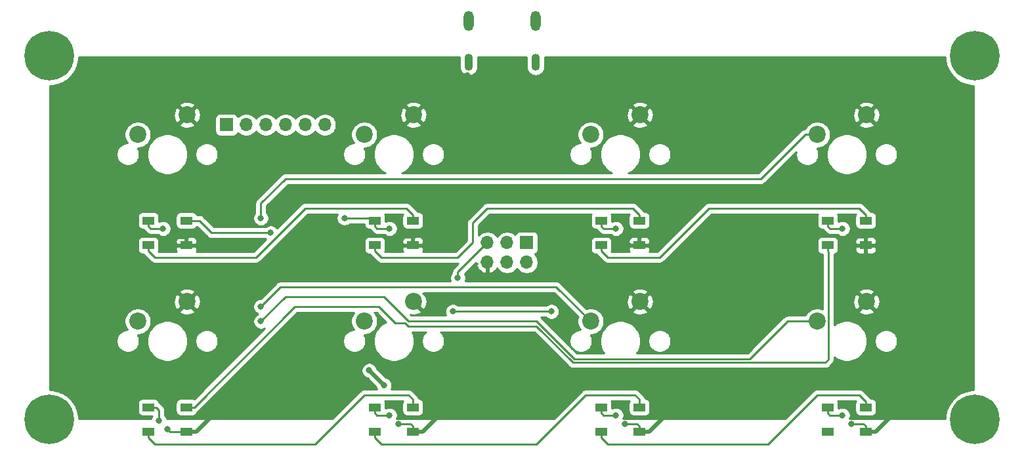
<source format=gbr>
G04 #@! TF.GenerationSoftware,KiCad,Pcbnew,(5.1.5)-3*
G04 #@! TF.CreationDate,2020-04-15T22:49:56+02:00*
G04 #@! TF.ProjectId,makroboard,6d616b72-6f62-46f6-9172-642e6b696361,rev?*
G04 #@! TF.SameCoordinates,Original*
G04 #@! TF.FileFunction,Copper,L1,Top*
G04 #@! TF.FilePolarity,Positive*
%FSLAX46Y46*%
G04 Gerber Fmt 4.6, Leading zero omitted, Abs format (unit mm)*
G04 Created by KiCad (PCBNEW (5.1.5)-3) date 2020-04-15 22:49:56*
%MOMM*%
%LPD*%
G04 APERTURE LIST*
%ADD10C,2.200000*%
%ADD11R,1.500000X1.000000*%
%ADD12C,6.400000*%
%ADD13O,1.100000X2.200000*%
%ADD14O,1.300000X2.600000*%
%ADD15R,1.700000X1.700000*%
%ADD16O,1.700000X1.700000*%
%ADD17C,0.800000*%
%ADD18C,0.250000*%
%ADD19C,0.500000*%
%ADD20C,0.254000*%
G04 APERTURE END LIST*
D10*
X52070000Y-59690000D03*
X45720000Y-62230000D03*
X74930000Y-62230000D03*
X81280000Y-59690000D03*
X81280000Y-35560000D03*
X74930000Y-38100000D03*
D11*
X47080000Y-49200000D03*
X47080000Y-52400000D03*
X51980000Y-49200000D03*
X51980000Y-52400000D03*
X47080000Y-73330000D03*
X47080000Y-76530000D03*
X51980000Y-73330000D03*
X51980000Y-76530000D03*
X81190000Y-52400000D03*
X81190000Y-49200000D03*
X76290000Y-52400000D03*
X76290000Y-49200000D03*
X81190000Y-76530000D03*
X81190000Y-73330000D03*
X76290000Y-76530000D03*
X76290000Y-73330000D03*
X105500000Y-49200000D03*
X105500000Y-52400000D03*
X110400000Y-49200000D03*
X110400000Y-52400000D03*
X110400000Y-76530000D03*
X110400000Y-73330000D03*
X105500000Y-76530000D03*
X105500000Y-73330000D03*
X139610000Y-52400000D03*
X139610000Y-49200000D03*
X134710000Y-52400000D03*
X134710000Y-49200000D03*
X134710000Y-73330000D03*
X134710000Y-76530000D03*
X139610000Y-73330000D03*
X139610000Y-76530000D03*
D12*
X153670000Y-74930000D03*
X153670000Y-27940000D03*
X34290000Y-27940000D03*
X34290000Y-74930000D03*
D13*
X88390000Y-28760000D03*
X97030000Y-28760000D03*
D14*
X88390000Y-23400000D03*
X97030000Y-23400000D03*
D15*
X95885000Y-52070000D03*
D16*
X95885000Y-54610000D03*
X93345000Y-52070000D03*
X93345000Y-54610000D03*
X90805000Y-52070000D03*
X90805000Y-54610000D03*
D15*
X57150000Y-36830000D03*
D16*
X59690000Y-36830000D03*
X62230000Y-36830000D03*
X64770000Y-36830000D03*
X67310000Y-36830000D03*
X69850000Y-36830000D03*
D10*
X45720000Y-38100000D03*
X52070000Y-35560000D03*
X110490000Y-35560000D03*
X104140000Y-38100000D03*
X110490000Y-59690000D03*
X104140000Y-62230000D03*
X133350000Y-38100000D03*
X139700000Y-35560000D03*
X133350000Y-62230000D03*
X139700000Y-59690000D03*
D17*
X88265000Y-30480000D03*
X90805000Y-33020000D03*
X130810000Y-29210000D03*
X126365000Y-29210000D03*
X50165000Y-51435000D03*
X49530000Y-76200000D03*
X79296847Y-75486847D03*
X108506847Y-75486847D03*
X137716847Y-75486847D03*
X137716847Y-51356847D03*
X108506847Y-51356847D03*
X79296847Y-51356847D03*
X65405000Y-53975000D03*
X55880000Y-57785000D03*
X89487169Y-30432169D03*
X62865000Y-73660000D03*
X48973153Y-50243153D03*
X48416306Y-75086306D03*
X78183153Y-74373153D03*
X107393153Y-74373153D03*
X136603153Y-74373153D03*
X136603153Y-50243153D03*
X107393153Y-50243153D03*
X78183153Y-50243153D03*
X72370925Y-48875925D03*
X75565000Y-68580000D03*
X77470000Y-70485000D03*
X62865000Y-50800000D03*
X86995000Y-56605000D03*
X86360000Y-60960000D03*
X99060000Y-60960000D03*
X61595000Y-62230000D03*
X61595000Y-60325000D03*
X61595000Y-48895000D03*
D18*
X51765000Y-51435000D02*
X51980000Y-51650000D01*
X51980000Y-51650000D02*
X51980000Y-52400000D01*
X50165000Y-51435000D02*
X51765000Y-51435000D01*
X51980000Y-76530000D02*
X49860000Y-76530000D01*
X49860000Y-76530000D02*
X49530000Y-76200000D01*
X80896847Y-75486847D02*
X79296847Y-75486847D01*
X81190000Y-75780000D02*
X80896847Y-75486847D01*
X81190000Y-76530000D02*
X81190000Y-75780000D01*
X110106847Y-75486847D02*
X108506847Y-75486847D01*
X110400000Y-75780000D02*
X110106847Y-75486847D01*
X110400000Y-76530000D02*
X110400000Y-75780000D01*
X139316847Y-75486847D02*
X137716847Y-75486847D01*
X139610000Y-75780000D02*
X139316847Y-75486847D01*
X139610000Y-76530000D02*
X139610000Y-75780000D01*
X139316847Y-51356847D02*
X137716847Y-51356847D01*
X139610000Y-51650000D02*
X139316847Y-51356847D01*
X139610000Y-52400000D02*
X139610000Y-51650000D01*
X109400000Y-52400000D02*
X108585000Y-51585000D01*
X110400000Y-52400000D02*
X109400000Y-52400000D01*
X108585000Y-51585000D02*
X108585000Y-51435000D01*
X108585000Y-51435000D02*
X108506847Y-51356847D01*
X81190000Y-51650000D02*
X80896847Y-51356847D01*
X80896847Y-51356847D02*
X79296847Y-51356847D01*
X81190000Y-52400000D02*
X81190000Y-51650000D01*
D19*
X53230000Y-76530000D02*
X55880000Y-73880000D01*
X51980000Y-76530000D02*
X53230000Y-76530000D01*
X111650000Y-76530000D02*
X113665000Y-74515000D01*
X110400000Y-76530000D02*
X111650000Y-76530000D01*
X140860000Y-76530000D02*
X142875000Y-74515000D01*
X139610000Y-76530000D02*
X140860000Y-76530000D01*
X82440000Y-76530000D02*
X84455000Y-74515000D01*
X81190000Y-76530000D02*
X82440000Y-76530000D01*
D18*
X47080000Y-49950000D02*
X47373153Y-50243153D01*
X47373153Y-50243153D02*
X48973153Y-50243153D01*
X47080000Y-49200000D02*
X47080000Y-49950000D01*
X48416306Y-73666306D02*
X48416306Y-75086306D01*
X48080000Y-73330000D02*
X48416306Y-73666306D01*
X47080000Y-73330000D02*
X48080000Y-73330000D01*
X76290000Y-74080000D02*
X76583153Y-74373153D01*
X76583153Y-74373153D02*
X78183153Y-74373153D01*
X76290000Y-73330000D02*
X76290000Y-74080000D01*
X105793153Y-74373153D02*
X107393153Y-74373153D01*
X105500000Y-74080000D02*
X105793153Y-74373153D01*
X105500000Y-73330000D02*
X105500000Y-74080000D01*
X135003153Y-74373153D02*
X136603153Y-74373153D01*
X134710000Y-74080000D02*
X135003153Y-74373153D01*
X134710000Y-73330000D02*
X134710000Y-74080000D01*
X135003153Y-50243153D02*
X136603153Y-50243153D01*
X134710000Y-49950000D02*
X135003153Y-50243153D01*
X134710000Y-49200000D02*
X134710000Y-49950000D01*
X105793153Y-50243153D02*
X107393153Y-50243153D01*
X105500000Y-49950000D02*
X105793153Y-50243153D01*
X105500000Y-49200000D02*
X105500000Y-49950000D01*
X76583153Y-50243153D02*
X78183153Y-50243153D01*
X76290000Y-49950000D02*
X76583153Y-50243153D01*
X76290000Y-49200000D02*
X76290000Y-49950000D01*
X75965925Y-48875925D02*
X76290000Y-49200000D01*
X72370925Y-48875925D02*
X75965925Y-48875925D01*
D19*
X75565000Y-68580000D02*
X77470000Y-70485000D01*
D18*
X47080000Y-53150000D02*
X47905000Y-53975000D01*
X47080000Y-52400000D02*
X47080000Y-53150000D01*
X47905000Y-53975000D02*
X60960000Y-53975000D01*
X60960000Y-53975000D02*
X67310000Y-47625000D01*
X81190000Y-48450000D02*
X81190000Y-49200000D01*
X80365000Y-47625000D02*
X81190000Y-48450000D01*
X67310000Y-47625000D02*
X80365000Y-47625000D01*
X62865000Y-50800000D02*
X55245000Y-50800000D01*
X53645000Y-49200000D02*
X51980000Y-49200000D01*
X55245000Y-50800000D02*
X53645000Y-49200000D01*
X47080000Y-77280000D02*
X47905000Y-78105000D01*
X47080000Y-76530000D02*
X47080000Y-77280000D01*
X47905000Y-78105000D02*
X68580000Y-78105000D01*
X68580000Y-78105000D02*
X74930000Y-71755000D01*
X74930000Y-71755000D02*
X80645000Y-71755000D01*
X81190000Y-72300000D02*
X81190000Y-73330000D01*
X80645000Y-71755000D02*
X81190000Y-72300000D01*
X52980000Y-73330000D02*
X65985000Y-60325000D01*
X51980000Y-73330000D02*
X52980000Y-73330000D01*
X65985000Y-60325000D02*
X76835000Y-60325000D01*
X80223589Y-62444999D02*
X80643590Y-62865000D01*
X76835000Y-60325000D02*
X78954999Y-62444999D01*
X78954999Y-62444999D02*
X80223589Y-62444999D01*
X101833601Y-67545011D02*
X134384989Y-67545011D01*
X80643590Y-62865000D02*
X97153590Y-62865000D01*
X97153590Y-62865000D02*
X101833601Y-67545011D01*
X134710000Y-53150000D02*
X134710000Y-52400000D01*
X134775001Y-53215001D02*
X134710000Y-53150000D01*
X134775001Y-67154999D02*
X134775001Y-53215001D01*
X134384989Y-67545011D02*
X134775001Y-67154999D01*
X76290000Y-53150000D02*
X77115000Y-53975000D01*
X76290000Y-52400000D02*
X76290000Y-53150000D01*
X77115000Y-53975000D02*
X86995000Y-53975000D01*
X86995000Y-53975000D02*
X88900000Y-52070000D01*
X88900000Y-52070000D02*
X88900000Y-49530000D01*
X88900000Y-49530000D02*
X90805000Y-47625000D01*
X110400000Y-48450000D02*
X110400000Y-49200000D01*
X109575000Y-47625000D02*
X110400000Y-48450000D01*
X90805000Y-47625000D02*
X109575000Y-47625000D01*
X76290000Y-77280000D02*
X77115000Y-78105000D01*
X76290000Y-76530000D02*
X76290000Y-77280000D01*
X77115000Y-78105000D02*
X97155000Y-78105000D01*
X97155000Y-78105000D02*
X103505000Y-71755000D01*
X103505000Y-71755000D02*
X109855000Y-71755000D01*
X110400000Y-72300000D02*
X110400000Y-73330000D01*
X109855000Y-71755000D02*
X110400000Y-72300000D01*
X105500000Y-53150000D02*
X106325000Y-53975000D01*
X105500000Y-52400000D02*
X105500000Y-53150000D01*
X106325000Y-53975000D02*
X113030000Y-53975000D01*
X113030000Y-53975000D02*
X119380000Y-47625000D01*
X139610000Y-48450000D02*
X139610000Y-49200000D01*
X138785000Y-47625000D02*
X139610000Y-48450000D01*
X119380000Y-47625000D02*
X138785000Y-47625000D01*
X105500000Y-77280000D02*
X106325000Y-78105000D01*
X105500000Y-76530000D02*
X105500000Y-77280000D01*
X106325000Y-78105000D02*
X127000000Y-78105000D01*
X127000000Y-78105000D02*
X133350000Y-71755000D01*
X139610000Y-72580000D02*
X139610000Y-73330000D01*
X138785000Y-71755000D02*
X139610000Y-72580000D01*
X133350000Y-71755000D02*
X138785000Y-71755000D01*
X86995000Y-55880000D02*
X90805000Y-52070000D01*
X86995000Y-56605000D02*
X86995000Y-55880000D01*
X86995000Y-56605000D02*
X86995000Y-56515000D01*
X86360000Y-60960000D02*
X99060000Y-60960000D01*
X61595000Y-62230000D02*
X64770000Y-59055000D01*
X64770000Y-59055000D02*
X77470000Y-59055000D01*
X77470000Y-59055000D02*
X80645000Y-62230000D01*
X80645000Y-62230000D02*
X97155000Y-62230000D01*
X102020001Y-67095001D02*
X124674999Y-67095001D01*
X97155000Y-62230000D02*
X102020001Y-67095001D01*
X129540000Y-62230000D02*
X133350000Y-62230000D01*
X124674999Y-67095001D02*
X129540000Y-62230000D01*
X61595000Y-60325000D02*
X64135000Y-57785000D01*
X99695000Y-57785000D02*
X104140000Y-62230000D01*
X64135000Y-57785000D02*
X99695000Y-57785000D01*
X64770000Y-43815000D02*
X61595000Y-46990000D01*
X61595000Y-46990000D02*
X61595000Y-48895000D01*
X126079366Y-43815000D02*
X64770000Y-43815000D01*
X133350000Y-38100000D02*
X131794366Y-38100000D01*
X131794366Y-38100000D02*
X126079366Y-43815000D01*
D20*
G36*
X87205000Y-28151794D02*
G01*
X87205000Y-29368207D01*
X87222147Y-29542300D01*
X87289906Y-29765674D01*
X87399943Y-29971536D01*
X87548026Y-30151975D01*
X87728465Y-30300058D01*
X87934327Y-30410094D01*
X88157701Y-30477853D01*
X88390000Y-30500733D01*
X88622300Y-30477853D01*
X88845674Y-30410094D01*
X89051536Y-30300058D01*
X89231975Y-30151975D01*
X89380058Y-29971536D01*
X89490094Y-29765674D01*
X89557853Y-29542300D01*
X89575000Y-29368207D01*
X89575000Y-28151793D01*
X89566648Y-28067000D01*
X95853352Y-28067000D01*
X95845000Y-28151794D01*
X95845000Y-29368207D01*
X95862147Y-29542300D01*
X95929906Y-29765674D01*
X96039943Y-29971536D01*
X96188026Y-30151975D01*
X96368465Y-30300058D01*
X96574327Y-30410094D01*
X96797701Y-30477853D01*
X97030000Y-30500733D01*
X97262300Y-30477853D01*
X97485674Y-30410094D01*
X97691536Y-30300058D01*
X97871975Y-30151975D01*
X98020058Y-29971536D01*
X98130094Y-29765674D01*
X98197853Y-29542300D01*
X98215000Y-29368207D01*
X98215000Y-28151793D01*
X98206648Y-28067000D01*
X149835000Y-28067000D01*
X149835000Y-28317715D01*
X149982377Y-29058628D01*
X150271467Y-29756554D01*
X150691161Y-30384670D01*
X151225330Y-30918839D01*
X151853446Y-31338533D01*
X152551372Y-31627623D01*
X153292285Y-31775000D01*
X153543000Y-31775000D01*
X153543000Y-71095000D01*
X153292285Y-71095000D01*
X152551372Y-71242377D01*
X151853446Y-71531467D01*
X151225330Y-71951161D01*
X150691161Y-72485330D01*
X150271467Y-73113446D01*
X149982377Y-73811372D01*
X149835000Y-74552285D01*
X149835000Y-74803000D01*
X137545380Y-74803000D01*
X137598379Y-74675051D01*
X137638153Y-74475092D01*
X137638153Y-74271214D01*
X137598379Y-74071255D01*
X137520358Y-73882897D01*
X137407090Y-73713379D01*
X137262927Y-73569216D01*
X137093409Y-73455948D01*
X136905051Y-73377927D01*
X136705092Y-73338153D01*
X136501214Y-73338153D01*
X136301255Y-73377927D01*
X136112897Y-73455948D01*
X136098072Y-73465854D01*
X136098072Y-72830000D01*
X136085812Y-72705518D01*
X136049502Y-72585820D01*
X136011647Y-72515000D01*
X138308353Y-72515000D01*
X138270498Y-72585820D01*
X138234188Y-72705518D01*
X138221928Y-72830000D01*
X138221928Y-73830000D01*
X138234188Y-73954482D01*
X138270498Y-74074180D01*
X138329463Y-74184494D01*
X138408815Y-74281185D01*
X138505506Y-74360537D01*
X138615820Y-74419502D01*
X138735518Y-74455812D01*
X138860000Y-74468072D01*
X140360000Y-74468072D01*
X140484482Y-74455812D01*
X140604180Y-74419502D01*
X140714494Y-74360537D01*
X140811185Y-74281185D01*
X140890537Y-74184494D01*
X140949502Y-74074180D01*
X140985812Y-73954482D01*
X140998072Y-73830000D01*
X140998072Y-72830000D01*
X140985812Y-72705518D01*
X140949502Y-72585820D01*
X140890537Y-72475506D01*
X140811185Y-72378815D01*
X140714494Y-72299463D01*
X140604180Y-72240498D01*
X140484482Y-72204188D01*
X140360000Y-72191928D01*
X140264326Y-72191928D01*
X140244974Y-72155724D01*
X140150001Y-72039999D01*
X140121004Y-72016202D01*
X139348803Y-71244002D01*
X139325001Y-71214999D01*
X139209276Y-71120026D01*
X139077247Y-71049454D01*
X138933986Y-71005997D01*
X138822333Y-70995000D01*
X138822322Y-70995000D01*
X138785000Y-70991324D01*
X138747678Y-70995000D01*
X133387322Y-70995000D01*
X133349999Y-70991324D01*
X133312676Y-70995000D01*
X133312667Y-70995000D01*
X133201014Y-71005997D01*
X133057753Y-71049454D01*
X132925723Y-71120026D01*
X132895568Y-71144774D01*
X132809999Y-71214999D01*
X132786201Y-71243997D01*
X129227199Y-74803000D01*
X108335380Y-74803000D01*
X108388379Y-74675051D01*
X108428153Y-74475092D01*
X108428153Y-74271214D01*
X108388379Y-74071255D01*
X108310358Y-73882897D01*
X108197090Y-73713379D01*
X108052927Y-73569216D01*
X107883409Y-73455948D01*
X107695051Y-73377927D01*
X107495092Y-73338153D01*
X107291214Y-73338153D01*
X107091255Y-73377927D01*
X106902897Y-73455948D01*
X106888072Y-73465854D01*
X106888072Y-72830000D01*
X106875812Y-72705518D01*
X106839502Y-72585820D01*
X106801647Y-72515000D01*
X109098353Y-72515000D01*
X109060498Y-72585820D01*
X109024188Y-72705518D01*
X109011928Y-72830000D01*
X109011928Y-73830000D01*
X109024188Y-73954482D01*
X109060498Y-74074180D01*
X109119463Y-74184494D01*
X109198815Y-74281185D01*
X109295506Y-74360537D01*
X109405820Y-74419502D01*
X109525518Y-74455812D01*
X109650000Y-74468072D01*
X111150000Y-74468072D01*
X111274482Y-74455812D01*
X111394180Y-74419502D01*
X111504494Y-74360537D01*
X111601185Y-74281185D01*
X111680537Y-74184494D01*
X111739502Y-74074180D01*
X111775812Y-73954482D01*
X111788072Y-73830000D01*
X111788072Y-72830000D01*
X111775812Y-72705518D01*
X111739502Y-72585820D01*
X111680537Y-72475506D01*
X111601185Y-72378815D01*
X111504494Y-72299463D01*
X111394180Y-72240498D01*
X111274482Y-72204188D01*
X111153062Y-72192230D01*
X111149003Y-72151014D01*
X111105546Y-72007753D01*
X111034974Y-71875724D01*
X110986225Y-71816323D01*
X110963799Y-71788996D01*
X110963795Y-71788992D01*
X110940001Y-71759999D01*
X110911009Y-71736206D01*
X110418803Y-71244002D01*
X110395001Y-71214999D01*
X110279276Y-71120026D01*
X110147247Y-71049454D01*
X110003986Y-71005997D01*
X109892333Y-70995000D01*
X109892322Y-70995000D01*
X109855000Y-70991324D01*
X109817678Y-70995000D01*
X103542322Y-70995000D01*
X103504999Y-70991324D01*
X103467676Y-70995000D01*
X103467667Y-70995000D01*
X103356014Y-71005997D01*
X103212753Y-71049454D01*
X103080723Y-71120026D01*
X103050568Y-71144774D01*
X102964999Y-71214999D01*
X102941201Y-71243997D01*
X99382199Y-74803000D01*
X79125380Y-74803000D01*
X79178379Y-74675051D01*
X79218153Y-74475092D01*
X79218153Y-74271214D01*
X79178379Y-74071255D01*
X79100358Y-73882897D01*
X78987090Y-73713379D01*
X78842927Y-73569216D01*
X78673409Y-73455948D01*
X78485051Y-73377927D01*
X78285092Y-73338153D01*
X78081214Y-73338153D01*
X77881255Y-73377927D01*
X77692897Y-73455948D01*
X77678072Y-73465854D01*
X77678072Y-72830000D01*
X77665812Y-72705518D01*
X77629502Y-72585820D01*
X77591647Y-72515000D01*
X79888353Y-72515000D01*
X79850498Y-72585820D01*
X79814188Y-72705518D01*
X79801928Y-72830000D01*
X79801928Y-73830000D01*
X79814188Y-73954482D01*
X79850498Y-74074180D01*
X79909463Y-74184494D01*
X79988815Y-74281185D01*
X80085506Y-74360537D01*
X80195820Y-74419502D01*
X80315518Y-74455812D01*
X80440000Y-74468072D01*
X81940000Y-74468072D01*
X82064482Y-74455812D01*
X82184180Y-74419502D01*
X82294494Y-74360537D01*
X82391185Y-74281185D01*
X82470537Y-74184494D01*
X82529502Y-74074180D01*
X82565812Y-73954482D01*
X82578072Y-73830000D01*
X82578072Y-72830000D01*
X82565812Y-72705518D01*
X82529502Y-72585820D01*
X82470537Y-72475506D01*
X82391185Y-72378815D01*
X82294494Y-72299463D01*
X82184180Y-72240498D01*
X82064482Y-72204188D01*
X81943062Y-72192230D01*
X81939003Y-72151014D01*
X81895546Y-72007753D01*
X81824974Y-71875724D01*
X81776225Y-71816323D01*
X81753799Y-71788996D01*
X81753795Y-71788992D01*
X81730001Y-71759999D01*
X81701009Y-71736206D01*
X81208803Y-71244002D01*
X81185001Y-71214999D01*
X81069276Y-71120026D01*
X80937247Y-71049454D01*
X80793986Y-71005997D01*
X80682333Y-70995000D01*
X80682322Y-70995000D01*
X80645000Y-70991324D01*
X80607678Y-70995000D01*
X78374013Y-70995000D01*
X78387205Y-70975256D01*
X78465226Y-70786898D01*
X78505000Y-70586939D01*
X78505000Y-70383061D01*
X78465226Y-70183102D01*
X78387205Y-69994744D01*
X78273937Y-69825226D01*
X78129774Y-69681063D01*
X77960256Y-69567795D01*
X77771898Y-69489774D01*
X77715044Y-69478465D01*
X76571535Y-68334957D01*
X76560226Y-68278102D01*
X76482205Y-68089744D01*
X76368937Y-67920226D01*
X76224774Y-67776063D01*
X76055256Y-67662795D01*
X75866898Y-67584774D01*
X75666939Y-67545000D01*
X75463061Y-67545000D01*
X75263102Y-67584774D01*
X75074744Y-67662795D01*
X74905226Y-67776063D01*
X74761063Y-67920226D01*
X74647795Y-68089744D01*
X74569774Y-68278102D01*
X74530000Y-68478061D01*
X74530000Y-68681939D01*
X74569774Y-68881898D01*
X74647795Y-69070256D01*
X74761063Y-69239774D01*
X74905226Y-69383937D01*
X75074744Y-69497205D01*
X75263102Y-69575226D01*
X75319957Y-69586535D01*
X76463465Y-70730044D01*
X76474774Y-70786898D01*
X76552795Y-70975256D01*
X76565987Y-70995000D01*
X74967322Y-70995000D01*
X74929999Y-70991324D01*
X74892676Y-70995000D01*
X74892667Y-70995000D01*
X74781014Y-71005997D01*
X74637753Y-71049454D01*
X74505723Y-71120026D01*
X74475568Y-71144774D01*
X74389999Y-71214999D01*
X74366201Y-71243997D01*
X70807199Y-74803000D01*
X49415230Y-74803000D01*
X49411532Y-74784408D01*
X49333511Y-74596050D01*
X49220243Y-74426532D01*
X49176306Y-74382595D01*
X49176306Y-73703639D01*
X49179983Y-73666306D01*
X49165309Y-73517320D01*
X49121852Y-73374059D01*
X49105612Y-73343676D01*
X49051280Y-73242030D01*
X48956307Y-73126305D01*
X48927304Y-73102503D01*
X48654801Y-72830000D01*
X50591928Y-72830000D01*
X50591928Y-73830000D01*
X50604188Y-73954482D01*
X50640498Y-74074180D01*
X50699463Y-74184494D01*
X50778815Y-74281185D01*
X50875506Y-74360537D01*
X50985820Y-74419502D01*
X51105518Y-74455812D01*
X51230000Y-74468072D01*
X52730000Y-74468072D01*
X52854482Y-74455812D01*
X52974180Y-74419502D01*
X53084494Y-74360537D01*
X53181185Y-74281185D01*
X53260537Y-74184494D01*
X53319502Y-74074180D01*
X53342634Y-73997923D01*
X53404276Y-73964974D01*
X53520001Y-73870001D01*
X53543804Y-73840997D01*
X66299803Y-61085000D01*
X73621339Y-61085000D01*
X73582337Y-61124002D01*
X73392463Y-61408169D01*
X73261675Y-61723919D01*
X73195000Y-62059117D01*
X73195000Y-62400883D01*
X73261675Y-62736081D01*
X73392463Y-63051831D01*
X73548261Y-63285000D01*
X73513740Y-63285000D01*
X73226842Y-63342068D01*
X72956589Y-63454010D01*
X72713368Y-63616525D01*
X72506525Y-63823368D01*
X72344010Y-64066589D01*
X72232068Y-64336842D01*
X72175000Y-64623740D01*
X72175000Y-64916260D01*
X72232068Y-65203158D01*
X72344010Y-65473411D01*
X72506525Y-65716632D01*
X72713368Y-65923475D01*
X72956589Y-66085990D01*
X73226842Y-66197932D01*
X73513740Y-66255000D01*
X73806260Y-66255000D01*
X74093158Y-66197932D01*
X74363411Y-66085990D01*
X74606632Y-65923475D01*
X74813475Y-65716632D01*
X74975990Y-65473411D01*
X75087932Y-65203158D01*
X75145000Y-64916260D01*
X75145000Y-64623740D01*
X75087932Y-64336842D01*
X74975990Y-64066589D01*
X74908110Y-63965000D01*
X75100883Y-63965000D01*
X75436081Y-63898325D01*
X75751831Y-63767537D01*
X76035998Y-63577663D01*
X76277663Y-63335998D01*
X76467537Y-63051831D01*
X76598325Y-62736081D01*
X76665000Y-62400883D01*
X76665000Y-62059117D01*
X76598325Y-61723919D01*
X76467537Y-61408169D01*
X76277663Y-61124002D01*
X76238661Y-61085000D01*
X76520199Y-61085000D01*
X77759310Y-62324111D01*
X77491859Y-62434893D01*
X77060285Y-62723262D01*
X76693262Y-63090285D01*
X76404893Y-63521859D01*
X76206261Y-64001399D01*
X76105000Y-64510475D01*
X76105000Y-65029525D01*
X76206261Y-65538601D01*
X76404893Y-66018141D01*
X76693262Y-66449715D01*
X77060285Y-66816738D01*
X77491859Y-67105107D01*
X77971399Y-67303739D01*
X78480475Y-67405000D01*
X78999525Y-67405000D01*
X79508601Y-67303739D01*
X79988141Y-67105107D01*
X80419715Y-66816738D01*
X80786738Y-66449715D01*
X81075107Y-66018141D01*
X81273739Y-65538601D01*
X81375000Y-65029525D01*
X81375000Y-64510475D01*
X81273739Y-64001399D01*
X81117829Y-63625000D01*
X82864893Y-63625000D01*
X82666525Y-63823368D01*
X82504010Y-64066589D01*
X82392068Y-64336842D01*
X82335000Y-64623740D01*
X82335000Y-64916260D01*
X82392068Y-65203158D01*
X82504010Y-65473411D01*
X82666525Y-65716632D01*
X82873368Y-65923475D01*
X83116589Y-66085990D01*
X83386842Y-66197932D01*
X83673740Y-66255000D01*
X83966260Y-66255000D01*
X84253158Y-66197932D01*
X84523411Y-66085990D01*
X84766632Y-65923475D01*
X84973475Y-65716632D01*
X85135990Y-65473411D01*
X85247932Y-65203158D01*
X85305000Y-64916260D01*
X85305000Y-64623740D01*
X85247932Y-64336842D01*
X85135990Y-64066589D01*
X84973475Y-63823368D01*
X84775107Y-63625000D01*
X96838789Y-63625000D01*
X101269802Y-68056014D01*
X101293600Y-68085012D01*
X101322598Y-68108810D01*
X101409324Y-68179985D01*
X101521018Y-68239687D01*
X101541354Y-68250557D01*
X101684615Y-68294014D01*
X101796268Y-68305011D01*
X101796277Y-68305011D01*
X101833600Y-68308687D01*
X101870923Y-68305011D01*
X134347667Y-68305011D01*
X134384989Y-68308687D01*
X134422311Y-68305011D01*
X134422322Y-68305011D01*
X134533975Y-68294014D01*
X134677236Y-68250557D01*
X134809265Y-68179985D01*
X134924990Y-68085012D01*
X134948793Y-68056008D01*
X135285999Y-67718802D01*
X135315002Y-67695000D01*
X135409975Y-67579275D01*
X135480547Y-67447246D01*
X135524004Y-67303985D01*
X135535001Y-67192332D01*
X135535001Y-67192323D01*
X135538677Y-67155000D01*
X135535001Y-67117677D01*
X135535001Y-66853298D01*
X135911859Y-67105107D01*
X136391399Y-67303739D01*
X136900475Y-67405000D01*
X137419525Y-67405000D01*
X137928601Y-67303739D01*
X138408141Y-67105107D01*
X138839715Y-66816738D01*
X139206738Y-66449715D01*
X139495107Y-66018141D01*
X139693739Y-65538601D01*
X139795000Y-65029525D01*
X139795000Y-64623740D01*
X140755000Y-64623740D01*
X140755000Y-64916260D01*
X140812068Y-65203158D01*
X140924010Y-65473411D01*
X141086525Y-65716632D01*
X141293368Y-65923475D01*
X141536589Y-66085990D01*
X141806842Y-66197932D01*
X142093740Y-66255000D01*
X142386260Y-66255000D01*
X142673158Y-66197932D01*
X142943411Y-66085990D01*
X143186632Y-65923475D01*
X143393475Y-65716632D01*
X143555990Y-65473411D01*
X143667932Y-65203158D01*
X143725000Y-64916260D01*
X143725000Y-64623740D01*
X143667932Y-64336842D01*
X143555990Y-64066589D01*
X143393475Y-63823368D01*
X143186632Y-63616525D01*
X142943411Y-63454010D01*
X142673158Y-63342068D01*
X142386260Y-63285000D01*
X142093740Y-63285000D01*
X141806842Y-63342068D01*
X141536589Y-63454010D01*
X141293368Y-63616525D01*
X141086525Y-63823368D01*
X140924010Y-64066589D01*
X140812068Y-64336842D01*
X140755000Y-64623740D01*
X139795000Y-64623740D01*
X139795000Y-64510475D01*
X139693739Y-64001399D01*
X139495107Y-63521859D01*
X139206738Y-63090285D01*
X138839715Y-62723262D01*
X138408141Y-62434893D01*
X137928601Y-62236261D01*
X137419525Y-62135000D01*
X136900475Y-62135000D01*
X136391399Y-62236261D01*
X135911859Y-62434893D01*
X135535001Y-62686702D01*
X135535001Y-60896712D01*
X138672893Y-60896712D01*
X138780726Y-61171338D01*
X139087384Y-61322216D01*
X139417585Y-61410369D01*
X139758639Y-61432409D01*
X140097439Y-61387489D01*
X140420966Y-61277336D01*
X140619274Y-61171338D01*
X140727107Y-60896712D01*
X139700000Y-59869605D01*
X138672893Y-60896712D01*
X135535001Y-60896712D01*
X135535001Y-59748639D01*
X137957591Y-59748639D01*
X138002511Y-60087439D01*
X138112664Y-60410966D01*
X138218662Y-60609274D01*
X138493288Y-60717107D01*
X139520395Y-59690000D01*
X139879605Y-59690000D01*
X140906712Y-60717107D01*
X141181338Y-60609274D01*
X141332216Y-60302616D01*
X141420369Y-59972415D01*
X141442409Y-59631361D01*
X141397489Y-59292561D01*
X141287336Y-58969034D01*
X141181338Y-58770726D01*
X140906712Y-58662893D01*
X139879605Y-59690000D01*
X139520395Y-59690000D01*
X138493288Y-58662893D01*
X138218662Y-58770726D01*
X138067784Y-59077384D01*
X137979631Y-59407585D01*
X137957591Y-59748639D01*
X135535001Y-59748639D01*
X135535001Y-58483288D01*
X138672893Y-58483288D01*
X139700000Y-59510395D01*
X140727107Y-58483288D01*
X140619274Y-58208662D01*
X140312616Y-58057784D01*
X139982415Y-57969631D01*
X139641361Y-57947591D01*
X139302561Y-57992511D01*
X138979034Y-58102664D01*
X138780726Y-58208662D01*
X138672893Y-58483288D01*
X135535001Y-58483288D01*
X135535001Y-53530685D01*
X135584482Y-53525812D01*
X135704180Y-53489502D01*
X135814494Y-53430537D01*
X135911185Y-53351185D01*
X135990537Y-53254494D01*
X136049502Y-53144180D01*
X136085812Y-53024482D01*
X136098072Y-52900000D01*
X138221928Y-52900000D01*
X138234188Y-53024482D01*
X138270498Y-53144180D01*
X138329463Y-53254494D01*
X138408815Y-53351185D01*
X138505506Y-53430537D01*
X138615820Y-53489502D01*
X138735518Y-53525812D01*
X138860000Y-53538072D01*
X139324250Y-53535000D01*
X139483000Y-53376250D01*
X139483000Y-52527000D01*
X139737000Y-52527000D01*
X139737000Y-53376250D01*
X139895750Y-53535000D01*
X140360000Y-53538072D01*
X140484482Y-53525812D01*
X140604180Y-53489502D01*
X140714494Y-53430537D01*
X140811185Y-53351185D01*
X140890537Y-53254494D01*
X140949502Y-53144180D01*
X140985812Y-53024482D01*
X140998072Y-52900000D01*
X140995000Y-52685750D01*
X140836250Y-52527000D01*
X139737000Y-52527000D01*
X139483000Y-52527000D01*
X138383750Y-52527000D01*
X138225000Y-52685750D01*
X138221928Y-52900000D01*
X136098072Y-52900000D01*
X136098072Y-51900000D01*
X138221928Y-51900000D01*
X138225000Y-52114250D01*
X138383750Y-52273000D01*
X139483000Y-52273000D01*
X139483000Y-51423750D01*
X139737000Y-51423750D01*
X139737000Y-52273000D01*
X140836250Y-52273000D01*
X140995000Y-52114250D01*
X140998072Y-51900000D01*
X140985812Y-51775518D01*
X140949502Y-51655820D01*
X140890537Y-51545506D01*
X140811185Y-51448815D01*
X140714494Y-51369463D01*
X140604180Y-51310498D01*
X140484482Y-51274188D01*
X140360000Y-51261928D01*
X139895750Y-51265000D01*
X139737000Y-51423750D01*
X139483000Y-51423750D01*
X139324250Y-51265000D01*
X138860000Y-51261928D01*
X138735518Y-51274188D01*
X138615820Y-51310498D01*
X138505506Y-51369463D01*
X138408815Y-51448815D01*
X138329463Y-51545506D01*
X138270498Y-51655820D01*
X138234188Y-51775518D01*
X138221928Y-51900000D01*
X136098072Y-51900000D01*
X136085812Y-51775518D01*
X136049502Y-51655820D01*
X135990537Y-51545506D01*
X135911185Y-51448815D01*
X135814494Y-51369463D01*
X135704180Y-51310498D01*
X135584482Y-51274188D01*
X135460000Y-51261928D01*
X133960000Y-51261928D01*
X133835518Y-51274188D01*
X133715820Y-51310498D01*
X133605506Y-51369463D01*
X133508815Y-51448815D01*
X133429463Y-51545506D01*
X133370498Y-51655820D01*
X133334188Y-51775518D01*
X133321928Y-51900000D01*
X133321928Y-52900000D01*
X133334188Y-53024482D01*
X133370498Y-53144180D01*
X133429463Y-53254494D01*
X133508815Y-53351185D01*
X133605506Y-53430537D01*
X133715820Y-53489502D01*
X133835518Y-53525812D01*
X133960000Y-53538072D01*
X134015002Y-53538072D01*
X134015001Y-60627502D01*
X133856081Y-60561675D01*
X133520883Y-60495000D01*
X133179117Y-60495000D01*
X132843919Y-60561675D01*
X132528169Y-60692463D01*
X132244002Y-60882337D01*
X132002337Y-61124002D01*
X131812463Y-61408169D01*
X131786852Y-61470000D01*
X129577322Y-61470000D01*
X129539999Y-61466324D01*
X129502676Y-61470000D01*
X129502667Y-61470000D01*
X129391014Y-61480997D01*
X129247753Y-61524454D01*
X129115724Y-61595026D01*
X129115722Y-61595027D01*
X129115723Y-61595027D01*
X129028996Y-61666201D01*
X129028992Y-61666205D01*
X128999999Y-61689999D01*
X128976205Y-61718992D01*
X124360198Y-66335001D01*
X110073388Y-66335001D01*
X110285107Y-66018141D01*
X110483739Y-65538601D01*
X110585000Y-65029525D01*
X110585000Y-64623740D01*
X111545000Y-64623740D01*
X111545000Y-64916260D01*
X111602068Y-65203158D01*
X111714010Y-65473411D01*
X111876525Y-65716632D01*
X112083368Y-65923475D01*
X112326589Y-66085990D01*
X112596842Y-66197932D01*
X112883740Y-66255000D01*
X113176260Y-66255000D01*
X113463158Y-66197932D01*
X113733411Y-66085990D01*
X113976632Y-65923475D01*
X114183475Y-65716632D01*
X114345990Y-65473411D01*
X114457932Y-65203158D01*
X114515000Y-64916260D01*
X114515000Y-64623740D01*
X114457932Y-64336842D01*
X114345990Y-64066589D01*
X114183475Y-63823368D01*
X113976632Y-63616525D01*
X113733411Y-63454010D01*
X113463158Y-63342068D01*
X113176260Y-63285000D01*
X112883740Y-63285000D01*
X112596842Y-63342068D01*
X112326589Y-63454010D01*
X112083368Y-63616525D01*
X111876525Y-63823368D01*
X111714010Y-64066589D01*
X111602068Y-64336842D01*
X111545000Y-64623740D01*
X110585000Y-64623740D01*
X110585000Y-64510475D01*
X110483739Y-64001399D01*
X110285107Y-63521859D01*
X109996738Y-63090285D01*
X109629715Y-62723262D01*
X109198141Y-62434893D01*
X108718601Y-62236261D01*
X108209525Y-62135000D01*
X107690475Y-62135000D01*
X107181399Y-62236261D01*
X106701859Y-62434893D01*
X106270285Y-62723262D01*
X105903262Y-63090285D01*
X105614893Y-63521859D01*
X105416261Y-64001399D01*
X105315000Y-64510475D01*
X105315000Y-65029525D01*
X105416261Y-65538601D01*
X105614893Y-66018141D01*
X105826612Y-66335001D01*
X102334804Y-66335001D01*
X97719801Y-61720000D01*
X98356289Y-61720000D01*
X98400226Y-61763937D01*
X98569744Y-61877205D01*
X98758102Y-61955226D01*
X98958061Y-61995000D01*
X99161939Y-61995000D01*
X99361898Y-61955226D01*
X99550256Y-61877205D01*
X99719774Y-61763937D01*
X99863937Y-61619774D01*
X99977205Y-61450256D01*
X100055226Y-61261898D01*
X100095000Y-61061939D01*
X100095000Y-60858061D01*
X100055226Y-60658102D01*
X99977205Y-60469744D01*
X99863937Y-60300226D01*
X99719774Y-60156063D01*
X99550256Y-60042795D01*
X99361898Y-59964774D01*
X99161939Y-59925000D01*
X98958061Y-59925000D01*
X98758102Y-59964774D01*
X98569744Y-60042795D01*
X98400226Y-60156063D01*
X98356289Y-60200000D01*
X87063711Y-60200000D01*
X87019774Y-60156063D01*
X86850256Y-60042795D01*
X86661898Y-59964774D01*
X86461939Y-59925000D01*
X86258061Y-59925000D01*
X86058102Y-59964774D01*
X85869744Y-60042795D01*
X85700226Y-60156063D01*
X85556063Y-60300226D01*
X85442795Y-60469744D01*
X85364774Y-60658102D01*
X85325000Y-60858061D01*
X85325000Y-61061939D01*
X85364774Y-61261898D01*
X85442795Y-61450256D01*
X85455987Y-61470000D01*
X80959802Y-61470000D01*
X80864693Y-61374891D01*
X80997585Y-61410369D01*
X81338639Y-61432409D01*
X81677439Y-61387489D01*
X82000966Y-61277336D01*
X82199274Y-61171338D01*
X82307107Y-60896712D01*
X81280000Y-59869605D01*
X81265858Y-59883748D01*
X81086253Y-59704143D01*
X81100395Y-59690000D01*
X81086253Y-59675858D01*
X81265858Y-59496253D01*
X81280000Y-59510395D01*
X81294143Y-59496253D01*
X81473748Y-59675858D01*
X81459605Y-59690000D01*
X82486712Y-60717107D01*
X82761338Y-60609274D01*
X82912216Y-60302616D01*
X83000369Y-59972415D01*
X83022409Y-59631361D01*
X82977489Y-59292561D01*
X82867336Y-58969034D01*
X82761338Y-58770726D01*
X82486714Y-58662894D01*
X82602136Y-58547472D01*
X82599664Y-58545000D01*
X99380199Y-58545000D01*
X102497286Y-61662088D01*
X102471675Y-61723919D01*
X102405000Y-62059117D01*
X102405000Y-62400883D01*
X102471675Y-62736081D01*
X102602463Y-63051831D01*
X102758261Y-63285000D01*
X102723740Y-63285000D01*
X102436842Y-63342068D01*
X102166589Y-63454010D01*
X101923368Y-63616525D01*
X101716525Y-63823368D01*
X101554010Y-64066589D01*
X101442068Y-64336842D01*
X101385000Y-64623740D01*
X101385000Y-64916260D01*
X101442068Y-65203158D01*
X101554010Y-65473411D01*
X101716525Y-65716632D01*
X101923368Y-65923475D01*
X102166589Y-66085990D01*
X102436842Y-66197932D01*
X102723740Y-66255000D01*
X103016260Y-66255000D01*
X103303158Y-66197932D01*
X103573411Y-66085990D01*
X103816632Y-65923475D01*
X104023475Y-65716632D01*
X104185990Y-65473411D01*
X104297932Y-65203158D01*
X104355000Y-64916260D01*
X104355000Y-64623740D01*
X104297932Y-64336842D01*
X104185990Y-64066589D01*
X104118110Y-63965000D01*
X104310883Y-63965000D01*
X104646081Y-63898325D01*
X104961831Y-63767537D01*
X105245998Y-63577663D01*
X105487663Y-63335998D01*
X105677537Y-63051831D01*
X105808325Y-62736081D01*
X105875000Y-62400883D01*
X105875000Y-62059117D01*
X105808325Y-61723919D01*
X105677537Y-61408169D01*
X105487663Y-61124002D01*
X105260373Y-60896712D01*
X109462893Y-60896712D01*
X109570726Y-61171338D01*
X109877384Y-61322216D01*
X110207585Y-61410369D01*
X110548639Y-61432409D01*
X110887439Y-61387489D01*
X111210966Y-61277336D01*
X111409274Y-61171338D01*
X111517107Y-60896712D01*
X110490000Y-59869605D01*
X109462893Y-60896712D01*
X105260373Y-60896712D01*
X105245998Y-60882337D01*
X104961831Y-60692463D01*
X104646081Y-60561675D01*
X104310883Y-60495000D01*
X103969117Y-60495000D01*
X103633919Y-60561675D01*
X103572088Y-60587286D01*
X102733441Y-59748639D01*
X108747591Y-59748639D01*
X108792511Y-60087439D01*
X108902664Y-60410966D01*
X109008662Y-60609274D01*
X109283288Y-60717107D01*
X110310395Y-59690000D01*
X110669605Y-59690000D01*
X111696712Y-60717107D01*
X111971338Y-60609274D01*
X112122216Y-60302616D01*
X112210369Y-59972415D01*
X112232409Y-59631361D01*
X112187489Y-59292561D01*
X112077336Y-58969034D01*
X111971338Y-58770726D01*
X111696712Y-58662893D01*
X110669605Y-59690000D01*
X110310395Y-59690000D01*
X109283288Y-58662893D01*
X109008662Y-58770726D01*
X108857784Y-59077384D01*
X108769631Y-59407585D01*
X108747591Y-59748639D01*
X102733441Y-59748639D01*
X101468090Y-58483288D01*
X109462893Y-58483288D01*
X110490000Y-59510395D01*
X111517107Y-58483288D01*
X111409274Y-58208662D01*
X111102616Y-58057784D01*
X110772415Y-57969631D01*
X110431361Y-57947591D01*
X110092561Y-57992511D01*
X109769034Y-58102664D01*
X109570726Y-58208662D01*
X109462893Y-58483288D01*
X101468090Y-58483288D01*
X100258804Y-57274003D01*
X100235001Y-57244999D01*
X100119276Y-57150026D01*
X99987247Y-57079454D01*
X99843986Y-57035997D01*
X99732333Y-57025000D01*
X99732322Y-57025000D01*
X99695000Y-57021324D01*
X99657678Y-57025000D01*
X87941306Y-57025000D01*
X87990226Y-56906898D01*
X88030000Y-56706939D01*
X88030000Y-56503061D01*
X87990226Y-56303102D01*
X87912205Y-56114744D01*
X87881304Y-56068497D01*
X89320000Y-54629801D01*
X89320000Y-54737002D01*
X89484185Y-54737002D01*
X89363519Y-54966891D01*
X89460843Y-55241252D01*
X89609822Y-55491355D01*
X89804731Y-55707588D01*
X90038080Y-55881641D01*
X90300901Y-56006825D01*
X90448110Y-56051476D01*
X90678000Y-55930155D01*
X90678000Y-54737000D01*
X90658000Y-54737000D01*
X90658000Y-54483000D01*
X90678000Y-54483000D01*
X90678000Y-54463000D01*
X90932000Y-54463000D01*
X90932000Y-54483000D01*
X90952000Y-54483000D01*
X90952000Y-54737000D01*
X90932000Y-54737000D01*
X90932000Y-55930155D01*
X91161890Y-56051476D01*
X91309099Y-56006825D01*
X91571920Y-55881641D01*
X91805269Y-55707588D01*
X92000178Y-55491355D01*
X92069805Y-55374466D01*
X92191525Y-55556632D01*
X92398368Y-55763475D01*
X92641589Y-55925990D01*
X92911842Y-56037932D01*
X93198740Y-56095000D01*
X93491260Y-56095000D01*
X93778158Y-56037932D01*
X94048411Y-55925990D01*
X94291632Y-55763475D01*
X94498475Y-55556632D01*
X94615000Y-55382240D01*
X94731525Y-55556632D01*
X94938368Y-55763475D01*
X95181589Y-55925990D01*
X95451842Y-56037932D01*
X95738740Y-56095000D01*
X96031260Y-56095000D01*
X96318158Y-56037932D01*
X96588411Y-55925990D01*
X96831632Y-55763475D01*
X97038475Y-55556632D01*
X97200990Y-55313411D01*
X97312932Y-55043158D01*
X97370000Y-54756260D01*
X97370000Y-54463740D01*
X97312932Y-54176842D01*
X97200990Y-53906589D01*
X97038475Y-53663368D01*
X96906620Y-53531513D01*
X96979180Y-53509502D01*
X97089494Y-53450537D01*
X97186185Y-53371185D01*
X97265537Y-53274494D01*
X97324502Y-53164180D01*
X97360812Y-53044482D01*
X97373072Y-52920000D01*
X97373072Y-51900000D01*
X104111928Y-51900000D01*
X104111928Y-52900000D01*
X104124188Y-53024482D01*
X104160498Y-53144180D01*
X104219463Y-53254494D01*
X104298815Y-53351185D01*
X104395506Y-53430537D01*
X104505820Y-53489502D01*
X104625518Y-53525812D01*
X104750000Y-53538072D01*
X104845674Y-53538072D01*
X104865026Y-53574276D01*
X104918371Y-53639276D01*
X104960000Y-53690001D01*
X104988998Y-53713799D01*
X105761201Y-54486002D01*
X105784999Y-54515001D01*
X105900724Y-54609974D01*
X106032753Y-54680546D01*
X106176014Y-54724003D01*
X106287667Y-54735000D01*
X106287676Y-54735000D01*
X106324999Y-54738676D01*
X106362322Y-54735000D01*
X112992678Y-54735000D01*
X113030000Y-54738676D01*
X113067322Y-54735000D01*
X113067333Y-54735000D01*
X113178986Y-54724003D01*
X113322247Y-54680546D01*
X113454276Y-54609974D01*
X113570001Y-54515001D01*
X113593804Y-54485997D01*
X119694802Y-48385000D01*
X133408353Y-48385000D01*
X133370498Y-48455820D01*
X133334188Y-48575518D01*
X133321928Y-48700000D01*
X133321928Y-49700000D01*
X133334188Y-49824482D01*
X133370498Y-49944180D01*
X133429463Y-50054494D01*
X133508815Y-50151185D01*
X133605506Y-50230537D01*
X133715820Y-50289502D01*
X133835518Y-50325812D01*
X133960000Y-50338072D01*
X134055674Y-50338072D01*
X134075026Y-50374276D01*
X134146201Y-50461002D01*
X134170000Y-50490001D01*
X134198998Y-50513799D01*
X134439349Y-50754150D01*
X134463152Y-50783154D01*
X134578877Y-50878127D01*
X134710906Y-50948699D01*
X134854167Y-50992156D01*
X134965820Y-51003153D01*
X134965830Y-51003153D01*
X135003153Y-51006829D01*
X135040476Y-51003153D01*
X135899442Y-51003153D01*
X135943379Y-51047090D01*
X136112897Y-51160358D01*
X136301255Y-51238379D01*
X136501214Y-51278153D01*
X136705092Y-51278153D01*
X136905051Y-51238379D01*
X137093409Y-51160358D01*
X137262927Y-51047090D01*
X137407090Y-50902927D01*
X137520358Y-50733409D01*
X137598379Y-50545051D01*
X137638153Y-50345092D01*
X137638153Y-50141214D01*
X137598379Y-49941255D01*
X137520358Y-49752897D01*
X137407090Y-49583379D01*
X137262927Y-49439216D01*
X137093409Y-49325948D01*
X136905051Y-49247927D01*
X136705092Y-49208153D01*
X136501214Y-49208153D01*
X136301255Y-49247927D01*
X136112897Y-49325948D01*
X136098072Y-49335854D01*
X136098072Y-48700000D01*
X136085812Y-48575518D01*
X136049502Y-48455820D01*
X136011647Y-48385000D01*
X138308353Y-48385000D01*
X138270498Y-48455820D01*
X138234188Y-48575518D01*
X138221928Y-48700000D01*
X138221928Y-49700000D01*
X138234188Y-49824482D01*
X138270498Y-49944180D01*
X138329463Y-50054494D01*
X138408815Y-50151185D01*
X138505506Y-50230537D01*
X138615820Y-50289502D01*
X138735518Y-50325812D01*
X138860000Y-50338072D01*
X140360000Y-50338072D01*
X140484482Y-50325812D01*
X140604180Y-50289502D01*
X140714494Y-50230537D01*
X140811185Y-50151185D01*
X140890537Y-50054494D01*
X140949502Y-49944180D01*
X140985812Y-49824482D01*
X140998072Y-49700000D01*
X140998072Y-48700000D01*
X140985812Y-48575518D01*
X140949502Y-48455820D01*
X140890537Y-48345506D01*
X140811185Y-48248815D01*
X140714494Y-48169463D01*
X140604180Y-48110498D01*
X140484482Y-48074188D01*
X140360000Y-48061928D01*
X140264326Y-48061928D01*
X140244974Y-48025724D01*
X140150001Y-47909999D01*
X140121004Y-47886202D01*
X139348803Y-47114002D01*
X139325001Y-47084999D01*
X139209276Y-46990026D01*
X139077247Y-46919454D01*
X138933986Y-46875997D01*
X138822333Y-46865000D01*
X138822322Y-46865000D01*
X138785000Y-46861324D01*
X138747678Y-46865000D01*
X119417322Y-46865000D01*
X119379999Y-46861324D01*
X119342676Y-46865000D01*
X119342667Y-46865000D01*
X119231014Y-46875997D01*
X119087753Y-46919454D01*
X118955723Y-46990026D01*
X118872083Y-47058668D01*
X118839999Y-47084999D01*
X118816201Y-47113997D01*
X112715199Y-53215000D01*
X111701647Y-53215000D01*
X111739502Y-53144180D01*
X111775812Y-53024482D01*
X111788072Y-52900000D01*
X111785000Y-52685750D01*
X111626250Y-52527000D01*
X110527000Y-52527000D01*
X110527000Y-52547000D01*
X110273000Y-52547000D01*
X110273000Y-52527000D01*
X109173750Y-52527000D01*
X109015000Y-52685750D01*
X109011928Y-52900000D01*
X109024188Y-53024482D01*
X109060498Y-53144180D01*
X109098353Y-53215000D01*
X106801647Y-53215000D01*
X106839502Y-53144180D01*
X106875812Y-53024482D01*
X106888072Y-52900000D01*
X106888072Y-51900000D01*
X109011928Y-51900000D01*
X109015000Y-52114250D01*
X109173750Y-52273000D01*
X110273000Y-52273000D01*
X110273000Y-51423750D01*
X110527000Y-51423750D01*
X110527000Y-52273000D01*
X111626250Y-52273000D01*
X111785000Y-52114250D01*
X111788072Y-51900000D01*
X111775812Y-51775518D01*
X111739502Y-51655820D01*
X111680537Y-51545506D01*
X111601185Y-51448815D01*
X111504494Y-51369463D01*
X111394180Y-51310498D01*
X111274482Y-51274188D01*
X111150000Y-51261928D01*
X110685750Y-51265000D01*
X110527000Y-51423750D01*
X110273000Y-51423750D01*
X110114250Y-51265000D01*
X109650000Y-51261928D01*
X109525518Y-51274188D01*
X109405820Y-51310498D01*
X109295506Y-51369463D01*
X109198815Y-51448815D01*
X109119463Y-51545506D01*
X109060498Y-51655820D01*
X109024188Y-51775518D01*
X109011928Y-51900000D01*
X106888072Y-51900000D01*
X106875812Y-51775518D01*
X106839502Y-51655820D01*
X106780537Y-51545506D01*
X106701185Y-51448815D01*
X106604494Y-51369463D01*
X106494180Y-51310498D01*
X106374482Y-51274188D01*
X106250000Y-51261928D01*
X104750000Y-51261928D01*
X104625518Y-51274188D01*
X104505820Y-51310498D01*
X104395506Y-51369463D01*
X104298815Y-51448815D01*
X104219463Y-51545506D01*
X104160498Y-51655820D01*
X104124188Y-51775518D01*
X104111928Y-51900000D01*
X97373072Y-51900000D01*
X97373072Y-51220000D01*
X97360812Y-51095518D01*
X97324502Y-50975820D01*
X97265537Y-50865506D01*
X97186185Y-50768815D01*
X97089494Y-50689463D01*
X96979180Y-50630498D01*
X96859482Y-50594188D01*
X96735000Y-50581928D01*
X95035000Y-50581928D01*
X94910518Y-50594188D01*
X94790820Y-50630498D01*
X94680506Y-50689463D01*
X94583815Y-50768815D01*
X94504463Y-50865506D01*
X94445498Y-50975820D01*
X94423487Y-51048380D01*
X94291632Y-50916525D01*
X94048411Y-50754010D01*
X93778158Y-50642068D01*
X93491260Y-50585000D01*
X93198740Y-50585000D01*
X92911842Y-50642068D01*
X92641589Y-50754010D01*
X92398368Y-50916525D01*
X92191525Y-51123368D01*
X92075000Y-51297760D01*
X91958475Y-51123368D01*
X91751632Y-50916525D01*
X91508411Y-50754010D01*
X91238158Y-50642068D01*
X90951260Y-50585000D01*
X90658740Y-50585000D01*
X90371842Y-50642068D01*
X90101589Y-50754010D01*
X89858368Y-50916525D01*
X89660000Y-51114893D01*
X89660000Y-49844801D01*
X91119802Y-48385000D01*
X104198353Y-48385000D01*
X104160498Y-48455820D01*
X104124188Y-48575518D01*
X104111928Y-48700000D01*
X104111928Y-49700000D01*
X104124188Y-49824482D01*
X104160498Y-49944180D01*
X104219463Y-50054494D01*
X104298815Y-50151185D01*
X104395506Y-50230537D01*
X104505820Y-50289502D01*
X104625518Y-50325812D01*
X104750000Y-50338072D01*
X104845674Y-50338072D01*
X104865026Y-50374276D01*
X104936201Y-50461002D01*
X104960000Y-50490001D01*
X104988998Y-50513799D01*
X105229349Y-50754150D01*
X105253152Y-50783154D01*
X105368877Y-50878127D01*
X105500906Y-50948699D01*
X105644167Y-50992156D01*
X105755820Y-51003153D01*
X105755830Y-51003153D01*
X105793153Y-51006829D01*
X105830476Y-51003153D01*
X106689442Y-51003153D01*
X106733379Y-51047090D01*
X106902897Y-51160358D01*
X107091255Y-51238379D01*
X107291214Y-51278153D01*
X107495092Y-51278153D01*
X107695051Y-51238379D01*
X107883409Y-51160358D01*
X108052927Y-51047090D01*
X108197090Y-50902927D01*
X108310358Y-50733409D01*
X108388379Y-50545051D01*
X108428153Y-50345092D01*
X108428153Y-50141214D01*
X108388379Y-49941255D01*
X108310358Y-49752897D01*
X108197090Y-49583379D01*
X108052927Y-49439216D01*
X107883409Y-49325948D01*
X107695051Y-49247927D01*
X107495092Y-49208153D01*
X107291214Y-49208153D01*
X107091255Y-49247927D01*
X106902897Y-49325948D01*
X106888072Y-49335854D01*
X106888072Y-48700000D01*
X106875812Y-48575518D01*
X106839502Y-48455820D01*
X106801647Y-48385000D01*
X109098353Y-48385000D01*
X109060498Y-48455820D01*
X109024188Y-48575518D01*
X109011928Y-48700000D01*
X109011928Y-49700000D01*
X109024188Y-49824482D01*
X109060498Y-49944180D01*
X109119463Y-50054494D01*
X109198815Y-50151185D01*
X109295506Y-50230537D01*
X109405820Y-50289502D01*
X109525518Y-50325812D01*
X109650000Y-50338072D01*
X111150000Y-50338072D01*
X111274482Y-50325812D01*
X111394180Y-50289502D01*
X111504494Y-50230537D01*
X111601185Y-50151185D01*
X111680537Y-50054494D01*
X111739502Y-49944180D01*
X111775812Y-49824482D01*
X111788072Y-49700000D01*
X111788072Y-48700000D01*
X111775812Y-48575518D01*
X111739502Y-48455820D01*
X111680537Y-48345506D01*
X111601185Y-48248815D01*
X111504494Y-48169463D01*
X111394180Y-48110498D01*
X111274482Y-48074188D01*
X111150000Y-48061928D01*
X111054326Y-48061928D01*
X111034974Y-48025724D01*
X110940001Y-47909999D01*
X110911004Y-47886202D01*
X110138803Y-47114002D01*
X110115001Y-47084999D01*
X109999276Y-46990026D01*
X109867247Y-46919454D01*
X109723986Y-46875997D01*
X109612333Y-46865000D01*
X109612322Y-46865000D01*
X109575000Y-46861324D01*
X109537678Y-46865000D01*
X90842323Y-46865000D01*
X90805000Y-46861324D01*
X90767677Y-46865000D01*
X90767667Y-46865000D01*
X90656014Y-46875997D01*
X90512753Y-46919454D01*
X90380724Y-46990026D01*
X90264999Y-47084999D01*
X90241201Y-47113997D01*
X88388998Y-48966201D01*
X88360000Y-48989999D01*
X88336202Y-49018997D01*
X88336201Y-49018998D01*
X88265026Y-49105724D01*
X88194454Y-49237754D01*
X88175512Y-49300201D01*
X88150998Y-49381014D01*
X88140042Y-49492247D01*
X88136324Y-49530000D01*
X88140001Y-49567332D01*
X88140000Y-51755198D01*
X86680199Y-53215000D01*
X82491647Y-53215000D01*
X82529502Y-53144180D01*
X82565812Y-53024482D01*
X82578072Y-52900000D01*
X82575000Y-52685750D01*
X82416250Y-52527000D01*
X81317000Y-52527000D01*
X81317000Y-52547000D01*
X81063000Y-52547000D01*
X81063000Y-52527000D01*
X79963750Y-52527000D01*
X79805000Y-52685750D01*
X79801928Y-52900000D01*
X79814188Y-53024482D01*
X79850498Y-53144180D01*
X79888353Y-53215000D01*
X77591647Y-53215000D01*
X77629502Y-53144180D01*
X77665812Y-53024482D01*
X77678072Y-52900000D01*
X77678072Y-51900000D01*
X79801928Y-51900000D01*
X79805000Y-52114250D01*
X79963750Y-52273000D01*
X81063000Y-52273000D01*
X81063000Y-51423750D01*
X81317000Y-51423750D01*
X81317000Y-52273000D01*
X82416250Y-52273000D01*
X82575000Y-52114250D01*
X82578072Y-51900000D01*
X82565812Y-51775518D01*
X82529502Y-51655820D01*
X82470537Y-51545506D01*
X82391185Y-51448815D01*
X82294494Y-51369463D01*
X82184180Y-51310498D01*
X82064482Y-51274188D01*
X81940000Y-51261928D01*
X81475750Y-51265000D01*
X81317000Y-51423750D01*
X81063000Y-51423750D01*
X80904250Y-51265000D01*
X80440000Y-51261928D01*
X80315518Y-51274188D01*
X80195820Y-51310498D01*
X80085506Y-51369463D01*
X79988815Y-51448815D01*
X79909463Y-51545506D01*
X79850498Y-51655820D01*
X79814188Y-51775518D01*
X79801928Y-51900000D01*
X77678072Y-51900000D01*
X77665812Y-51775518D01*
X77629502Y-51655820D01*
X77570537Y-51545506D01*
X77491185Y-51448815D01*
X77394494Y-51369463D01*
X77284180Y-51310498D01*
X77164482Y-51274188D01*
X77040000Y-51261928D01*
X75540000Y-51261928D01*
X75415518Y-51274188D01*
X75295820Y-51310498D01*
X75185506Y-51369463D01*
X75088815Y-51448815D01*
X75009463Y-51545506D01*
X74950498Y-51655820D01*
X74914188Y-51775518D01*
X74901928Y-51900000D01*
X74901928Y-52900000D01*
X74914188Y-53024482D01*
X74950498Y-53144180D01*
X75009463Y-53254494D01*
X75088815Y-53351185D01*
X75185506Y-53430537D01*
X75295820Y-53489502D01*
X75415518Y-53525812D01*
X75540000Y-53538072D01*
X75635674Y-53538072D01*
X75655026Y-53574276D01*
X75708371Y-53639276D01*
X75750000Y-53690001D01*
X75778998Y-53713799D01*
X76551201Y-54486002D01*
X76574999Y-54515001D01*
X76690724Y-54609974D01*
X76822753Y-54680546D01*
X76966014Y-54724003D01*
X77077667Y-54735000D01*
X77077676Y-54735000D01*
X77114999Y-54738676D01*
X77152322Y-54735000D01*
X86957678Y-54735000D01*
X86995000Y-54738676D01*
X87032322Y-54735000D01*
X87032333Y-54735000D01*
X87068790Y-54731409D01*
X86483998Y-55316201D01*
X86455000Y-55339999D01*
X86431202Y-55368997D01*
X86431201Y-55368998D01*
X86360026Y-55455724D01*
X86289454Y-55587754D01*
X86282775Y-55609774D01*
X86245997Y-55731014D01*
X86235000Y-55842667D01*
X86235000Y-55842678D01*
X86231324Y-55880000D01*
X86233562Y-55902727D01*
X86191063Y-55945226D01*
X86077795Y-56114744D01*
X85999774Y-56303102D01*
X85960000Y-56503061D01*
X85960000Y-56706939D01*
X85999774Y-56906898D01*
X86048694Y-57025000D01*
X64172322Y-57025000D01*
X64134999Y-57021324D01*
X64097676Y-57025000D01*
X64097667Y-57025000D01*
X63986014Y-57035997D01*
X63842753Y-57079454D01*
X63710724Y-57150026D01*
X63710722Y-57150027D01*
X63710723Y-57150027D01*
X63623996Y-57221201D01*
X63623992Y-57221205D01*
X63594999Y-57244999D01*
X63571205Y-57273992D01*
X61555199Y-59290000D01*
X61493061Y-59290000D01*
X61293102Y-59329774D01*
X61104744Y-59407795D01*
X60935226Y-59521063D01*
X60791063Y-59665226D01*
X60677795Y-59834744D01*
X60599774Y-60023102D01*
X60560000Y-60223061D01*
X60560000Y-60426939D01*
X60599774Y-60626898D01*
X60677795Y-60815256D01*
X60791063Y-60984774D01*
X60935226Y-61128937D01*
X61104744Y-61242205D01*
X61189953Y-61277500D01*
X61104744Y-61312795D01*
X60935226Y-61426063D01*
X60791063Y-61570226D01*
X60677795Y-61739744D01*
X60599774Y-61928102D01*
X60560000Y-62128061D01*
X60560000Y-62331939D01*
X60599774Y-62531898D01*
X60677795Y-62720256D01*
X60791063Y-62889774D01*
X60935226Y-63033937D01*
X61104744Y-63147205D01*
X61293102Y-63225226D01*
X61493061Y-63265000D01*
X61696939Y-63265000D01*
X61896898Y-63225226D01*
X62085256Y-63147205D01*
X62093503Y-63141695D01*
X52987553Y-72247646D01*
X52974180Y-72240498D01*
X52854482Y-72204188D01*
X52730000Y-72191928D01*
X51230000Y-72191928D01*
X51105518Y-72204188D01*
X50985820Y-72240498D01*
X50875506Y-72299463D01*
X50778815Y-72378815D01*
X50699463Y-72475506D01*
X50640498Y-72585820D01*
X50604188Y-72705518D01*
X50591928Y-72830000D01*
X48654801Y-72830000D01*
X48643804Y-72819003D01*
X48620001Y-72789999D01*
X48504276Y-72695026D01*
X48442634Y-72662077D01*
X48419502Y-72585820D01*
X48360537Y-72475506D01*
X48281185Y-72378815D01*
X48184494Y-72299463D01*
X48074180Y-72240498D01*
X47954482Y-72204188D01*
X47830000Y-72191928D01*
X46330000Y-72191928D01*
X46205518Y-72204188D01*
X46085820Y-72240498D01*
X45975506Y-72299463D01*
X45878815Y-72378815D01*
X45799463Y-72475506D01*
X45740498Y-72585820D01*
X45704188Y-72705518D01*
X45691928Y-72830000D01*
X45691928Y-73830000D01*
X45704188Y-73954482D01*
X45740498Y-74074180D01*
X45799463Y-74184494D01*
X45878815Y-74281185D01*
X45975506Y-74360537D01*
X46085820Y-74419502D01*
X46205518Y-74455812D01*
X46330000Y-74468072D01*
X47584613Y-74468072D01*
X47499101Y-74596050D01*
X47421080Y-74784408D01*
X47417382Y-74803000D01*
X38125000Y-74803000D01*
X38125000Y-74552285D01*
X37977623Y-73811372D01*
X37688533Y-73113446D01*
X37268839Y-72485330D01*
X36734670Y-71951161D01*
X36106554Y-71531467D01*
X35408628Y-71242377D01*
X34667715Y-71095000D01*
X34417000Y-71095000D01*
X34417000Y-64623740D01*
X42965000Y-64623740D01*
X42965000Y-64916260D01*
X43022068Y-65203158D01*
X43134010Y-65473411D01*
X43296525Y-65716632D01*
X43503368Y-65923475D01*
X43746589Y-66085990D01*
X44016842Y-66197932D01*
X44303740Y-66255000D01*
X44596260Y-66255000D01*
X44883158Y-66197932D01*
X45153411Y-66085990D01*
X45396632Y-65923475D01*
X45603475Y-65716632D01*
X45765990Y-65473411D01*
X45877932Y-65203158D01*
X45935000Y-64916260D01*
X45935000Y-64623740D01*
X45912471Y-64510475D01*
X46895000Y-64510475D01*
X46895000Y-65029525D01*
X46996261Y-65538601D01*
X47194893Y-66018141D01*
X47483262Y-66449715D01*
X47850285Y-66816738D01*
X48281859Y-67105107D01*
X48761399Y-67303739D01*
X49270475Y-67405000D01*
X49789525Y-67405000D01*
X50298601Y-67303739D01*
X50778141Y-67105107D01*
X51209715Y-66816738D01*
X51576738Y-66449715D01*
X51865107Y-66018141D01*
X52063739Y-65538601D01*
X52165000Y-65029525D01*
X52165000Y-64623740D01*
X53125000Y-64623740D01*
X53125000Y-64916260D01*
X53182068Y-65203158D01*
X53294010Y-65473411D01*
X53456525Y-65716632D01*
X53663368Y-65923475D01*
X53906589Y-66085990D01*
X54176842Y-66197932D01*
X54463740Y-66255000D01*
X54756260Y-66255000D01*
X55043158Y-66197932D01*
X55313411Y-66085990D01*
X55556632Y-65923475D01*
X55763475Y-65716632D01*
X55925990Y-65473411D01*
X56037932Y-65203158D01*
X56095000Y-64916260D01*
X56095000Y-64623740D01*
X56037932Y-64336842D01*
X55925990Y-64066589D01*
X55763475Y-63823368D01*
X55556632Y-63616525D01*
X55313411Y-63454010D01*
X55043158Y-63342068D01*
X54756260Y-63285000D01*
X54463740Y-63285000D01*
X54176842Y-63342068D01*
X53906589Y-63454010D01*
X53663368Y-63616525D01*
X53456525Y-63823368D01*
X53294010Y-64066589D01*
X53182068Y-64336842D01*
X53125000Y-64623740D01*
X52165000Y-64623740D01*
X52165000Y-64510475D01*
X52063739Y-64001399D01*
X51865107Y-63521859D01*
X51576738Y-63090285D01*
X51209715Y-62723262D01*
X50778141Y-62434893D01*
X50298601Y-62236261D01*
X49789525Y-62135000D01*
X49270475Y-62135000D01*
X48761399Y-62236261D01*
X48281859Y-62434893D01*
X47850285Y-62723262D01*
X47483262Y-63090285D01*
X47194893Y-63521859D01*
X46996261Y-64001399D01*
X46895000Y-64510475D01*
X45912471Y-64510475D01*
X45877932Y-64336842D01*
X45765990Y-64066589D01*
X45698110Y-63965000D01*
X45890883Y-63965000D01*
X46226081Y-63898325D01*
X46541831Y-63767537D01*
X46825998Y-63577663D01*
X47067663Y-63335998D01*
X47257537Y-63051831D01*
X47388325Y-62736081D01*
X47455000Y-62400883D01*
X47455000Y-62059117D01*
X47388325Y-61723919D01*
X47257537Y-61408169D01*
X47067663Y-61124002D01*
X46840373Y-60896712D01*
X51042893Y-60896712D01*
X51150726Y-61171338D01*
X51457384Y-61322216D01*
X51787585Y-61410369D01*
X52128639Y-61432409D01*
X52467439Y-61387489D01*
X52790966Y-61277336D01*
X52989274Y-61171338D01*
X53097107Y-60896712D01*
X52070000Y-59869605D01*
X51042893Y-60896712D01*
X46840373Y-60896712D01*
X46825998Y-60882337D01*
X46541831Y-60692463D01*
X46226081Y-60561675D01*
X45890883Y-60495000D01*
X45549117Y-60495000D01*
X45213919Y-60561675D01*
X44898169Y-60692463D01*
X44614002Y-60882337D01*
X44372337Y-61124002D01*
X44182463Y-61408169D01*
X44051675Y-61723919D01*
X43985000Y-62059117D01*
X43985000Y-62400883D01*
X44051675Y-62736081D01*
X44182463Y-63051831D01*
X44338261Y-63285000D01*
X44303740Y-63285000D01*
X44016842Y-63342068D01*
X43746589Y-63454010D01*
X43503368Y-63616525D01*
X43296525Y-63823368D01*
X43134010Y-64066589D01*
X43022068Y-64336842D01*
X42965000Y-64623740D01*
X34417000Y-64623740D01*
X34417000Y-59748639D01*
X50327591Y-59748639D01*
X50372511Y-60087439D01*
X50482664Y-60410966D01*
X50588662Y-60609274D01*
X50863288Y-60717107D01*
X51890395Y-59690000D01*
X52249605Y-59690000D01*
X53276712Y-60717107D01*
X53551338Y-60609274D01*
X53702216Y-60302616D01*
X53790369Y-59972415D01*
X53812409Y-59631361D01*
X53767489Y-59292561D01*
X53657336Y-58969034D01*
X53551338Y-58770726D01*
X53276712Y-58662893D01*
X52249605Y-59690000D01*
X51890395Y-59690000D01*
X50863288Y-58662893D01*
X50588662Y-58770726D01*
X50437784Y-59077384D01*
X50349631Y-59407585D01*
X50327591Y-59748639D01*
X34417000Y-59748639D01*
X34417000Y-58483288D01*
X51042893Y-58483288D01*
X52070000Y-59510395D01*
X53097107Y-58483288D01*
X52989274Y-58208662D01*
X52682616Y-58057784D01*
X52352415Y-57969631D01*
X52011361Y-57947591D01*
X51672561Y-57992511D01*
X51349034Y-58102664D01*
X51150726Y-58208662D01*
X51042893Y-58483288D01*
X34417000Y-58483288D01*
X34417000Y-51900000D01*
X45691928Y-51900000D01*
X45691928Y-52900000D01*
X45704188Y-53024482D01*
X45740498Y-53144180D01*
X45799463Y-53254494D01*
X45878815Y-53351185D01*
X45975506Y-53430537D01*
X46085820Y-53489502D01*
X46205518Y-53525812D01*
X46330000Y-53538072D01*
X46425674Y-53538072D01*
X46445026Y-53574276D01*
X46498371Y-53639276D01*
X46540000Y-53690001D01*
X46568998Y-53713799D01*
X47341201Y-54486002D01*
X47364999Y-54515001D01*
X47480724Y-54609974D01*
X47612753Y-54680546D01*
X47756014Y-54724003D01*
X47867667Y-54735000D01*
X47867676Y-54735000D01*
X47904999Y-54738676D01*
X47942322Y-54735000D01*
X60922678Y-54735000D01*
X60960000Y-54738676D01*
X60997322Y-54735000D01*
X60997333Y-54735000D01*
X61108986Y-54724003D01*
X61252247Y-54680546D01*
X61384276Y-54609974D01*
X61500001Y-54515001D01*
X61523804Y-54485997D01*
X67624802Y-48385000D01*
X71454167Y-48385000D01*
X71453720Y-48385669D01*
X71375699Y-48574027D01*
X71335925Y-48773986D01*
X71335925Y-48977864D01*
X71375699Y-49177823D01*
X71453720Y-49366181D01*
X71566988Y-49535699D01*
X71711151Y-49679862D01*
X71880669Y-49793130D01*
X72069027Y-49871151D01*
X72268986Y-49910925D01*
X72472864Y-49910925D01*
X72672823Y-49871151D01*
X72861181Y-49793130D01*
X73030699Y-49679862D01*
X73074636Y-49635925D01*
X74901928Y-49635925D01*
X74901928Y-49700000D01*
X74914188Y-49824482D01*
X74950498Y-49944180D01*
X75009463Y-50054494D01*
X75088815Y-50151185D01*
X75185506Y-50230537D01*
X75295820Y-50289502D01*
X75415518Y-50325812D01*
X75540000Y-50338072D01*
X75635674Y-50338072D01*
X75655026Y-50374276D01*
X75726201Y-50461002D01*
X75750000Y-50490001D01*
X75778998Y-50513799D01*
X76019349Y-50754150D01*
X76043152Y-50783154D01*
X76158877Y-50878127D01*
X76290906Y-50948699D01*
X76434167Y-50992156D01*
X76545820Y-51003153D01*
X76545830Y-51003153D01*
X76583153Y-51006829D01*
X76620476Y-51003153D01*
X77479442Y-51003153D01*
X77523379Y-51047090D01*
X77692897Y-51160358D01*
X77881255Y-51238379D01*
X78081214Y-51278153D01*
X78285092Y-51278153D01*
X78485051Y-51238379D01*
X78673409Y-51160358D01*
X78842927Y-51047090D01*
X78987090Y-50902927D01*
X79100358Y-50733409D01*
X79178379Y-50545051D01*
X79218153Y-50345092D01*
X79218153Y-50141214D01*
X79178379Y-49941255D01*
X79100358Y-49752897D01*
X78987090Y-49583379D01*
X78842927Y-49439216D01*
X78673409Y-49325948D01*
X78485051Y-49247927D01*
X78285092Y-49208153D01*
X78081214Y-49208153D01*
X77881255Y-49247927D01*
X77692897Y-49325948D01*
X77678072Y-49335854D01*
X77678072Y-48700000D01*
X77665812Y-48575518D01*
X77629502Y-48455820D01*
X77591647Y-48385000D01*
X79888353Y-48385000D01*
X79850498Y-48455820D01*
X79814188Y-48575518D01*
X79801928Y-48700000D01*
X79801928Y-49700000D01*
X79814188Y-49824482D01*
X79850498Y-49944180D01*
X79909463Y-50054494D01*
X79988815Y-50151185D01*
X80085506Y-50230537D01*
X80195820Y-50289502D01*
X80315518Y-50325812D01*
X80440000Y-50338072D01*
X81940000Y-50338072D01*
X82064482Y-50325812D01*
X82184180Y-50289502D01*
X82294494Y-50230537D01*
X82391185Y-50151185D01*
X82470537Y-50054494D01*
X82529502Y-49944180D01*
X82565812Y-49824482D01*
X82578072Y-49700000D01*
X82578072Y-48700000D01*
X82565812Y-48575518D01*
X82529502Y-48455820D01*
X82470537Y-48345506D01*
X82391185Y-48248815D01*
X82294494Y-48169463D01*
X82184180Y-48110498D01*
X82064482Y-48074188D01*
X81940000Y-48061928D01*
X81844326Y-48061928D01*
X81824974Y-48025724D01*
X81730001Y-47909999D01*
X81701004Y-47886202D01*
X80928803Y-47114002D01*
X80905001Y-47084999D01*
X80789276Y-46990026D01*
X80657247Y-46919454D01*
X80513986Y-46875997D01*
X80402333Y-46865000D01*
X80402322Y-46865000D01*
X80365000Y-46861324D01*
X80327678Y-46865000D01*
X67347322Y-46865000D01*
X67309999Y-46861324D01*
X67272676Y-46865000D01*
X67272667Y-46865000D01*
X67161014Y-46875997D01*
X67017753Y-46919454D01*
X66885723Y-46990026D01*
X66802083Y-47058668D01*
X66769999Y-47084999D01*
X66746201Y-47113997D01*
X63689379Y-50170820D01*
X63668937Y-50140226D01*
X63524774Y-49996063D01*
X63355256Y-49882795D01*
X63166898Y-49804774D01*
X62966939Y-49765000D01*
X62763061Y-49765000D01*
X62563102Y-49804774D01*
X62374744Y-49882795D01*
X62205226Y-49996063D01*
X62161289Y-50040000D01*
X55559802Y-50040000D01*
X54312863Y-48793061D01*
X60560000Y-48793061D01*
X60560000Y-48996939D01*
X60599774Y-49196898D01*
X60677795Y-49385256D01*
X60791063Y-49554774D01*
X60935226Y-49698937D01*
X61104744Y-49812205D01*
X61293102Y-49890226D01*
X61493061Y-49930000D01*
X61696939Y-49930000D01*
X61896898Y-49890226D01*
X62085256Y-49812205D01*
X62254774Y-49698937D01*
X62398937Y-49554774D01*
X62512205Y-49385256D01*
X62590226Y-49196898D01*
X62630000Y-48996939D01*
X62630000Y-48793061D01*
X62590226Y-48593102D01*
X62512205Y-48404744D01*
X62398937Y-48235226D01*
X62355000Y-48191289D01*
X62355000Y-47304801D01*
X65084802Y-44575000D01*
X126042044Y-44575000D01*
X126079366Y-44578676D01*
X126116688Y-44575000D01*
X126116699Y-44575000D01*
X126228352Y-44564003D01*
X126371613Y-44520546D01*
X126503642Y-44449974D01*
X126619367Y-44355001D01*
X126643170Y-44325997D01*
X130624690Y-40344477D01*
X130595000Y-40493740D01*
X130595000Y-40786260D01*
X130652068Y-41073158D01*
X130764010Y-41343411D01*
X130926525Y-41586632D01*
X131133368Y-41793475D01*
X131376589Y-41955990D01*
X131646842Y-42067932D01*
X131933740Y-42125000D01*
X132226260Y-42125000D01*
X132513158Y-42067932D01*
X132783411Y-41955990D01*
X133026632Y-41793475D01*
X133233475Y-41586632D01*
X133395990Y-41343411D01*
X133507932Y-41073158D01*
X133565000Y-40786260D01*
X133565000Y-40493740D01*
X133542471Y-40380475D01*
X134525000Y-40380475D01*
X134525000Y-40899525D01*
X134626261Y-41408601D01*
X134824893Y-41888141D01*
X135113262Y-42319715D01*
X135480285Y-42686738D01*
X135911859Y-42975107D01*
X136391399Y-43173739D01*
X136900475Y-43275000D01*
X137419525Y-43275000D01*
X137928601Y-43173739D01*
X138408141Y-42975107D01*
X138839715Y-42686738D01*
X139206738Y-42319715D01*
X139495107Y-41888141D01*
X139693739Y-41408601D01*
X139795000Y-40899525D01*
X139795000Y-40493740D01*
X140755000Y-40493740D01*
X140755000Y-40786260D01*
X140812068Y-41073158D01*
X140924010Y-41343411D01*
X141086525Y-41586632D01*
X141293368Y-41793475D01*
X141536589Y-41955990D01*
X141806842Y-42067932D01*
X142093740Y-42125000D01*
X142386260Y-42125000D01*
X142673158Y-42067932D01*
X142943411Y-41955990D01*
X143186632Y-41793475D01*
X143393475Y-41586632D01*
X143555990Y-41343411D01*
X143667932Y-41073158D01*
X143725000Y-40786260D01*
X143725000Y-40493740D01*
X143667932Y-40206842D01*
X143555990Y-39936589D01*
X143393475Y-39693368D01*
X143186632Y-39486525D01*
X142943411Y-39324010D01*
X142673158Y-39212068D01*
X142386260Y-39155000D01*
X142093740Y-39155000D01*
X141806842Y-39212068D01*
X141536589Y-39324010D01*
X141293368Y-39486525D01*
X141086525Y-39693368D01*
X140924010Y-39936589D01*
X140812068Y-40206842D01*
X140755000Y-40493740D01*
X139795000Y-40493740D01*
X139795000Y-40380475D01*
X139693739Y-39871399D01*
X139495107Y-39391859D01*
X139206738Y-38960285D01*
X138839715Y-38593262D01*
X138408141Y-38304893D01*
X137928601Y-38106261D01*
X137419525Y-38005000D01*
X136900475Y-38005000D01*
X136391399Y-38106261D01*
X135911859Y-38304893D01*
X135480285Y-38593262D01*
X135113262Y-38960285D01*
X134824893Y-39391859D01*
X134626261Y-39871399D01*
X134525000Y-40380475D01*
X133542471Y-40380475D01*
X133507932Y-40206842D01*
X133395990Y-39936589D01*
X133328110Y-39835000D01*
X133520883Y-39835000D01*
X133856081Y-39768325D01*
X134171831Y-39637537D01*
X134455998Y-39447663D01*
X134697663Y-39205998D01*
X134887537Y-38921831D01*
X135018325Y-38606081D01*
X135085000Y-38270883D01*
X135085000Y-37929117D01*
X135018325Y-37593919D01*
X134887537Y-37278169D01*
X134697663Y-36994002D01*
X134470373Y-36766712D01*
X138672893Y-36766712D01*
X138780726Y-37041338D01*
X139087384Y-37192216D01*
X139417585Y-37280369D01*
X139758639Y-37302409D01*
X140097439Y-37257489D01*
X140420966Y-37147336D01*
X140619274Y-37041338D01*
X140727107Y-36766712D01*
X139700000Y-35739605D01*
X138672893Y-36766712D01*
X134470373Y-36766712D01*
X134455998Y-36752337D01*
X134171831Y-36562463D01*
X133856081Y-36431675D01*
X133520883Y-36365000D01*
X133179117Y-36365000D01*
X132843919Y-36431675D01*
X132528169Y-36562463D01*
X132244002Y-36752337D01*
X132002337Y-36994002D01*
X131812463Y-37278169D01*
X131788120Y-37336938D01*
X131757033Y-37340000D01*
X131645380Y-37350997D01*
X131502119Y-37394454D01*
X131370090Y-37465026D01*
X131254365Y-37559999D01*
X131230567Y-37588997D01*
X125764565Y-43055000D01*
X109005262Y-43055000D01*
X109198141Y-42975107D01*
X109629715Y-42686738D01*
X109996738Y-42319715D01*
X110285107Y-41888141D01*
X110483739Y-41408601D01*
X110585000Y-40899525D01*
X110585000Y-40493740D01*
X111545000Y-40493740D01*
X111545000Y-40786260D01*
X111602068Y-41073158D01*
X111714010Y-41343411D01*
X111876525Y-41586632D01*
X112083368Y-41793475D01*
X112326589Y-41955990D01*
X112596842Y-42067932D01*
X112883740Y-42125000D01*
X113176260Y-42125000D01*
X113463158Y-42067932D01*
X113733411Y-41955990D01*
X113976632Y-41793475D01*
X114183475Y-41586632D01*
X114345990Y-41343411D01*
X114457932Y-41073158D01*
X114515000Y-40786260D01*
X114515000Y-40493740D01*
X114457932Y-40206842D01*
X114345990Y-39936589D01*
X114183475Y-39693368D01*
X113976632Y-39486525D01*
X113733411Y-39324010D01*
X113463158Y-39212068D01*
X113176260Y-39155000D01*
X112883740Y-39155000D01*
X112596842Y-39212068D01*
X112326589Y-39324010D01*
X112083368Y-39486525D01*
X111876525Y-39693368D01*
X111714010Y-39936589D01*
X111602068Y-40206842D01*
X111545000Y-40493740D01*
X110585000Y-40493740D01*
X110585000Y-40380475D01*
X110483739Y-39871399D01*
X110285107Y-39391859D01*
X109996738Y-38960285D01*
X109629715Y-38593262D01*
X109198141Y-38304893D01*
X108718601Y-38106261D01*
X108209525Y-38005000D01*
X107690475Y-38005000D01*
X107181399Y-38106261D01*
X106701859Y-38304893D01*
X106270285Y-38593262D01*
X105903262Y-38960285D01*
X105614893Y-39391859D01*
X105416261Y-39871399D01*
X105315000Y-40380475D01*
X105315000Y-40899525D01*
X105416261Y-41408601D01*
X105614893Y-41888141D01*
X105903262Y-42319715D01*
X106270285Y-42686738D01*
X106701859Y-42975107D01*
X106894738Y-43055000D01*
X79795262Y-43055000D01*
X79988141Y-42975107D01*
X80419715Y-42686738D01*
X80786738Y-42319715D01*
X81075107Y-41888141D01*
X81273739Y-41408601D01*
X81375000Y-40899525D01*
X81375000Y-40493740D01*
X82335000Y-40493740D01*
X82335000Y-40786260D01*
X82392068Y-41073158D01*
X82504010Y-41343411D01*
X82666525Y-41586632D01*
X82873368Y-41793475D01*
X83116589Y-41955990D01*
X83386842Y-42067932D01*
X83673740Y-42125000D01*
X83966260Y-42125000D01*
X84253158Y-42067932D01*
X84523411Y-41955990D01*
X84766632Y-41793475D01*
X84973475Y-41586632D01*
X85135990Y-41343411D01*
X85247932Y-41073158D01*
X85305000Y-40786260D01*
X85305000Y-40493740D01*
X101385000Y-40493740D01*
X101385000Y-40786260D01*
X101442068Y-41073158D01*
X101554010Y-41343411D01*
X101716525Y-41586632D01*
X101923368Y-41793475D01*
X102166589Y-41955990D01*
X102436842Y-42067932D01*
X102723740Y-42125000D01*
X103016260Y-42125000D01*
X103303158Y-42067932D01*
X103573411Y-41955990D01*
X103816632Y-41793475D01*
X104023475Y-41586632D01*
X104185990Y-41343411D01*
X104297932Y-41073158D01*
X104355000Y-40786260D01*
X104355000Y-40493740D01*
X104297932Y-40206842D01*
X104185990Y-39936589D01*
X104118110Y-39835000D01*
X104310883Y-39835000D01*
X104646081Y-39768325D01*
X104961831Y-39637537D01*
X105245998Y-39447663D01*
X105487663Y-39205998D01*
X105677537Y-38921831D01*
X105808325Y-38606081D01*
X105875000Y-38270883D01*
X105875000Y-37929117D01*
X105808325Y-37593919D01*
X105677537Y-37278169D01*
X105487663Y-36994002D01*
X105260373Y-36766712D01*
X109462893Y-36766712D01*
X109570726Y-37041338D01*
X109877384Y-37192216D01*
X110207585Y-37280369D01*
X110548639Y-37302409D01*
X110887439Y-37257489D01*
X111210966Y-37147336D01*
X111409274Y-37041338D01*
X111517107Y-36766712D01*
X110490000Y-35739605D01*
X109462893Y-36766712D01*
X105260373Y-36766712D01*
X105245998Y-36752337D01*
X104961831Y-36562463D01*
X104646081Y-36431675D01*
X104310883Y-36365000D01*
X103969117Y-36365000D01*
X103633919Y-36431675D01*
X103318169Y-36562463D01*
X103034002Y-36752337D01*
X102792337Y-36994002D01*
X102602463Y-37278169D01*
X102471675Y-37593919D01*
X102405000Y-37929117D01*
X102405000Y-38270883D01*
X102471675Y-38606081D01*
X102602463Y-38921831D01*
X102758261Y-39155000D01*
X102723740Y-39155000D01*
X102436842Y-39212068D01*
X102166589Y-39324010D01*
X101923368Y-39486525D01*
X101716525Y-39693368D01*
X101554010Y-39936589D01*
X101442068Y-40206842D01*
X101385000Y-40493740D01*
X85305000Y-40493740D01*
X85247932Y-40206842D01*
X85135990Y-39936589D01*
X84973475Y-39693368D01*
X84766632Y-39486525D01*
X84523411Y-39324010D01*
X84253158Y-39212068D01*
X83966260Y-39155000D01*
X83673740Y-39155000D01*
X83386842Y-39212068D01*
X83116589Y-39324010D01*
X82873368Y-39486525D01*
X82666525Y-39693368D01*
X82504010Y-39936589D01*
X82392068Y-40206842D01*
X82335000Y-40493740D01*
X81375000Y-40493740D01*
X81375000Y-40380475D01*
X81273739Y-39871399D01*
X81075107Y-39391859D01*
X80786738Y-38960285D01*
X80419715Y-38593262D01*
X79988141Y-38304893D01*
X79508601Y-38106261D01*
X78999525Y-38005000D01*
X78480475Y-38005000D01*
X77971399Y-38106261D01*
X77491859Y-38304893D01*
X77060285Y-38593262D01*
X76693262Y-38960285D01*
X76404893Y-39391859D01*
X76206261Y-39871399D01*
X76105000Y-40380475D01*
X76105000Y-40899525D01*
X76206261Y-41408601D01*
X76404893Y-41888141D01*
X76693262Y-42319715D01*
X77060285Y-42686738D01*
X77491859Y-42975107D01*
X77684738Y-43055000D01*
X64807322Y-43055000D01*
X64769999Y-43051324D01*
X64732676Y-43055000D01*
X64732667Y-43055000D01*
X64621014Y-43065997D01*
X64477753Y-43109454D01*
X64345723Y-43180026D01*
X64262083Y-43248668D01*
X64229999Y-43274999D01*
X64206201Y-43303997D01*
X61084003Y-46426196D01*
X61054999Y-46449999D01*
X60999871Y-46517174D01*
X60960026Y-46565724D01*
X60889455Y-46697753D01*
X60889454Y-46697754D01*
X60845997Y-46841015D01*
X60835000Y-46952668D01*
X60835000Y-46952678D01*
X60831324Y-46990000D01*
X60835000Y-47027323D01*
X60835001Y-48191288D01*
X60791063Y-48235226D01*
X60677795Y-48404744D01*
X60599774Y-48593102D01*
X60560000Y-48793061D01*
X54312863Y-48793061D01*
X54208804Y-48689003D01*
X54185001Y-48659999D01*
X54069276Y-48565026D01*
X53937247Y-48494454D01*
X53793986Y-48450997D01*
X53682333Y-48440000D01*
X53682322Y-48440000D01*
X53645000Y-48436324D01*
X53607678Y-48440000D01*
X53311046Y-48440000D01*
X53260537Y-48345506D01*
X53181185Y-48248815D01*
X53084494Y-48169463D01*
X52974180Y-48110498D01*
X52854482Y-48074188D01*
X52730000Y-48061928D01*
X51230000Y-48061928D01*
X51105518Y-48074188D01*
X50985820Y-48110498D01*
X50875506Y-48169463D01*
X50778815Y-48248815D01*
X50699463Y-48345506D01*
X50640498Y-48455820D01*
X50604188Y-48575518D01*
X50591928Y-48700000D01*
X50591928Y-49700000D01*
X50604188Y-49824482D01*
X50640498Y-49944180D01*
X50699463Y-50054494D01*
X50778815Y-50151185D01*
X50875506Y-50230537D01*
X50985820Y-50289502D01*
X51105518Y-50325812D01*
X51230000Y-50338072D01*
X52730000Y-50338072D01*
X52854482Y-50325812D01*
X52974180Y-50289502D01*
X53084494Y-50230537D01*
X53181185Y-50151185D01*
X53260537Y-50054494D01*
X53311046Y-49960000D01*
X53330199Y-49960000D01*
X54681201Y-51311003D01*
X54704999Y-51340001D01*
X54820724Y-51434974D01*
X54952753Y-51505546D01*
X55096014Y-51549003D01*
X55207667Y-51560000D01*
X55207675Y-51560000D01*
X55245000Y-51563676D01*
X55282325Y-51560000D01*
X62161289Y-51560000D01*
X62205226Y-51603937D01*
X62235820Y-51624379D01*
X60645199Y-53215000D01*
X53281647Y-53215000D01*
X53319502Y-53144180D01*
X53355812Y-53024482D01*
X53368072Y-52900000D01*
X53365000Y-52685750D01*
X53206250Y-52527000D01*
X52107000Y-52527000D01*
X52107000Y-52547000D01*
X51853000Y-52547000D01*
X51853000Y-52527000D01*
X50753750Y-52527000D01*
X50595000Y-52685750D01*
X50591928Y-52900000D01*
X50604188Y-53024482D01*
X50640498Y-53144180D01*
X50678353Y-53215000D01*
X48381647Y-53215000D01*
X48419502Y-53144180D01*
X48455812Y-53024482D01*
X48468072Y-52900000D01*
X48468072Y-51900000D01*
X50591928Y-51900000D01*
X50595000Y-52114250D01*
X50753750Y-52273000D01*
X51853000Y-52273000D01*
X51853000Y-51423750D01*
X52107000Y-51423750D01*
X52107000Y-52273000D01*
X53206250Y-52273000D01*
X53365000Y-52114250D01*
X53368072Y-51900000D01*
X53355812Y-51775518D01*
X53319502Y-51655820D01*
X53260537Y-51545506D01*
X53181185Y-51448815D01*
X53084494Y-51369463D01*
X52974180Y-51310498D01*
X52854482Y-51274188D01*
X52730000Y-51261928D01*
X52265750Y-51265000D01*
X52107000Y-51423750D01*
X51853000Y-51423750D01*
X51694250Y-51265000D01*
X51230000Y-51261928D01*
X51105518Y-51274188D01*
X50985820Y-51310498D01*
X50875506Y-51369463D01*
X50778815Y-51448815D01*
X50699463Y-51545506D01*
X50640498Y-51655820D01*
X50604188Y-51775518D01*
X50591928Y-51900000D01*
X48468072Y-51900000D01*
X48455812Y-51775518D01*
X48419502Y-51655820D01*
X48360537Y-51545506D01*
X48281185Y-51448815D01*
X48184494Y-51369463D01*
X48074180Y-51310498D01*
X47954482Y-51274188D01*
X47830000Y-51261928D01*
X46330000Y-51261928D01*
X46205518Y-51274188D01*
X46085820Y-51310498D01*
X45975506Y-51369463D01*
X45878815Y-51448815D01*
X45799463Y-51545506D01*
X45740498Y-51655820D01*
X45704188Y-51775518D01*
X45691928Y-51900000D01*
X34417000Y-51900000D01*
X34417000Y-48700000D01*
X45691928Y-48700000D01*
X45691928Y-49700000D01*
X45704188Y-49824482D01*
X45740498Y-49944180D01*
X45799463Y-50054494D01*
X45878815Y-50151185D01*
X45975506Y-50230537D01*
X46085820Y-50289502D01*
X46205518Y-50325812D01*
X46330000Y-50338072D01*
X46425674Y-50338072D01*
X46445026Y-50374276D01*
X46516201Y-50461002D01*
X46540000Y-50490001D01*
X46568998Y-50513799D01*
X46809349Y-50754150D01*
X46833152Y-50783154D01*
X46948877Y-50878127D01*
X47080906Y-50948699D01*
X47224167Y-50992156D01*
X47335820Y-51003153D01*
X47335830Y-51003153D01*
X47373153Y-51006829D01*
X47410476Y-51003153D01*
X48269442Y-51003153D01*
X48313379Y-51047090D01*
X48482897Y-51160358D01*
X48671255Y-51238379D01*
X48871214Y-51278153D01*
X49075092Y-51278153D01*
X49275051Y-51238379D01*
X49463409Y-51160358D01*
X49632927Y-51047090D01*
X49777090Y-50902927D01*
X49890358Y-50733409D01*
X49968379Y-50545051D01*
X50008153Y-50345092D01*
X50008153Y-50141214D01*
X49968379Y-49941255D01*
X49890358Y-49752897D01*
X49777090Y-49583379D01*
X49632927Y-49439216D01*
X49463409Y-49325948D01*
X49275051Y-49247927D01*
X49075092Y-49208153D01*
X48871214Y-49208153D01*
X48671255Y-49247927D01*
X48482897Y-49325948D01*
X48468072Y-49335854D01*
X48468072Y-48700000D01*
X48455812Y-48575518D01*
X48419502Y-48455820D01*
X48360537Y-48345506D01*
X48281185Y-48248815D01*
X48184494Y-48169463D01*
X48074180Y-48110498D01*
X47954482Y-48074188D01*
X47830000Y-48061928D01*
X46330000Y-48061928D01*
X46205518Y-48074188D01*
X46085820Y-48110498D01*
X45975506Y-48169463D01*
X45878815Y-48248815D01*
X45799463Y-48345506D01*
X45740498Y-48455820D01*
X45704188Y-48575518D01*
X45691928Y-48700000D01*
X34417000Y-48700000D01*
X34417000Y-40493740D01*
X42965000Y-40493740D01*
X42965000Y-40786260D01*
X43022068Y-41073158D01*
X43134010Y-41343411D01*
X43296525Y-41586632D01*
X43503368Y-41793475D01*
X43746589Y-41955990D01*
X44016842Y-42067932D01*
X44303740Y-42125000D01*
X44596260Y-42125000D01*
X44883158Y-42067932D01*
X45153411Y-41955990D01*
X45396632Y-41793475D01*
X45603475Y-41586632D01*
X45765990Y-41343411D01*
X45877932Y-41073158D01*
X45935000Y-40786260D01*
X45935000Y-40493740D01*
X45912471Y-40380475D01*
X46895000Y-40380475D01*
X46895000Y-40899525D01*
X46996261Y-41408601D01*
X47194893Y-41888141D01*
X47483262Y-42319715D01*
X47850285Y-42686738D01*
X48281859Y-42975107D01*
X48761399Y-43173739D01*
X49270475Y-43275000D01*
X49789525Y-43275000D01*
X50298601Y-43173739D01*
X50778141Y-42975107D01*
X51209715Y-42686738D01*
X51576738Y-42319715D01*
X51865107Y-41888141D01*
X52063739Y-41408601D01*
X52165000Y-40899525D01*
X52165000Y-40493740D01*
X53125000Y-40493740D01*
X53125000Y-40786260D01*
X53182068Y-41073158D01*
X53294010Y-41343411D01*
X53456525Y-41586632D01*
X53663368Y-41793475D01*
X53906589Y-41955990D01*
X54176842Y-42067932D01*
X54463740Y-42125000D01*
X54756260Y-42125000D01*
X55043158Y-42067932D01*
X55313411Y-41955990D01*
X55556632Y-41793475D01*
X55763475Y-41586632D01*
X55925990Y-41343411D01*
X56037932Y-41073158D01*
X56095000Y-40786260D01*
X56095000Y-40493740D01*
X72175000Y-40493740D01*
X72175000Y-40786260D01*
X72232068Y-41073158D01*
X72344010Y-41343411D01*
X72506525Y-41586632D01*
X72713368Y-41793475D01*
X72956589Y-41955990D01*
X73226842Y-42067932D01*
X73513740Y-42125000D01*
X73806260Y-42125000D01*
X74093158Y-42067932D01*
X74363411Y-41955990D01*
X74606632Y-41793475D01*
X74813475Y-41586632D01*
X74975990Y-41343411D01*
X75087932Y-41073158D01*
X75145000Y-40786260D01*
X75145000Y-40493740D01*
X75087932Y-40206842D01*
X74975990Y-39936589D01*
X74908110Y-39835000D01*
X75100883Y-39835000D01*
X75436081Y-39768325D01*
X75751831Y-39637537D01*
X76035998Y-39447663D01*
X76277663Y-39205998D01*
X76467537Y-38921831D01*
X76598325Y-38606081D01*
X76665000Y-38270883D01*
X76665000Y-37929117D01*
X76598325Y-37593919D01*
X76467537Y-37278169D01*
X76277663Y-36994002D01*
X76050373Y-36766712D01*
X80252893Y-36766712D01*
X80360726Y-37041338D01*
X80667384Y-37192216D01*
X80997585Y-37280369D01*
X81338639Y-37302409D01*
X81677439Y-37257489D01*
X82000966Y-37147336D01*
X82199274Y-37041338D01*
X82307107Y-36766712D01*
X81280000Y-35739605D01*
X80252893Y-36766712D01*
X76050373Y-36766712D01*
X76035998Y-36752337D01*
X75751831Y-36562463D01*
X75436081Y-36431675D01*
X75100883Y-36365000D01*
X74759117Y-36365000D01*
X74423919Y-36431675D01*
X74108169Y-36562463D01*
X73824002Y-36752337D01*
X73582337Y-36994002D01*
X73392463Y-37278169D01*
X73261675Y-37593919D01*
X73195000Y-37929117D01*
X73195000Y-38270883D01*
X73261675Y-38606081D01*
X73392463Y-38921831D01*
X73548261Y-39155000D01*
X73513740Y-39155000D01*
X73226842Y-39212068D01*
X72956589Y-39324010D01*
X72713368Y-39486525D01*
X72506525Y-39693368D01*
X72344010Y-39936589D01*
X72232068Y-40206842D01*
X72175000Y-40493740D01*
X56095000Y-40493740D01*
X56037932Y-40206842D01*
X55925990Y-39936589D01*
X55763475Y-39693368D01*
X55556632Y-39486525D01*
X55313411Y-39324010D01*
X55043158Y-39212068D01*
X54756260Y-39155000D01*
X54463740Y-39155000D01*
X54176842Y-39212068D01*
X53906589Y-39324010D01*
X53663368Y-39486525D01*
X53456525Y-39693368D01*
X53294010Y-39936589D01*
X53182068Y-40206842D01*
X53125000Y-40493740D01*
X52165000Y-40493740D01*
X52165000Y-40380475D01*
X52063739Y-39871399D01*
X51865107Y-39391859D01*
X51576738Y-38960285D01*
X51209715Y-38593262D01*
X50778141Y-38304893D01*
X50298601Y-38106261D01*
X49789525Y-38005000D01*
X49270475Y-38005000D01*
X48761399Y-38106261D01*
X48281859Y-38304893D01*
X47850285Y-38593262D01*
X47483262Y-38960285D01*
X47194893Y-39391859D01*
X46996261Y-39871399D01*
X46895000Y-40380475D01*
X45912471Y-40380475D01*
X45877932Y-40206842D01*
X45765990Y-39936589D01*
X45698110Y-39835000D01*
X45890883Y-39835000D01*
X46226081Y-39768325D01*
X46541831Y-39637537D01*
X46825998Y-39447663D01*
X47067663Y-39205998D01*
X47257537Y-38921831D01*
X47388325Y-38606081D01*
X47455000Y-38270883D01*
X47455000Y-37929117D01*
X47388325Y-37593919D01*
X47257537Y-37278169D01*
X47067663Y-36994002D01*
X46840373Y-36766712D01*
X51042893Y-36766712D01*
X51150726Y-37041338D01*
X51457384Y-37192216D01*
X51787585Y-37280369D01*
X52128639Y-37302409D01*
X52467439Y-37257489D01*
X52790966Y-37147336D01*
X52989274Y-37041338D01*
X53097107Y-36766712D01*
X52070000Y-35739605D01*
X51042893Y-36766712D01*
X46840373Y-36766712D01*
X46825998Y-36752337D01*
X46541831Y-36562463D01*
X46226081Y-36431675D01*
X45890883Y-36365000D01*
X45549117Y-36365000D01*
X45213919Y-36431675D01*
X44898169Y-36562463D01*
X44614002Y-36752337D01*
X44372337Y-36994002D01*
X44182463Y-37278169D01*
X44051675Y-37593919D01*
X43985000Y-37929117D01*
X43985000Y-38270883D01*
X44051675Y-38606081D01*
X44182463Y-38921831D01*
X44338261Y-39155000D01*
X44303740Y-39155000D01*
X44016842Y-39212068D01*
X43746589Y-39324010D01*
X43503368Y-39486525D01*
X43296525Y-39693368D01*
X43134010Y-39936589D01*
X43022068Y-40206842D01*
X42965000Y-40493740D01*
X34417000Y-40493740D01*
X34417000Y-35618639D01*
X50327591Y-35618639D01*
X50372511Y-35957439D01*
X50482664Y-36280966D01*
X50588662Y-36479274D01*
X50863288Y-36587107D01*
X51890395Y-35560000D01*
X52249605Y-35560000D01*
X53276712Y-36587107D01*
X53551338Y-36479274D01*
X53702216Y-36172616D01*
X53753638Y-35980000D01*
X55661928Y-35980000D01*
X55661928Y-37680000D01*
X55674188Y-37804482D01*
X55710498Y-37924180D01*
X55769463Y-38034494D01*
X55848815Y-38131185D01*
X55945506Y-38210537D01*
X56055820Y-38269502D01*
X56175518Y-38305812D01*
X56300000Y-38318072D01*
X58000000Y-38318072D01*
X58124482Y-38305812D01*
X58244180Y-38269502D01*
X58354494Y-38210537D01*
X58451185Y-38131185D01*
X58530537Y-38034494D01*
X58589502Y-37924180D01*
X58611513Y-37851620D01*
X58743368Y-37983475D01*
X58986589Y-38145990D01*
X59256842Y-38257932D01*
X59543740Y-38315000D01*
X59836260Y-38315000D01*
X60123158Y-38257932D01*
X60393411Y-38145990D01*
X60636632Y-37983475D01*
X60843475Y-37776632D01*
X60960000Y-37602240D01*
X61076525Y-37776632D01*
X61283368Y-37983475D01*
X61526589Y-38145990D01*
X61796842Y-38257932D01*
X62083740Y-38315000D01*
X62376260Y-38315000D01*
X62663158Y-38257932D01*
X62933411Y-38145990D01*
X63176632Y-37983475D01*
X63383475Y-37776632D01*
X63500000Y-37602240D01*
X63616525Y-37776632D01*
X63823368Y-37983475D01*
X64066589Y-38145990D01*
X64336842Y-38257932D01*
X64623740Y-38315000D01*
X64916260Y-38315000D01*
X65203158Y-38257932D01*
X65473411Y-38145990D01*
X65716632Y-37983475D01*
X65923475Y-37776632D01*
X66040000Y-37602240D01*
X66156525Y-37776632D01*
X66363368Y-37983475D01*
X66606589Y-38145990D01*
X66876842Y-38257932D01*
X67163740Y-38315000D01*
X67456260Y-38315000D01*
X67743158Y-38257932D01*
X68013411Y-38145990D01*
X68256632Y-37983475D01*
X68463475Y-37776632D01*
X68580000Y-37602240D01*
X68696525Y-37776632D01*
X68903368Y-37983475D01*
X69146589Y-38145990D01*
X69416842Y-38257932D01*
X69703740Y-38315000D01*
X69996260Y-38315000D01*
X70283158Y-38257932D01*
X70553411Y-38145990D01*
X70796632Y-37983475D01*
X71003475Y-37776632D01*
X71165990Y-37533411D01*
X71277932Y-37263158D01*
X71335000Y-36976260D01*
X71335000Y-36683740D01*
X71277932Y-36396842D01*
X71165990Y-36126589D01*
X71003475Y-35883368D01*
X70796632Y-35676525D01*
X70710000Y-35618639D01*
X79537591Y-35618639D01*
X79582511Y-35957439D01*
X79692664Y-36280966D01*
X79798662Y-36479274D01*
X80073288Y-36587107D01*
X81100395Y-35560000D01*
X81459605Y-35560000D01*
X82486712Y-36587107D01*
X82761338Y-36479274D01*
X82912216Y-36172616D01*
X83000369Y-35842415D01*
X83014830Y-35618639D01*
X108747591Y-35618639D01*
X108792511Y-35957439D01*
X108902664Y-36280966D01*
X109008662Y-36479274D01*
X109283288Y-36587107D01*
X110310395Y-35560000D01*
X110669605Y-35560000D01*
X111696712Y-36587107D01*
X111971338Y-36479274D01*
X112122216Y-36172616D01*
X112210369Y-35842415D01*
X112224830Y-35618639D01*
X137957591Y-35618639D01*
X138002511Y-35957439D01*
X138112664Y-36280966D01*
X138218662Y-36479274D01*
X138493288Y-36587107D01*
X139520395Y-35560000D01*
X139879605Y-35560000D01*
X140906712Y-36587107D01*
X141181338Y-36479274D01*
X141332216Y-36172616D01*
X141420369Y-35842415D01*
X141442409Y-35501361D01*
X141397489Y-35162561D01*
X141287336Y-34839034D01*
X141181338Y-34640726D01*
X140906712Y-34532893D01*
X139879605Y-35560000D01*
X139520395Y-35560000D01*
X138493288Y-34532893D01*
X138218662Y-34640726D01*
X138067784Y-34947384D01*
X137979631Y-35277585D01*
X137957591Y-35618639D01*
X112224830Y-35618639D01*
X112232409Y-35501361D01*
X112187489Y-35162561D01*
X112077336Y-34839034D01*
X111971338Y-34640726D01*
X111696712Y-34532893D01*
X110669605Y-35560000D01*
X110310395Y-35560000D01*
X109283288Y-34532893D01*
X109008662Y-34640726D01*
X108857784Y-34947384D01*
X108769631Y-35277585D01*
X108747591Y-35618639D01*
X83014830Y-35618639D01*
X83022409Y-35501361D01*
X82977489Y-35162561D01*
X82867336Y-34839034D01*
X82761338Y-34640726D01*
X82486712Y-34532893D01*
X81459605Y-35560000D01*
X81100395Y-35560000D01*
X80073288Y-34532893D01*
X79798662Y-34640726D01*
X79647784Y-34947384D01*
X79559631Y-35277585D01*
X79537591Y-35618639D01*
X70710000Y-35618639D01*
X70553411Y-35514010D01*
X70283158Y-35402068D01*
X69996260Y-35345000D01*
X69703740Y-35345000D01*
X69416842Y-35402068D01*
X69146589Y-35514010D01*
X68903368Y-35676525D01*
X68696525Y-35883368D01*
X68580000Y-36057760D01*
X68463475Y-35883368D01*
X68256632Y-35676525D01*
X68013411Y-35514010D01*
X67743158Y-35402068D01*
X67456260Y-35345000D01*
X67163740Y-35345000D01*
X66876842Y-35402068D01*
X66606589Y-35514010D01*
X66363368Y-35676525D01*
X66156525Y-35883368D01*
X66040000Y-36057760D01*
X65923475Y-35883368D01*
X65716632Y-35676525D01*
X65473411Y-35514010D01*
X65203158Y-35402068D01*
X64916260Y-35345000D01*
X64623740Y-35345000D01*
X64336842Y-35402068D01*
X64066589Y-35514010D01*
X63823368Y-35676525D01*
X63616525Y-35883368D01*
X63500000Y-36057760D01*
X63383475Y-35883368D01*
X63176632Y-35676525D01*
X62933411Y-35514010D01*
X62663158Y-35402068D01*
X62376260Y-35345000D01*
X62083740Y-35345000D01*
X61796842Y-35402068D01*
X61526589Y-35514010D01*
X61283368Y-35676525D01*
X61076525Y-35883368D01*
X60960000Y-36057760D01*
X60843475Y-35883368D01*
X60636632Y-35676525D01*
X60393411Y-35514010D01*
X60123158Y-35402068D01*
X59836260Y-35345000D01*
X59543740Y-35345000D01*
X59256842Y-35402068D01*
X58986589Y-35514010D01*
X58743368Y-35676525D01*
X58611513Y-35808380D01*
X58589502Y-35735820D01*
X58530537Y-35625506D01*
X58451185Y-35528815D01*
X58354494Y-35449463D01*
X58244180Y-35390498D01*
X58124482Y-35354188D01*
X58000000Y-35341928D01*
X56300000Y-35341928D01*
X56175518Y-35354188D01*
X56055820Y-35390498D01*
X55945506Y-35449463D01*
X55848815Y-35528815D01*
X55769463Y-35625506D01*
X55710498Y-35735820D01*
X55674188Y-35855518D01*
X55661928Y-35980000D01*
X53753638Y-35980000D01*
X53790369Y-35842415D01*
X53812409Y-35501361D01*
X53767489Y-35162561D01*
X53657336Y-34839034D01*
X53551338Y-34640726D01*
X53276712Y-34532893D01*
X52249605Y-35560000D01*
X51890395Y-35560000D01*
X50863288Y-34532893D01*
X50588662Y-34640726D01*
X50437784Y-34947384D01*
X50349631Y-35277585D01*
X50327591Y-35618639D01*
X34417000Y-35618639D01*
X34417000Y-34353288D01*
X51042893Y-34353288D01*
X52070000Y-35380395D01*
X53097107Y-34353288D01*
X80252893Y-34353288D01*
X81280000Y-35380395D01*
X82307107Y-34353288D01*
X109462893Y-34353288D01*
X110490000Y-35380395D01*
X111517107Y-34353288D01*
X138672893Y-34353288D01*
X139700000Y-35380395D01*
X140727107Y-34353288D01*
X140619274Y-34078662D01*
X140312616Y-33927784D01*
X139982415Y-33839631D01*
X139641361Y-33817591D01*
X139302561Y-33862511D01*
X138979034Y-33972664D01*
X138780726Y-34078662D01*
X138672893Y-34353288D01*
X111517107Y-34353288D01*
X111409274Y-34078662D01*
X111102616Y-33927784D01*
X110772415Y-33839631D01*
X110431361Y-33817591D01*
X110092561Y-33862511D01*
X109769034Y-33972664D01*
X109570726Y-34078662D01*
X109462893Y-34353288D01*
X82307107Y-34353288D01*
X82199274Y-34078662D01*
X81892616Y-33927784D01*
X81562415Y-33839631D01*
X81221361Y-33817591D01*
X80882561Y-33862511D01*
X80559034Y-33972664D01*
X80360726Y-34078662D01*
X80252893Y-34353288D01*
X53097107Y-34353288D01*
X52989274Y-34078662D01*
X52682616Y-33927784D01*
X52352415Y-33839631D01*
X52011361Y-33817591D01*
X51672561Y-33862511D01*
X51349034Y-33972664D01*
X51150726Y-34078662D01*
X51042893Y-34353288D01*
X34417000Y-34353288D01*
X34417000Y-31775000D01*
X34667715Y-31775000D01*
X35408628Y-31627623D01*
X36106554Y-31338533D01*
X36734670Y-30918839D01*
X37268839Y-30384670D01*
X37688533Y-29756554D01*
X37977623Y-29058628D01*
X38125000Y-28317715D01*
X38125000Y-28067000D01*
X87213352Y-28067000D01*
X87205000Y-28151794D01*
G37*
X87205000Y-28151794D02*
X87205000Y-29368207D01*
X87222147Y-29542300D01*
X87289906Y-29765674D01*
X87399943Y-29971536D01*
X87548026Y-30151975D01*
X87728465Y-30300058D01*
X87934327Y-30410094D01*
X88157701Y-30477853D01*
X88390000Y-30500733D01*
X88622300Y-30477853D01*
X88845674Y-30410094D01*
X89051536Y-30300058D01*
X89231975Y-30151975D01*
X89380058Y-29971536D01*
X89490094Y-29765674D01*
X89557853Y-29542300D01*
X89575000Y-29368207D01*
X89575000Y-28151793D01*
X89566648Y-28067000D01*
X95853352Y-28067000D01*
X95845000Y-28151794D01*
X95845000Y-29368207D01*
X95862147Y-29542300D01*
X95929906Y-29765674D01*
X96039943Y-29971536D01*
X96188026Y-30151975D01*
X96368465Y-30300058D01*
X96574327Y-30410094D01*
X96797701Y-30477853D01*
X97030000Y-30500733D01*
X97262300Y-30477853D01*
X97485674Y-30410094D01*
X97691536Y-30300058D01*
X97871975Y-30151975D01*
X98020058Y-29971536D01*
X98130094Y-29765674D01*
X98197853Y-29542300D01*
X98215000Y-29368207D01*
X98215000Y-28151793D01*
X98206648Y-28067000D01*
X149835000Y-28067000D01*
X149835000Y-28317715D01*
X149982377Y-29058628D01*
X150271467Y-29756554D01*
X150691161Y-30384670D01*
X151225330Y-30918839D01*
X151853446Y-31338533D01*
X152551372Y-31627623D01*
X153292285Y-31775000D01*
X153543000Y-31775000D01*
X153543000Y-71095000D01*
X153292285Y-71095000D01*
X152551372Y-71242377D01*
X151853446Y-71531467D01*
X151225330Y-71951161D01*
X150691161Y-72485330D01*
X150271467Y-73113446D01*
X149982377Y-73811372D01*
X149835000Y-74552285D01*
X149835000Y-74803000D01*
X137545380Y-74803000D01*
X137598379Y-74675051D01*
X137638153Y-74475092D01*
X137638153Y-74271214D01*
X137598379Y-74071255D01*
X137520358Y-73882897D01*
X137407090Y-73713379D01*
X137262927Y-73569216D01*
X137093409Y-73455948D01*
X136905051Y-73377927D01*
X136705092Y-73338153D01*
X136501214Y-73338153D01*
X136301255Y-73377927D01*
X136112897Y-73455948D01*
X136098072Y-73465854D01*
X136098072Y-72830000D01*
X136085812Y-72705518D01*
X136049502Y-72585820D01*
X136011647Y-72515000D01*
X138308353Y-72515000D01*
X138270498Y-72585820D01*
X138234188Y-72705518D01*
X138221928Y-72830000D01*
X138221928Y-73830000D01*
X138234188Y-73954482D01*
X138270498Y-74074180D01*
X138329463Y-74184494D01*
X138408815Y-74281185D01*
X138505506Y-74360537D01*
X138615820Y-74419502D01*
X138735518Y-74455812D01*
X138860000Y-74468072D01*
X140360000Y-74468072D01*
X140484482Y-74455812D01*
X140604180Y-74419502D01*
X140714494Y-74360537D01*
X140811185Y-74281185D01*
X140890537Y-74184494D01*
X140949502Y-74074180D01*
X140985812Y-73954482D01*
X140998072Y-73830000D01*
X140998072Y-72830000D01*
X140985812Y-72705518D01*
X140949502Y-72585820D01*
X140890537Y-72475506D01*
X140811185Y-72378815D01*
X140714494Y-72299463D01*
X140604180Y-72240498D01*
X140484482Y-72204188D01*
X140360000Y-72191928D01*
X140264326Y-72191928D01*
X140244974Y-72155724D01*
X140150001Y-72039999D01*
X140121004Y-72016202D01*
X139348803Y-71244002D01*
X139325001Y-71214999D01*
X139209276Y-71120026D01*
X139077247Y-71049454D01*
X138933986Y-71005997D01*
X138822333Y-70995000D01*
X138822322Y-70995000D01*
X138785000Y-70991324D01*
X138747678Y-70995000D01*
X133387322Y-70995000D01*
X133349999Y-70991324D01*
X133312676Y-70995000D01*
X133312667Y-70995000D01*
X133201014Y-71005997D01*
X133057753Y-71049454D01*
X132925723Y-71120026D01*
X132895568Y-71144774D01*
X132809999Y-71214999D01*
X132786201Y-71243997D01*
X129227199Y-74803000D01*
X108335380Y-74803000D01*
X108388379Y-74675051D01*
X108428153Y-74475092D01*
X108428153Y-74271214D01*
X108388379Y-74071255D01*
X108310358Y-73882897D01*
X108197090Y-73713379D01*
X108052927Y-73569216D01*
X107883409Y-73455948D01*
X107695051Y-73377927D01*
X107495092Y-73338153D01*
X107291214Y-73338153D01*
X107091255Y-73377927D01*
X106902897Y-73455948D01*
X106888072Y-73465854D01*
X106888072Y-72830000D01*
X106875812Y-72705518D01*
X106839502Y-72585820D01*
X106801647Y-72515000D01*
X109098353Y-72515000D01*
X109060498Y-72585820D01*
X109024188Y-72705518D01*
X109011928Y-72830000D01*
X109011928Y-73830000D01*
X109024188Y-73954482D01*
X109060498Y-74074180D01*
X109119463Y-74184494D01*
X109198815Y-74281185D01*
X109295506Y-74360537D01*
X109405820Y-74419502D01*
X109525518Y-74455812D01*
X109650000Y-74468072D01*
X111150000Y-74468072D01*
X111274482Y-74455812D01*
X111394180Y-74419502D01*
X111504494Y-74360537D01*
X111601185Y-74281185D01*
X111680537Y-74184494D01*
X111739502Y-74074180D01*
X111775812Y-73954482D01*
X111788072Y-73830000D01*
X111788072Y-72830000D01*
X111775812Y-72705518D01*
X111739502Y-72585820D01*
X111680537Y-72475506D01*
X111601185Y-72378815D01*
X111504494Y-72299463D01*
X111394180Y-72240498D01*
X111274482Y-72204188D01*
X111153062Y-72192230D01*
X111149003Y-72151014D01*
X111105546Y-72007753D01*
X111034974Y-71875724D01*
X110986225Y-71816323D01*
X110963799Y-71788996D01*
X110963795Y-71788992D01*
X110940001Y-71759999D01*
X110911009Y-71736206D01*
X110418803Y-71244002D01*
X110395001Y-71214999D01*
X110279276Y-71120026D01*
X110147247Y-71049454D01*
X110003986Y-71005997D01*
X109892333Y-70995000D01*
X109892322Y-70995000D01*
X109855000Y-70991324D01*
X109817678Y-70995000D01*
X103542322Y-70995000D01*
X103504999Y-70991324D01*
X103467676Y-70995000D01*
X103467667Y-70995000D01*
X103356014Y-71005997D01*
X103212753Y-71049454D01*
X103080723Y-71120026D01*
X103050568Y-71144774D01*
X102964999Y-71214999D01*
X102941201Y-71243997D01*
X99382199Y-74803000D01*
X79125380Y-74803000D01*
X79178379Y-74675051D01*
X79218153Y-74475092D01*
X79218153Y-74271214D01*
X79178379Y-74071255D01*
X79100358Y-73882897D01*
X78987090Y-73713379D01*
X78842927Y-73569216D01*
X78673409Y-73455948D01*
X78485051Y-73377927D01*
X78285092Y-73338153D01*
X78081214Y-73338153D01*
X77881255Y-73377927D01*
X77692897Y-73455948D01*
X77678072Y-73465854D01*
X77678072Y-72830000D01*
X77665812Y-72705518D01*
X77629502Y-72585820D01*
X77591647Y-72515000D01*
X79888353Y-72515000D01*
X79850498Y-72585820D01*
X79814188Y-72705518D01*
X79801928Y-72830000D01*
X79801928Y-73830000D01*
X79814188Y-73954482D01*
X79850498Y-74074180D01*
X79909463Y-74184494D01*
X79988815Y-74281185D01*
X80085506Y-74360537D01*
X80195820Y-74419502D01*
X80315518Y-74455812D01*
X80440000Y-74468072D01*
X81940000Y-74468072D01*
X82064482Y-74455812D01*
X82184180Y-74419502D01*
X82294494Y-74360537D01*
X82391185Y-74281185D01*
X82470537Y-74184494D01*
X82529502Y-74074180D01*
X82565812Y-73954482D01*
X82578072Y-73830000D01*
X82578072Y-72830000D01*
X82565812Y-72705518D01*
X82529502Y-72585820D01*
X82470537Y-72475506D01*
X82391185Y-72378815D01*
X82294494Y-72299463D01*
X82184180Y-72240498D01*
X82064482Y-72204188D01*
X81943062Y-72192230D01*
X81939003Y-72151014D01*
X81895546Y-72007753D01*
X81824974Y-71875724D01*
X81776225Y-71816323D01*
X81753799Y-71788996D01*
X81753795Y-71788992D01*
X81730001Y-71759999D01*
X81701009Y-71736206D01*
X81208803Y-71244002D01*
X81185001Y-71214999D01*
X81069276Y-71120026D01*
X80937247Y-71049454D01*
X80793986Y-71005997D01*
X80682333Y-70995000D01*
X80682322Y-70995000D01*
X80645000Y-70991324D01*
X80607678Y-70995000D01*
X78374013Y-70995000D01*
X78387205Y-70975256D01*
X78465226Y-70786898D01*
X78505000Y-70586939D01*
X78505000Y-70383061D01*
X78465226Y-70183102D01*
X78387205Y-69994744D01*
X78273937Y-69825226D01*
X78129774Y-69681063D01*
X77960256Y-69567795D01*
X77771898Y-69489774D01*
X77715044Y-69478465D01*
X76571535Y-68334957D01*
X76560226Y-68278102D01*
X76482205Y-68089744D01*
X76368937Y-67920226D01*
X76224774Y-67776063D01*
X76055256Y-67662795D01*
X75866898Y-67584774D01*
X75666939Y-67545000D01*
X75463061Y-67545000D01*
X75263102Y-67584774D01*
X75074744Y-67662795D01*
X74905226Y-67776063D01*
X74761063Y-67920226D01*
X74647795Y-68089744D01*
X74569774Y-68278102D01*
X74530000Y-68478061D01*
X74530000Y-68681939D01*
X74569774Y-68881898D01*
X74647795Y-69070256D01*
X74761063Y-69239774D01*
X74905226Y-69383937D01*
X75074744Y-69497205D01*
X75263102Y-69575226D01*
X75319957Y-69586535D01*
X76463465Y-70730044D01*
X76474774Y-70786898D01*
X76552795Y-70975256D01*
X76565987Y-70995000D01*
X74967322Y-70995000D01*
X74929999Y-70991324D01*
X74892676Y-70995000D01*
X74892667Y-70995000D01*
X74781014Y-71005997D01*
X74637753Y-71049454D01*
X74505723Y-71120026D01*
X74475568Y-71144774D01*
X74389999Y-71214999D01*
X74366201Y-71243997D01*
X70807199Y-74803000D01*
X49415230Y-74803000D01*
X49411532Y-74784408D01*
X49333511Y-74596050D01*
X49220243Y-74426532D01*
X49176306Y-74382595D01*
X49176306Y-73703639D01*
X49179983Y-73666306D01*
X49165309Y-73517320D01*
X49121852Y-73374059D01*
X49105612Y-73343676D01*
X49051280Y-73242030D01*
X48956307Y-73126305D01*
X48927304Y-73102503D01*
X48654801Y-72830000D01*
X50591928Y-72830000D01*
X50591928Y-73830000D01*
X50604188Y-73954482D01*
X50640498Y-74074180D01*
X50699463Y-74184494D01*
X50778815Y-74281185D01*
X50875506Y-74360537D01*
X50985820Y-74419502D01*
X51105518Y-74455812D01*
X51230000Y-74468072D01*
X52730000Y-74468072D01*
X52854482Y-74455812D01*
X52974180Y-74419502D01*
X53084494Y-74360537D01*
X53181185Y-74281185D01*
X53260537Y-74184494D01*
X53319502Y-74074180D01*
X53342634Y-73997923D01*
X53404276Y-73964974D01*
X53520001Y-73870001D01*
X53543804Y-73840997D01*
X66299803Y-61085000D01*
X73621339Y-61085000D01*
X73582337Y-61124002D01*
X73392463Y-61408169D01*
X73261675Y-61723919D01*
X73195000Y-62059117D01*
X73195000Y-62400883D01*
X73261675Y-62736081D01*
X73392463Y-63051831D01*
X73548261Y-63285000D01*
X73513740Y-63285000D01*
X73226842Y-63342068D01*
X72956589Y-63454010D01*
X72713368Y-63616525D01*
X72506525Y-63823368D01*
X72344010Y-64066589D01*
X72232068Y-64336842D01*
X72175000Y-64623740D01*
X72175000Y-64916260D01*
X72232068Y-65203158D01*
X72344010Y-65473411D01*
X72506525Y-65716632D01*
X72713368Y-65923475D01*
X72956589Y-66085990D01*
X73226842Y-66197932D01*
X73513740Y-66255000D01*
X73806260Y-66255000D01*
X74093158Y-66197932D01*
X74363411Y-66085990D01*
X74606632Y-65923475D01*
X74813475Y-65716632D01*
X74975990Y-65473411D01*
X75087932Y-65203158D01*
X75145000Y-64916260D01*
X75145000Y-64623740D01*
X75087932Y-64336842D01*
X74975990Y-64066589D01*
X74908110Y-63965000D01*
X75100883Y-63965000D01*
X75436081Y-63898325D01*
X75751831Y-63767537D01*
X76035998Y-63577663D01*
X76277663Y-63335998D01*
X76467537Y-63051831D01*
X76598325Y-62736081D01*
X76665000Y-62400883D01*
X76665000Y-62059117D01*
X76598325Y-61723919D01*
X76467537Y-61408169D01*
X76277663Y-61124002D01*
X76238661Y-61085000D01*
X76520199Y-61085000D01*
X77759310Y-62324111D01*
X77491859Y-62434893D01*
X77060285Y-62723262D01*
X76693262Y-63090285D01*
X76404893Y-63521859D01*
X76206261Y-64001399D01*
X76105000Y-64510475D01*
X76105000Y-65029525D01*
X76206261Y-65538601D01*
X76404893Y-66018141D01*
X76693262Y-66449715D01*
X77060285Y-66816738D01*
X77491859Y-67105107D01*
X77971399Y-67303739D01*
X78480475Y-67405000D01*
X78999525Y-67405000D01*
X79508601Y-67303739D01*
X79988141Y-67105107D01*
X80419715Y-66816738D01*
X80786738Y-66449715D01*
X81075107Y-66018141D01*
X81273739Y-65538601D01*
X81375000Y-65029525D01*
X81375000Y-64510475D01*
X81273739Y-64001399D01*
X81117829Y-63625000D01*
X82864893Y-63625000D01*
X82666525Y-63823368D01*
X82504010Y-64066589D01*
X82392068Y-64336842D01*
X82335000Y-64623740D01*
X82335000Y-64916260D01*
X82392068Y-65203158D01*
X82504010Y-65473411D01*
X82666525Y-65716632D01*
X82873368Y-65923475D01*
X83116589Y-66085990D01*
X83386842Y-66197932D01*
X83673740Y-66255000D01*
X83966260Y-66255000D01*
X84253158Y-66197932D01*
X84523411Y-66085990D01*
X84766632Y-65923475D01*
X84973475Y-65716632D01*
X85135990Y-65473411D01*
X85247932Y-65203158D01*
X85305000Y-64916260D01*
X85305000Y-64623740D01*
X85247932Y-64336842D01*
X85135990Y-64066589D01*
X84973475Y-63823368D01*
X84775107Y-63625000D01*
X96838789Y-63625000D01*
X101269802Y-68056014D01*
X101293600Y-68085012D01*
X101322598Y-68108810D01*
X101409324Y-68179985D01*
X101521018Y-68239687D01*
X101541354Y-68250557D01*
X101684615Y-68294014D01*
X101796268Y-68305011D01*
X101796277Y-68305011D01*
X101833600Y-68308687D01*
X101870923Y-68305011D01*
X134347667Y-68305011D01*
X134384989Y-68308687D01*
X134422311Y-68305011D01*
X134422322Y-68305011D01*
X134533975Y-68294014D01*
X134677236Y-68250557D01*
X134809265Y-68179985D01*
X134924990Y-68085012D01*
X134948793Y-68056008D01*
X135285999Y-67718802D01*
X135315002Y-67695000D01*
X135409975Y-67579275D01*
X135480547Y-67447246D01*
X135524004Y-67303985D01*
X135535001Y-67192332D01*
X135535001Y-67192323D01*
X135538677Y-67155000D01*
X135535001Y-67117677D01*
X135535001Y-66853298D01*
X135911859Y-67105107D01*
X136391399Y-67303739D01*
X136900475Y-67405000D01*
X137419525Y-67405000D01*
X137928601Y-67303739D01*
X138408141Y-67105107D01*
X138839715Y-66816738D01*
X139206738Y-66449715D01*
X139495107Y-66018141D01*
X139693739Y-65538601D01*
X139795000Y-65029525D01*
X139795000Y-64623740D01*
X140755000Y-64623740D01*
X140755000Y-64916260D01*
X140812068Y-65203158D01*
X140924010Y-65473411D01*
X141086525Y-65716632D01*
X141293368Y-65923475D01*
X141536589Y-66085990D01*
X141806842Y-66197932D01*
X142093740Y-66255000D01*
X142386260Y-66255000D01*
X142673158Y-66197932D01*
X142943411Y-66085990D01*
X143186632Y-65923475D01*
X143393475Y-65716632D01*
X143555990Y-65473411D01*
X143667932Y-65203158D01*
X143725000Y-64916260D01*
X143725000Y-64623740D01*
X143667932Y-64336842D01*
X143555990Y-64066589D01*
X143393475Y-63823368D01*
X143186632Y-63616525D01*
X142943411Y-63454010D01*
X142673158Y-63342068D01*
X142386260Y-63285000D01*
X142093740Y-63285000D01*
X141806842Y-63342068D01*
X141536589Y-63454010D01*
X141293368Y-63616525D01*
X141086525Y-63823368D01*
X140924010Y-64066589D01*
X140812068Y-64336842D01*
X140755000Y-64623740D01*
X139795000Y-64623740D01*
X139795000Y-64510475D01*
X139693739Y-64001399D01*
X139495107Y-63521859D01*
X139206738Y-63090285D01*
X138839715Y-62723262D01*
X138408141Y-62434893D01*
X137928601Y-62236261D01*
X137419525Y-62135000D01*
X136900475Y-62135000D01*
X136391399Y-62236261D01*
X135911859Y-62434893D01*
X135535001Y-62686702D01*
X135535001Y-60896712D01*
X138672893Y-60896712D01*
X138780726Y-61171338D01*
X139087384Y-61322216D01*
X139417585Y-61410369D01*
X139758639Y-61432409D01*
X140097439Y-61387489D01*
X140420966Y-61277336D01*
X140619274Y-61171338D01*
X140727107Y-60896712D01*
X139700000Y-59869605D01*
X138672893Y-60896712D01*
X135535001Y-60896712D01*
X135535001Y-59748639D01*
X137957591Y-59748639D01*
X138002511Y-60087439D01*
X138112664Y-60410966D01*
X138218662Y-60609274D01*
X138493288Y-60717107D01*
X139520395Y-59690000D01*
X139879605Y-59690000D01*
X140906712Y-60717107D01*
X141181338Y-60609274D01*
X141332216Y-60302616D01*
X141420369Y-59972415D01*
X141442409Y-59631361D01*
X141397489Y-59292561D01*
X141287336Y-58969034D01*
X141181338Y-58770726D01*
X140906712Y-58662893D01*
X139879605Y-59690000D01*
X139520395Y-59690000D01*
X138493288Y-58662893D01*
X138218662Y-58770726D01*
X138067784Y-59077384D01*
X137979631Y-59407585D01*
X137957591Y-59748639D01*
X135535001Y-59748639D01*
X135535001Y-58483288D01*
X138672893Y-58483288D01*
X139700000Y-59510395D01*
X140727107Y-58483288D01*
X140619274Y-58208662D01*
X140312616Y-58057784D01*
X139982415Y-57969631D01*
X139641361Y-57947591D01*
X139302561Y-57992511D01*
X138979034Y-58102664D01*
X138780726Y-58208662D01*
X138672893Y-58483288D01*
X135535001Y-58483288D01*
X135535001Y-53530685D01*
X135584482Y-53525812D01*
X135704180Y-53489502D01*
X135814494Y-53430537D01*
X135911185Y-53351185D01*
X135990537Y-53254494D01*
X136049502Y-53144180D01*
X136085812Y-53024482D01*
X136098072Y-52900000D01*
X138221928Y-52900000D01*
X138234188Y-53024482D01*
X138270498Y-53144180D01*
X138329463Y-53254494D01*
X138408815Y-53351185D01*
X138505506Y-53430537D01*
X138615820Y-53489502D01*
X138735518Y-53525812D01*
X138860000Y-53538072D01*
X139324250Y-53535000D01*
X139483000Y-53376250D01*
X139483000Y-52527000D01*
X139737000Y-52527000D01*
X139737000Y-53376250D01*
X139895750Y-53535000D01*
X140360000Y-53538072D01*
X140484482Y-53525812D01*
X140604180Y-53489502D01*
X140714494Y-53430537D01*
X140811185Y-53351185D01*
X140890537Y-53254494D01*
X140949502Y-53144180D01*
X140985812Y-53024482D01*
X140998072Y-52900000D01*
X140995000Y-52685750D01*
X140836250Y-52527000D01*
X139737000Y-52527000D01*
X139483000Y-52527000D01*
X138383750Y-52527000D01*
X138225000Y-52685750D01*
X138221928Y-52900000D01*
X136098072Y-52900000D01*
X136098072Y-51900000D01*
X138221928Y-51900000D01*
X138225000Y-52114250D01*
X138383750Y-52273000D01*
X139483000Y-52273000D01*
X139483000Y-51423750D01*
X139737000Y-51423750D01*
X139737000Y-52273000D01*
X140836250Y-52273000D01*
X140995000Y-52114250D01*
X140998072Y-51900000D01*
X140985812Y-51775518D01*
X140949502Y-51655820D01*
X140890537Y-51545506D01*
X140811185Y-51448815D01*
X140714494Y-51369463D01*
X140604180Y-51310498D01*
X140484482Y-51274188D01*
X140360000Y-51261928D01*
X139895750Y-51265000D01*
X139737000Y-51423750D01*
X139483000Y-51423750D01*
X139324250Y-51265000D01*
X138860000Y-51261928D01*
X138735518Y-51274188D01*
X138615820Y-51310498D01*
X138505506Y-51369463D01*
X138408815Y-51448815D01*
X138329463Y-51545506D01*
X138270498Y-51655820D01*
X138234188Y-51775518D01*
X138221928Y-51900000D01*
X136098072Y-51900000D01*
X136085812Y-51775518D01*
X136049502Y-51655820D01*
X135990537Y-51545506D01*
X135911185Y-51448815D01*
X135814494Y-51369463D01*
X135704180Y-51310498D01*
X135584482Y-51274188D01*
X135460000Y-51261928D01*
X133960000Y-51261928D01*
X133835518Y-51274188D01*
X133715820Y-51310498D01*
X133605506Y-51369463D01*
X133508815Y-51448815D01*
X133429463Y-51545506D01*
X133370498Y-51655820D01*
X133334188Y-51775518D01*
X133321928Y-51900000D01*
X133321928Y-52900000D01*
X133334188Y-53024482D01*
X133370498Y-53144180D01*
X133429463Y-53254494D01*
X133508815Y-53351185D01*
X133605506Y-53430537D01*
X133715820Y-53489502D01*
X133835518Y-53525812D01*
X133960000Y-53538072D01*
X134015002Y-53538072D01*
X134015001Y-60627502D01*
X133856081Y-60561675D01*
X133520883Y-60495000D01*
X133179117Y-60495000D01*
X132843919Y-60561675D01*
X132528169Y-60692463D01*
X132244002Y-60882337D01*
X132002337Y-61124002D01*
X131812463Y-61408169D01*
X131786852Y-61470000D01*
X129577322Y-61470000D01*
X129539999Y-61466324D01*
X129502676Y-61470000D01*
X129502667Y-61470000D01*
X129391014Y-61480997D01*
X129247753Y-61524454D01*
X129115724Y-61595026D01*
X129115722Y-61595027D01*
X129115723Y-61595027D01*
X129028996Y-61666201D01*
X129028992Y-61666205D01*
X128999999Y-61689999D01*
X128976205Y-61718992D01*
X124360198Y-66335001D01*
X110073388Y-66335001D01*
X110285107Y-66018141D01*
X110483739Y-65538601D01*
X110585000Y-65029525D01*
X110585000Y-64623740D01*
X111545000Y-64623740D01*
X111545000Y-64916260D01*
X111602068Y-65203158D01*
X111714010Y-65473411D01*
X111876525Y-65716632D01*
X112083368Y-65923475D01*
X112326589Y-66085990D01*
X112596842Y-66197932D01*
X112883740Y-66255000D01*
X113176260Y-66255000D01*
X113463158Y-66197932D01*
X113733411Y-66085990D01*
X113976632Y-65923475D01*
X114183475Y-65716632D01*
X114345990Y-65473411D01*
X114457932Y-65203158D01*
X114515000Y-64916260D01*
X114515000Y-64623740D01*
X114457932Y-64336842D01*
X114345990Y-64066589D01*
X114183475Y-63823368D01*
X113976632Y-63616525D01*
X113733411Y-63454010D01*
X113463158Y-63342068D01*
X113176260Y-63285000D01*
X112883740Y-63285000D01*
X112596842Y-63342068D01*
X112326589Y-63454010D01*
X112083368Y-63616525D01*
X111876525Y-63823368D01*
X111714010Y-64066589D01*
X111602068Y-64336842D01*
X111545000Y-64623740D01*
X110585000Y-64623740D01*
X110585000Y-64510475D01*
X110483739Y-64001399D01*
X110285107Y-63521859D01*
X109996738Y-63090285D01*
X109629715Y-62723262D01*
X109198141Y-62434893D01*
X108718601Y-62236261D01*
X108209525Y-62135000D01*
X107690475Y-62135000D01*
X107181399Y-62236261D01*
X106701859Y-62434893D01*
X106270285Y-62723262D01*
X105903262Y-63090285D01*
X105614893Y-63521859D01*
X105416261Y-64001399D01*
X105315000Y-64510475D01*
X105315000Y-65029525D01*
X105416261Y-65538601D01*
X105614893Y-66018141D01*
X105826612Y-66335001D01*
X102334804Y-66335001D01*
X97719801Y-61720000D01*
X98356289Y-61720000D01*
X98400226Y-61763937D01*
X98569744Y-61877205D01*
X98758102Y-61955226D01*
X98958061Y-61995000D01*
X99161939Y-61995000D01*
X99361898Y-61955226D01*
X99550256Y-61877205D01*
X99719774Y-61763937D01*
X99863937Y-61619774D01*
X99977205Y-61450256D01*
X100055226Y-61261898D01*
X100095000Y-61061939D01*
X100095000Y-60858061D01*
X100055226Y-60658102D01*
X99977205Y-60469744D01*
X99863937Y-60300226D01*
X99719774Y-60156063D01*
X99550256Y-60042795D01*
X99361898Y-59964774D01*
X99161939Y-59925000D01*
X98958061Y-59925000D01*
X98758102Y-59964774D01*
X98569744Y-60042795D01*
X98400226Y-60156063D01*
X98356289Y-60200000D01*
X87063711Y-60200000D01*
X87019774Y-60156063D01*
X86850256Y-60042795D01*
X86661898Y-59964774D01*
X86461939Y-59925000D01*
X86258061Y-59925000D01*
X86058102Y-59964774D01*
X85869744Y-60042795D01*
X85700226Y-60156063D01*
X85556063Y-60300226D01*
X85442795Y-60469744D01*
X85364774Y-60658102D01*
X85325000Y-60858061D01*
X85325000Y-61061939D01*
X85364774Y-61261898D01*
X85442795Y-61450256D01*
X85455987Y-61470000D01*
X80959802Y-61470000D01*
X80864693Y-61374891D01*
X80997585Y-61410369D01*
X81338639Y-61432409D01*
X81677439Y-61387489D01*
X82000966Y-61277336D01*
X82199274Y-61171338D01*
X82307107Y-60896712D01*
X81280000Y-59869605D01*
X81265858Y-59883748D01*
X81086253Y-59704143D01*
X81100395Y-59690000D01*
X81086253Y-59675858D01*
X81265858Y-59496253D01*
X81280000Y-59510395D01*
X81294143Y-59496253D01*
X81473748Y-59675858D01*
X81459605Y-59690000D01*
X82486712Y-60717107D01*
X82761338Y-60609274D01*
X82912216Y-60302616D01*
X83000369Y-59972415D01*
X83022409Y-59631361D01*
X82977489Y-59292561D01*
X82867336Y-58969034D01*
X82761338Y-58770726D01*
X82486714Y-58662894D01*
X82602136Y-58547472D01*
X82599664Y-58545000D01*
X99380199Y-58545000D01*
X102497286Y-61662088D01*
X102471675Y-61723919D01*
X102405000Y-62059117D01*
X102405000Y-62400883D01*
X102471675Y-62736081D01*
X102602463Y-63051831D01*
X102758261Y-63285000D01*
X102723740Y-63285000D01*
X102436842Y-63342068D01*
X102166589Y-63454010D01*
X101923368Y-63616525D01*
X101716525Y-63823368D01*
X101554010Y-64066589D01*
X101442068Y-64336842D01*
X101385000Y-64623740D01*
X101385000Y-64916260D01*
X101442068Y-65203158D01*
X101554010Y-65473411D01*
X101716525Y-65716632D01*
X101923368Y-65923475D01*
X102166589Y-66085990D01*
X102436842Y-66197932D01*
X102723740Y-66255000D01*
X103016260Y-66255000D01*
X103303158Y-66197932D01*
X103573411Y-66085990D01*
X103816632Y-65923475D01*
X104023475Y-65716632D01*
X104185990Y-65473411D01*
X104297932Y-65203158D01*
X104355000Y-64916260D01*
X104355000Y-64623740D01*
X104297932Y-64336842D01*
X104185990Y-64066589D01*
X104118110Y-63965000D01*
X104310883Y-63965000D01*
X104646081Y-63898325D01*
X104961831Y-63767537D01*
X105245998Y-63577663D01*
X105487663Y-63335998D01*
X105677537Y-63051831D01*
X105808325Y-62736081D01*
X105875000Y-62400883D01*
X105875000Y-62059117D01*
X105808325Y-61723919D01*
X105677537Y-61408169D01*
X105487663Y-61124002D01*
X105260373Y-60896712D01*
X109462893Y-60896712D01*
X109570726Y-61171338D01*
X109877384Y-61322216D01*
X110207585Y-61410369D01*
X110548639Y-61432409D01*
X110887439Y-61387489D01*
X111210966Y-61277336D01*
X111409274Y-61171338D01*
X111517107Y-60896712D01*
X110490000Y-59869605D01*
X109462893Y-60896712D01*
X105260373Y-60896712D01*
X105245998Y-60882337D01*
X104961831Y-60692463D01*
X104646081Y-60561675D01*
X104310883Y-60495000D01*
X103969117Y-60495000D01*
X103633919Y-60561675D01*
X103572088Y-60587286D01*
X102733441Y-59748639D01*
X108747591Y-59748639D01*
X108792511Y-60087439D01*
X108902664Y-60410966D01*
X109008662Y-60609274D01*
X109283288Y-60717107D01*
X110310395Y-59690000D01*
X110669605Y-59690000D01*
X111696712Y-60717107D01*
X111971338Y-60609274D01*
X112122216Y-60302616D01*
X112210369Y-59972415D01*
X112232409Y-59631361D01*
X112187489Y-59292561D01*
X112077336Y-58969034D01*
X111971338Y-58770726D01*
X111696712Y-58662893D01*
X110669605Y-59690000D01*
X110310395Y-59690000D01*
X109283288Y-58662893D01*
X109008662Y-58770726D01*
X108857784Y-59077384D01*
X108769631Y-59407585D01*
X108747591Y-59748639D01*
X102733441Y-59748639D01*
X101468090Y-58483288D01*
X109462893Y-58483288D01*
X110490000Y-59510395D01*
X111517107Y-58483288D01*
X111409274Y-58208662D01*
X111102616Y-58057784D01*
X110772415Y-57969631D01*
X110431361Y-57947591D01*
X110092561Y-57992511D01*
X109769034Y-58102664D01*
X109570726Y-58208662D01*
X109462893Y-58483288D01*
X101468090Y-58483288D01*
X100258804Y-57274003D01*
X100235001Y-57244999D01*
X100119276Y-57150026D01*
X99987247Y-57079454D01*
X99843986Y-57035997D01*
X99732333Y-57025000D01*
X99732322Y-57025000D01*
X99695000Y-57021324D01*
X99657678Y-57025000D01*
X87941306Y-57025000D01*
X87990226Y-56906898D01*
X88030000Y-56706939D01*
X88030000Y-56503061D01*
X87990226Y-56303102D01*
X87912205Y-56114744D01*
X87881304Y-56068497D01*
X89320000Y-54629801D01*
X89320000Y-54737002D01*
X89484185Y-54737002D01*
X89363519Y-54966891D01*
X89460843Y-55241252D01*
X89609822Y-55491355D01*
X89804731Y-55707588D01*
X90038080Y-55881641D01*
X90300901Y-56006825D01*
X90448110Y-56051476D01*
X90678000Y-55930155D01*
X90678000Y-54737000D01*
X90658000Y-54737000D01*
X90658000Y-54483000D01*
X90678000Y-54483000D01*
X90678000Y-54463000D01*
X90932000Y-54463000D01*
X90932000Y-54483000D01*
X90952000Y-54483000D01*
X90952000Y-54737000D01*
X90932000Y-54737000D01*
X90932000Y-55930155D01*
X91161890Y-56051476D01*
X91309099Y-56006825D01*
X91571920Y-55881641D01*
X91805269Y-55707588D01*
X92000178Y-55491355D01*
X92069805Y-55374466D01*
X92191525Y-55556632D01*
X92398368Y-55763475D01*
X92641589Y-55925990D01*
X92911842Y-56037932D01*
X93198740Y-56095000D01*
X93491260Y-56095000D01*
X93778158Y-56037932D01*
X94048411Y-55925990D01*
X94291632Y-55763475D01*
X94498475Y-55556632D01*
X94615000Y-55382240D01*
X94731525Y-55556632D01*
X94938368Y-55763475D01*
X95181589Y-55925990D01*
X95451842Y-56037932D01*
X95738740Y-56095000D01*
X96031260Y-56095000D01*
X96318158Y-56037932D01*
X96588411Y-55925990D01*
X96831632Y-55763475D01*
X97038475Y-55556632D01*
X97200990Y-55313411D01*
X97312932Y-55043158D01*
X97370000Y-54756260D01*
X97370000Y-54463740D01*
X97312932Y-54176842D01*
X97200990Y-53906589D01*
X97038475Y-53663368D01*
X96906620Y-53531513D01*
X96979180Y-53509502D01*
X97089494Y-53450537D01*
X97186185Y-53371185D01*
X97265537Y-53274494D01*
X97324502Y-53164180D01*
X97360812Y-53044482D01*
X97373072Y-52920000D01*
X97373072Y-51900000D01*
X104111928Y-51900000D01*
X104111928Y-52900000D01*
X104124188Y-53024482D01*
X104160498Y-53144180D01*
X104219463Y-53254494D01*
X104298815Y-53351185D01*
X104395506Y-53430537D01*
X104505820Y-53489502D01*
X104625518Y-53525812D01*
X104750000Y-53538072D01*
X104845674Y-53538072D01*
X104865026Y-53574276D01*
X104918371Y-53639276D01*
X104960000Y-53690001D01*
X104988998Y-53713799D01*
X105761201Y-54486002D01*
X105784999Y-54515001D01*
X105900724Y-54609974D01*
X106032753Y-54680546D01*
X106176014Y-54724003D01*
X106287667Y-54735000D01*
X106287676Y-54735000D01*
X106324999Y-54738676D01*
X106362322Y-54735000D01*
X112992678Y-54735000D01*
X113030000Y-54738676D01*
X113067322Y-54735000D01*
X113067333Y-54735000D01*
X113178986Y-54724003D01*
X113322247Y-54680546D01*
X113454276Y-54609974D01*
X113570001Y-54515001D01*
X113593804Y-54485997D01*
X119694802Y-48385000D01*
X133408353Y-48385000D01*
X133370498Y-48455820D01*
X133334188Y-48575518D01*
X133321928Y-48700000D01*
X133321928Y-49700000D01*
X133334188Y-49824482D01*
X133370498Y-49944180D01*
X133429463Y-50054494D01*
X133508815Y-50151185D01*
X133605506Y-50230537D01*
X133715820Y-50289502D01*
X133835518Y-50325812D01*
X133960000Y-50338072D01*
X134055674Y-50338072D01*
X134075026Y-50374276D01*
X134146201Y-50461002D01*
X134170000Y-50490001D01*
X134198998Y-50513799D01*
X134439349Y-50754150D01*
X134463152Y-50783154D01*
X134578877Y-50878127D01*
X134710906Y-50948699D01*
X134854167Y-50992156D01*
X134965820Y-51003153D01*
X134965830Y-51003153D01*
X135003153Y-51006829D01*
X135040476Y-51003153D01*
X135899442Y-51003153D01*
X135943379Y-51047090D01*
X136112897Y-51160358D01*
X136301255Y-51238379D01*
X136501214Y-51278153D01*
X136705092Y-51278153D01*
X136905051Y-51238379D01*
X137093409Y-51160358D01*
X137262927Y-51047090D01*
X137407090Y-50902927D01*
X137520358Y-50733409D01*
X137598379Y-50545051D01*
X137638153Y-50345092D01*
X137638153Y-50141214D01*
X137598379Y-49941255D01*
X137520358Y-49752897D01*
X137407090Y-49583379D01*
X137262927Y-49439216D01*
X137093409Y-49325948D01*
X136905051Y-49247927D01*
X136705092Y-49208153D01*
X136501214Y-49208153D01*
X136301255Y-49247927D01*
X136112897Y-49325948D01*
X136098072Y-49335854D01*
X136098072Y-48700000D01*
X136085812Y-48575518D01*
X136049502Y-48455820D01*
X136011647Y-48385000D01*
X138308353Y-48385000D01*
X138270498Y-48455820D01*
X138234188Y-48575518D01*
X138221928Y-48700000D01*
X138221928Y-49700000D01*
X138234188Y-49824482D01*
X138270498Y-49944180D01*
X138329463Y-50054494D01*
X138408815Y-50151185D01*
X138505506Y-50230537D01*
X138615820Y-50289502D01*
X138735518Y-50325812D01*
X138860000Y-50338072D01*
X140360000Y-50338072D01*
X140484482Y-50325812D01*
X140604180Y-50289502D01*
X140714494Y-50230537D01*
X140811185Y-50151185D01*
X140890537Y-50054494D01*
X140949502Y-49944180D01*
X140985812Y-49824482D01*
X140998072Y-49700000D01*
X140998072Y-48700000D01*
X140985812Y-48575518D01*
X140949502Y-48455820D01*
X140890537Y-48345506D01*
X140811185Y-48248815D01*
X140714494Y-48169463D01*
X140604180Y-48110498D01*
X140484482Y-48074188D01*
X140360000Y-48061928D01*
X140264326Y-48061928D01*
X140244974Y-48025724D01*
X140150001Y-47909999D01*
X140121004Y-47886202D01*
X139348803Y-47114002D01*
X139325001Y-47084999D01*
X139209276Y-46990026D01*
X139077247Y-46919454D01*
X138933986Y-46875997D01*
X138822333Y-46865000D01*
X138822322Y-46865000D01*
X138785000Y-46861324D01*
X138747678Y-46865000D01*
X119417322Y-46865000D01*
X119379999Y-46861324D01*
X119342676Y-46865000D01*
X119342667Y-46865000D01*
X119231014Y-46875997D01*
X119087753Y-46919454D01*
X118955723Y-46990026D01*
X118872083Y-47058668D01*
X118839999Y-47084999D01*
X118816201Y-47113997D01*
X112715199Y-53215000D01*
X111701647Y-53215000D01*
X111739502Y-53144180D01*
X111775812Y-53024482D01*
X111788072Y-52900000D01*
X111785000Y-52685750D01*
X111626250Y-52527000D01*
X110527000Y-52527000D01*
X110527000Y-52547000D01*
X110273000Y-52547000D01*
X110273000Y-52527000D01*
X109173750Y-52527000D01*
X109015000Y-52685750D01*
X109011928Y-52900000D01*
X109024188Y-53024482D01*
X109060498Y-53144180D01*
X109098353Y-53215000D01*
X106801647Y-53215000D01*
X106839502Y-53144180D01*
X106875812Y-53024482D01*
X106888072Y-52900000D01*
X106888072Y-51900000D01*
X109011928Y-51900000D01*
X109015000Y-52114250D01*
X109173750Y-52273000D01*
X110273000Y-52273000D01*
X110273000Y-51423750D01*
X110527000Y-51423750D01*
X110527000Y-52273000D01*
X111626250Y-52273000D01*
X111785000Y-52114250D01*
X111788072Y-51900000D01*
X111775812Y-51775518D01*
X111739502Y-51655820D01*
X111680537Y-51545506D01*
X111601185Y-51448815D01*
X111504494Y-51369463D01*
X111394180Y-51310498D01*
X111274482Y-51274188D01*
X111150000Y-51261928D01*
X110685750Y-51265000D01*
X110527000Y-51423750D01*
X110273000Y-51423750D01*
X110114250Y-51265000D01*
X109650000Y-51261928D01*
X109525518Y-51274188D01*
X109405820Y-51310498D01*
X109295506Y-51369463D01*
X109198815Y-51448815D01*
X109119463Y-51545506D01*
X109060498Y-51655820D01*
X109024188Y-51775518D01*
X109011928Y-51900000D01*
X106888072Y-51900000D01*
X106875812Y-51775518D01*
X106839502Y-51655820D01*
X106780537Y-51545506D01*
X106701185Y-51448815D01*
X106604494Y-51369463D01*
X106494180Y-51310498D01*
X106374482Y-51274188D01*
X106250000Y-51261928D01*
X104750000Y-51261928D01*
X104625518Y-51274188D01*
X104505820Y-51310498D01*
X104395506Y-51369463D01*
X104298815Y-51448815D01*
X104219463Y-51545506D01*
X104160498Y-51655820D01*
X104124188Y-51775518D01*
X104111928Y-51900000D01*
X97373072Y-51900000D01*
X97373072Y-51220000D01*
X97360812Y-51095518D01*
X97324502Y-50975820D01*
X97265537Y-50865506D01*
X97186185Y-50768815D01*
X97089494Y-50689463D01*
X96979180Y-50630498D01*
X96859482Y-50594188D01*
X96735000Y-50581928D01*
X95035000Y-50581928D01*
X94910518Y-50594188D01*
X94790820Y-50630498D01*
X94680506Y-50689463D01*
X94583815Y-50768815D01*
X94504463Y-50865506D01*
X94445498Y-50975820D01*
X94423487Y-51048380D01*
X94291632Y-50916525D01*
X94048411Y-50754010D01*
X93778158Y-50642068D01*
X93491260Y-50585000D01*
X93198740Y-50585000D01*
X92911842Y-50642068D01*
X92641589Y-50754010D01*
X92398368Y-50916525D01*
X92191525Y-51123368D01*
X92075000Y-51297760D01*
X91958475Y-51123368D01*
X91751632Y-50916525D01*
X91508411Y-50754010D01*
X91238158Y-50642068D01*
X90951260Y-50585000D01*
X90658740Y-50585000D01*
X90371842Y-50642068D01*
X90101589Y-50754010D01*
X89858368Y-50916525D01*
X89660000Y-51114893D01*
X89660000Y-49844801D01*
X91119802Y-48385000D01*
X104198353Y-48385000D01*
X104160498Y-48455820D01*
X104124188Y-48575518D01*
X104111928Y-48700000D01*
X104111928Y-49700000D01*
X104124188Y-49824482D01*
X104160498Y-49944180D01*
X104219463Y-50054494D01*
X104298815Y-50151185D01*
X104395506Y-50230537D01*
X104505820Y-50289502D01*
X104625518Y-50325812D01*
X104750000Y-50338072D01*
X104845674Y-50338072D01*
X104865026Y-50374276D01*
X104936201Y-50461002D01*
X104960000Y-50490001D01*
X104988998Y-50513799D01*
X105229349Y-50754150D01*
X105253152Y-50783154D01*
X105368877Y-50878127D01*
X105500906Y-50948699D01*
X105644167Y-50992156D01*
X105755820Y-51003153D01*
X105755830Y-51003153D01*
X105793153Y-51006829D01*
X105830476Y-51003153D01*
X106689442Y-51003153D01*
X106733379Y-51047090D01*
X106902897Y-51160358D01*
X107091255Y-51238379D01*
X107291214Y-51278153D01*
X107495092Y-51278153D01*
X107695051Y-51238379D01*
X107883409Y-51160358D01*
X108052927Y-51047090D01*
X108197090Y-50902927D01*
X108310358Y-50733409D01*
X108388379Y-50545051D01*
X108428153Y-50345092D01*
X108428153Y-50141214D01*
X108388379Y-49941255D01*
X108310358Y-49752897D01*
X108197090Y-49583379D01*
X108052927Y-49439216D01*
X107883409Y-49325948D01*
X107695051Y-49247927D01*
X107495092Y-49208153D01*
X107291214Y-49208153D01*
X107091255Y-49247927D01*
X106902897Y-49325948D01*
X106888072Y-49335854D01*
X106888072Y-48700000D01*
X106875812Y-48575518D01*
X106839502Y-48455820D01*
X106801647Y-48385000D01*
X109098353Y-48385000D01*
X109060498Y-48455820D01*
X109024188Y-48575518D01*
X109011928Y-48700000D01*
X109011928Y-49700000D01*
X109024188Y-49824482D01*
X109060498Y-49944180D01*
X109119463Y-50054494D01*
X109198815Y-50151185D01*
X109295506Y-50230537D01*
X109405820Y-50289502D01*
X109525518Y-50325812D01*
X109650000Y-50338072D01*
X111150000Y-50338072D01*
X111274482Y-50325812D01*
X111394180Y-50289502D01*
X111504494Y-50230537D01*
X111601185Y-50151185D01*
X111680537Y-50054494D01*
X111739502Y-49944180D01*
X111775812Y-49824482D01*
X111788072Y-49700000D01*
X111788072Y-48700000D01*
X111775812Y-48575518D01*
X111739502Y-48455820D01*
X111680537Y-48345506D01*
X111601185Y-48248815D01*
X111504494Y-48169463D01*
X111394180Y-48110498D01*
X111274482Y-48074188D01*
X111150000Y-48061928D01*
X111054326Y-48061928D01*
X111034974Y-48025724D01*
X110940001Y-47909999D01*
X110911004Y-47886202D01*
X110138803Y-47114002D01*
X110115001Y-47084999D01*
X109999276Y-46990026D01*
X109867247Y-46919454D01*
X109723986Y-46875997D01*
X109612333Y-46865000D01*
X109612322Y-46865000D01*
X109575000Y-46861324D01*
X109537678Y-46865000D01*
X90842323Y-46865000D01*
X90805000Y-46861324D01*
X90767677Y-46865000D01*
X90767667Y-46865000D01*
X90656014Y-46875997D01*
X90512753Y-46919454D01*
X90380724Y-46990026D01*
X90264999Y-47084999D01*
X90241201Y-47113997D01*
X88388998Y-48966201D01*
X88360000Y-48989999D01*
X88336202Y-49018997D01*
X88336201Y-49018998D01*
X88265026Y-49105724D01*
X88194454Y-49237754D01*
X88175512Y-49300201D01*
X88150998Y-49381014D01*
X88140042Y-49492247D01*
X88136324Y-49530000D01*
X88140001Y-49567332D01*
X88140000Y-51755198D01*
X86680199Y-53215000D01*
X82491647Y-53215000D01*
X82529502Y-53144180D01*
X82565812Y-53024482D01*
X82578072Y-52900000D01*
X82575000Y-52685750D01*
X82416250Y-52527000D01*
X81317000Y-52527000D01*
X81317000Y-52547000D01*
X81063000Y-52547000D01*
X81063000Y-52527000D01*
X79963750Y-52527000D01*
X79805000Y-52685750D01*
X79801928Y-52900000D01*
X79814188Y-53024482D01*
X79850498Y-53144180D01*
X79888353Y-53215000D01*
X77591647Y-53215000D01*
X77629502Y-53144180D01*
X77665812Y-53024482D01*
X77678072Y-52900000D01*
X77678072Y-51900000D01*
X79801928Y-51900000D01*
X79805000Y-52114250D01*
X79963750Y-52273000D01*
X81063000Y-52273000D01*
X81063000Y-51423750D01*
X81317000Y-51423750D01*
X81317000Y-52273000D01*
X82416250Y-52273000D01*
X82575000Y-52114250D01*
X82578072Y-51900000D01*
X82565812Y-51775518D01*
X82529502Y-51655820D01*
X82470537Y-51545506D01*
X82391185Y-51448815D01*
X82294494Y-51369463D01*
X82184180Y-51310498D01*
X82064482Y-51274188D01*
X81940000Y-51261928D01*
X81475750Y-51265000D01*
X81317000Y-51423750D01*
X81063000Y-51423750D01*
X80904250Y-51265000D01*
X80440000Y-51261928D01*
X80315518Y-51274188D01*
X80195820Y-51310498D01*
X80085506Y-51369463D01*
X79988815Y-51448815D01*
X79909463Y-51545506D01*
X79850498Y-51655820D01*
X79814188Y-51775518D01*
X79801928Y-51900000D01*
X77678072Y-51900000D01*
X77665812Y-51775518D01*
X77629502Y-51655820D01*
X77570537Y-51545506D01*
X77491185Y-51448815D01*
X77394494Y-51369463D01*
X77284180Y-51310498D01*
X77164482Y-51274188D01*
X77040000Y-51261928D01*
X75540000Y-51261928D01*
X75415518Y-51274188D01*
X75295820Y-51310498D01*
X75185506Y-51369463D01*
X75088815Y-51448815D01*
X75009463Y-51545506D01*
X74950498Y-51655820D01*
X74914188Y-51775518D01*
X74901928Y-51900000D01*
X74901928Y-52900000D01*
X74914188Y-53024482D01*
X74950498Y-53144180D01*
X75009463Y-53254494D01*
X75088815Y-53351185D01*
X75185506Y-53430537D01*
X75295820Y-53489502D01*
X75415518Y-53525812D01*
X75540000Y-53538072D01*
X75635674Y-53538072D01*
X75655026Y-53574276D01*
X75708371Y-53639276D01*
X75750000Y-53690001D01*
X75778998Y-53713799D01*
X76551201Y-54486002D01*
X76574999Y-54515001D01*
X76690724Y-54609974D01*
X76822753Y-54680546D01*
X76966014Y-54724003D01*
X77077667Y-54735000D01*
X77077676Y-54735000D01*
X77114999Y-54738676D01*
X77152322Y-54735000D01*
X86957678Y-54735000D01*
X86995000Y-54738676D01*
X87032322Y-54735000D01*
X87032333Y-54735000D01*
X87068790Y-54731409D01*
X86483998Y-55316201D01*
X86455000Y-55339999D01*
X86431202Y-55368997D01*
X86431201Y-55368998D01*
X86360026Y-55455724D01*
X86289454Y-55587754D01*
X86282775Y-55609774D01*
X86245997Y-55731014D01*
X86235000Y-55842667D01*
X86235000Y-55842678D01*
X86231324Y-55880000D01*
X86233562Y-55902727D01*
X86191063Y-55945226D01*
X86077795Y-56114744D01*
X85999774Y-56303102D01*
X85960000Y-56503061D01*
X85960000Y-56706939D01*
X85999774Y-56906898D01*
X86048694Y-57025000D01*
X64172322Y-57025000D01*
X64134999Y-57021324D01*
X64097676Y-57025000D01*
X64097667Y-57025000D01*
X63986014Y-57035997D01*
X63842753Y-57079454D01*
X63710724Y-57150026D01*
X63710722Y-57150027D01*
X63710723Y-57150027D01*
X63623996Y-57221201D01*
X63623992Y-57221205D01*
X63594999Y-57244999D01*
X63571205Y-57273992D01*
X61555199Y-59290000D01*
X61493061Y-59290000D01*
X61293102Y-59329774D01*
X61104744Y-59407795D01*
X60935226Y-59521063D01*
X60791063Y-59665226D01*
X60677795Y-59834744D01*
X60599774Y-60023102D01*
X60560000Y-60223061D01*
X60560000Y-60426939D01*
X60599774Y-60626898D01*
X60677795Y-60815256D01*
X60791063Y-60984774D01*
X60935226Y-61128937D01*
X61104744Y-61242205D01*
X61189953Y-61277500D01*
X61104744Y-61312795D01*
X60935226Y-61426063D01*
X60791063Y-61570226D01*
X60677795Y-61739744D01*
X60599774Y-61928102D01*
X60560000Y-62128061D01*
X60560000Y-62331939D01*
X60599774Y-62531898D01*
X60677795Y-62720256D01*
X60791063Y-62889774D01*
X60935226Y-63033937D01*
X61104744Y-63147205D01*
X61293102Y-63225226D01*
X61493061Y-63265000D01*
X61696939Y-63265000D01*
X61896898Y-63225226D01*
X62085256Y-63147205D01*
X62093503Y-63141695D01*
X52987553Y-72247646D01*
X52974180Y-72240498D01*
X52854482Y-72204188D01*
X52730000Y-72191928D01*
X51230000Y-72191928D01*
X51105518Y-72204188D01*
X50985820Y-72240498D01*
X50875506Y-72299463D01*
X50778815Y-72378815D01*
X50699463Y-72475506D01*
X50640498Y-72585820D01*
X50604188Y-72705518D01*
X50591928Y-72830000D01*
X48654801Y-72830000D01*
X48643804Y-72819003D01*
X48620001Y-72789999D01*
X48504276Y-72695026D01*
X48442634Y-72662077D01*
X48419502Y-72585820D01*
X48360537Y-72475506D01*
X48281185Y-72378815D01*
X48184494Y-72299463D01*
X48074180Y-72240498D01*
X47954482Y-72204188D01*
X47830000Y-72191928D01*
X46330000Y-72191928D01*
X46205518Y-72204188D01*
X46085820Y-72240498D01*
X45975506Y-72299463D01*
X45878815Y-72378815D01*
X45799463Y-72475506D01*
X45740498Y-72585820D01*
X45704188Y-72705518D01*
X45691928Y-72830000D01*
X45691928Y-73830000D01*
X45704188Y-73954482D01*
X45740498Y-74074180D01*
X45799463Y-74184494D01*
X45878815Y-74281185D01*
X45975506Y-74360537D01*
X46085820Y-74419502D01*
X46205518Y-74455812D01*
X46330000Y-74468072D01*
X47584613Y-74468072D01*
X47499101Y-74596050D01*
X47421080Y-74784408D01*
X47417382Y-74803000D01*
X38125000Y-74803000D01*
X38125000Y-74552285D01*
X37977623Y-73811372D01*
X37688533Y-73113446D01*
X37268839Y-72485330D01*
X36734670Y-71951161D01*
X36106554Y-71531467D01*
X35408628Y-71242377D01*
X34667715Y-71095000D01*
X34417000Y-71095000D01*
X34417000Y-64623740D01*
X42965000Y-64623740D01*
X42965000Y-64916260D01*
X43022068Y-65203158D01*
X43134010Y-65473411D01*
X43296525Y-65716632D01*
X43503368Y-65923475D01*
X43746589Y-66085990D01*
X44016842Y-66197932D01*
X44303740Y-66255000D01*
X44596260Y-66255000D01*
X44883158Y-66197932D01*
X45153411Y-66085990D01*
X45396632Y-65923475D01*
X45603475Y-65716632D01*
X45765990Y-65473411D01*
X45877932Y-65203158D01*
X45935000Y-64916260D01*
X45935000Y-64623740D01*
X45912471Y-64510475D01*
X46895000Y-64510475D01*
X46895000Y-65029525D01*
X46996261Y-65538601D01*
X47194893Y-66018141D01*
X47483262Y-66449715D01*
X47850285Y-66816738D01*
X48281859Y-67105107D01*
X48761399Y-67303739D01*
X49270475Y-67405000D01*
X49789525Y-67405000D01*
X50298601Y-67303739D01*
X50778141Y-67105107D01*
X51209715Y-66816738D01*
X51576738Y-66449715D01*
X51865107Y-66018141D01*
X52063739Y-65538601D01*
X52165000Y-65029525D01*
X52165000Y-64623740D01*
X53125000Y-64623740D01*
X53125000Y-64916260D01*
X53182068Y-65203158D01*
X53294010Y-65473411D01*
X53456525Y-65716632D01*
X53663368Y-65923475D01*
X53906589Y-66085990D01*
X54176842Y-66197932D01*
X54463740Y-66255000D01*
X54756260Y-66255000D01*
X55043158Y-66197932D01*
X55313411Y-66085990D01*
X55556632Y-65923475D01*
X55763475Y-65716632D01*
X55925990Y-65473411D01*
X56037932Y-65203158D01*
X56095000Y-64916260D01*
X56095000Y-64623740D01*
X56037932Y-64336842D01*
X55925990Y-64066589D01*
X55763475Y-63823368D01*
X55556632Y-63616525D01*
X55313411Y-63454010D01*
X55043158Y-63342068D01*
X54756260Y-63285000D01*
X54463740Y-63285000D01*
X54176842Y-63342068D01*
X53906589Y-63454010D01*
X53663368Y-63616525D01*
X53456525Y-63823368D01*
X53294010Y-64066589D01*
X53182068Y-64336842D01*
X53125000Y-64623740D01*
X52165000Y-64623740D01*
X52165000Y-64510475D01*
X52063739Y-64001399D01*
X51865107Y-63521859D01*
X51576738Y-63090285D01*
X51209715Y-62723262D01*
X50778141Y-62434893D01*
X50298601Y-62236261D01*
X49789525Y-62135000D01*
X49270475Y-62135000D01*
X48761399Y-62236261D01*
X48281859Y-62434893D01*
X47850285Y-62723262D01*
X47483262Y-63090285D01*
X47194893Y-63521859D01*
X46996261Y-64001399D01*
X46895000Y-64510475D01*
X45912471Y-64510475D01*
X45877932Y-64336842D01*
X45765990Y-64066589D01*
X45698110Y-63965000D01*
X45890883Y-63965000D01*
X46226081Y-63898325D01*
X46541831Y-63767537D01*
X46825998Y-63577663D01*
X47067663Y-63335998D01*
X47257537Y-63051831D01*
X47388325Y-62736081D01*
X47455000Y-62400883D01*
X47455000Y-62059117D01*
X47388325Y-61723919D01*
X47257537Y-61408169D01*
X47067663Y-61124002D01*
X46840373Y-60896712D01*
X51042893Y-60896712D01*
X51150726Y-61171338D01*
X51457384Y-61322216D01*
X51787585Y-61410369D01*
X52128639Y-61432409D01*
X52467439Y-61387489D01*
X52790966Y-61277336D01*
X52989274Y-61171338D01*
X53097107Y-60896712D01*
X52070000Y-59869605D01*
X51042893Y-60896712D01*
X46840373Y-60896712D01*
X46825998Y-60882337D01*
X46541831Y-60692463D01*
X46226081Y-60561675D01*
X45890883Y-60495000D01*
X45549117Y-60495000D01*
X45213919Y-60561675D01*
X44898169Y-60692463D01*
X44614002Y-60882337D01*
X44372337Y-61124002D01*
X44182463Y-61408169D01*
X44051675Y-61723919D01*
X43985000Y-62059117D01*
X43985000Y-62400883D01*
X44051675Y-62736081D01*
X44182463Y-63051831D01*
X44338261Y-63285000D01*
X44303740Y-63285000D01*
X44016842Y-63342068D01*
X43746589Y-63454010D01*
X43503368Y-63616525D01*
X43296525Y-63823368D01*
X43134010Y-64066589D01*
X43022068Y-64336842D01*
X42965000Y-64623740D01*
X34417000Y-64623740D01*
X34417000Y-59748639D01*
X50327591Y-59748639D01*
X50372511Y-60087439D01*
X50482664Y-60410966D01*
X50588662Y-60609274D01*
X50863288Y-60717107D01*
X51890395Y-59690000D01*
X52249605Y-59690000D01*
X53276712Y-60717107D01*
X53551338Y-60609274D01*
X53702216Y-60302616D01*
X53790369Y-59972415D01*
X53812409Y-59631361D01*
X53767489Y-59292561D01*
X53657336Y-58969034D01*
X53551338Y-58770726D01*
X53276712Y-58662893D01*
X52249605Y-59690000D01*
X51890395Y-59690000D01*
X50863288Y-58662893D01*
X50588662Y-58770726D01*
X50437784Y-59077384D01*
X50349631Y-59407585D01*
X50327591Y-59748639D01*
X34417000Y-59748639D01*
X34417000Y-58483288D01*
X51042893Y-58483288D01*
X52070000Y-59510395D01*
X53097107Y-58483288D01*
X52989274Y-58208662D01*
X52682616Y-58057784D01*
X52352415Y-57969631D01*
X52011361Y-57947591D01*
X51672561Y-57992511D01*
X51349034Y-58102664D01*
X51150726Y-58208662D01*
X51042893Y-58483288D01*
X34417000Y-58483288D01*
X34417000Y-51900000D01*
X45691928Y-51900000D01*
X45691928Y-52900000D01*
X45704188Y-53024482D01*
X45740498Y-53144180D01*
X45799463Y-53254494D01*
X45878815Y-53351185D01*
X45975506Y-53430537D01*
X46085820Y-53489502D01*
X46205518Y-53525812D01*
X46330000Y-53538072D01*
X46425674Y-53538072D01*
X46445026Y-53574276D01*
X46498371Y-53639276D01*
X46540000Y-53690001D01*
X46568998Y-53713799D01*
X47341201Y-54486002D01*
X47364999Y-54515001D01*
X47480724Y-54609974D01*
X47612753Y-54680546D01*
X47756014Y-54724003D01*
X47867667Y-54735000D01*
X47867676Y-54735000D01*
X47904999Y-54738676D01*
X47942322Y-54735000D01*
X60922678Y-54735000D01*
X60960000Y-54738676D01*
X60997322Y-54735000D01*
X60997333Y-54735000D01*
X61108986Y-54724003D01*
X61252247Y-54680546D01*
X61384276Y-54609974D01*
X61500001Y-54515001D01*
X61523804Y-54485997D01*
X67624802Y-48385000D01*
X71454167Y-48385000D01*
X71453720Y-48385669D01*
X71375699Y-48574027D01*
X71335925Y-48773986D01*
X71335925Y-48977864D01*
X71375699Y-49177823D01*
X71453720Y-49366181D01*
X71566988Y-49535699D01*
X71711151Y-49679862D01*
X71880669Y-49793130D01*
X72069027Y-49871151D01*
X72268986Y-49910925D01*
X72472864Y-49910925D01*
X72672823Y-49871151D01*
X72861181Y-49793130D01*
X73030699Y-49679862D01*
X73074636Y-49635925D01*
X74901928Y-49635925D01*
X74901928Y-49700000D01*
X74914188Y-49824482D01*
X74950498Y-49944180D01*
X75009463Y-50054494D01*
X75088815Y-50151185D01*
X75185506Y-50230537D01*
X75295820Y-50289502D01*
X75415518Y-50325812D01*
X75540000Y-50338072D01*
X75635674Y-50338072D01*
X75655026Y-50374276D01*
X75726201Y-50461002D01*
X75750000Y-50490001D01*
X75778998Y-50513799D01*
X76019349Y-50754150D01*
X76043152Y-50783154D01*
X76158877Y-50878127D01*
X76290906Y-50948699D01*
X76434167Y-50992156D01*
X76545820Y-51003153D01*
X76545830Y-51003153D01*
X76583153Y-51006829D01*
X76620476Y-51003153D01*
X77479442Y-51003153D01*
X77523379Y-51047090D01*
X77692897Y-51160358D01*
X77881255Y-51238379D01*
X78081214Y-51278153D01*
X78285092Y-51278153D01*
X78485051Y-51238379D01*
X78673409Y-51160358D01*
X78842927Y-51047090D01*
X78987090Y-50902927D01*
X79100358Y-50733409D01*
X79178379Y-50545051D01*
X79218153Y-50345092D01*
X79218153Y-50141214D01*
X79178379Y-49941255D01*
X79100358Y-49752897D01*
X78987090Y-49583379D01*
X78842927Y-49439216D01*
X78673409Y-49325948D01*
X78485051Y-49247927D01*
X78285092Y-49208153D01*
X78081214Y-49208153D01*
X77881255Y-49247927D01*
X77692897Y-49325948D01*
X77678072Y-49335854D01*
X77678072Y-48700000D01*
X77665812Y-48575518D01*
X77629502Y-48455820D01*
X77591647Y-48385000D01*
X79888353Y-48385000D01*
X79850498Y-48455820D01*
X79814188Y-48575518D01*
X79801928Y-48700000D01*
X79801928Y-49700000D01*
X79814188Y-49824482D01*
X79850498Y-49944180D01*
X79909463Y-50054494D01*
X79988815Y-50151185D01*
X80085506Y-50230537D01*
X80195820Y-50289502D01*
X80315518Y-50325812D01*
X80440000Y-50338072D01*
X81940000Y-50338072D01*
X82064482Y-50325812D01*
X82184180Y-50289502D01*
X82294494Y-50230537D01*
X82391185Y-50151185D01*
X82470537Y-50054494D01*
X82529502Y-49944180D01*
X82565812Y-49824482D01*
X82578072Y-49700000D01*
X82578072Y-48700000D01*
X82565812Y-48575518D01*
X82529502Y-48455820D01*
X82470537Y-48345506D01*
X82391185Y-48248815D01*
X82294494Y-48169463D01*
X82184180Y-48110498D01*
X82064482Y-48074188D01*
X81940000Y-48061928D01*
X81844326Y-48061928D01*
X81824974Y-48025724D01*
X81730001Y-47909999D01*
X81701004Y-47886202D01*
X80928803Y-47114002D01*
X80905001Y-47084999D01*
X80789276Y-46990026D01*
X80657247Y-46919454D01*
X80513986Y-46875997D01*
X80402333Y-46865000D01*
X80402322Y-46865000D01*
X80365000Y-46861324D01*
X80327678Y-46865000D01*
X67347322Y-46865000D01*
X67309999Y-46861324D01*
X67272676Y-46865000D01*
X67272667Y-46865000D01*
X67161014Y-46875997D01*
X67017753Y-46919454D01*
X66885723Y-46990026D01*
X66802083Y-47058668D01*
X66769999Y-47084999D01*
X66746201Y-47113997D01*
X63689379Y-50170820D01*
X63668937Y-50140226D01*
X63524774Y-49996063D01*
X63355256Y-49882795D01*
X63166898Y-49804774D01*
X62966939Y-49765000D01*
X62763061Y-49765000D01*
X62563102Y-49804774D01*
X62374744Y-49882795D01*
X62205226Y-49996063D01*
X62161289Y-50040000D01*
X55559802Y-50040000D01*
X54312863Y-48793061D01*
X60560000Y-48793061D01*
X60560000Y-48996939D01*
X60599774Y-49196898D01*
X60677795Y-49385256D01*
X60791063Y-49554774D01*
X60935226Y-49698937D01*
X61104744Y-49812205D01*
X61293102Y-49890226D01*
X61493061Y-49930000D01*
X61696939Y-49930000D01*
X61896898Y-49890226D01*
X62085256Y-49812205D01*
X62254774Y-49698937D01*
X62398937Y-49554774D01*
X62512205Y-49385256D01*
X62590226Y-49196898D01*
X62630000Y-48996939D01*
X62630000Y-48793061D01*
X62590226Y-48593102D01*
X62512205Y-48404744D01*
X62398937Y-48235226D01*
X62355000Y-48191289D01*
X62355000Y-47304801D01*
X65084802Y-44575000D01*
X126042044Y-44575000D01*
X126079366Y-44578676D01*
X126116688Y-44575000D01*
X126116699Y-44575000D01*
X126228352Y-44564003D01*
X126371613Y-44520546D01*
X126503642Y-44449974D01*
X126619367Y-44355001D01*
X126643170Y-44325997D01*
X130624690Y-40344477D01*
X130595000Y-40493740D01*
X130595000Y-40786260D01*
X130652068Y-41073158D01*
X130764010Y-41343411D01*
X130926525Y-41586632D01*
X131133368Y-41793475D01*
X131376589Y-41955990D01*
X131646842Y-42067932D01*
X131933740Y-42125000D01*
X132226260Y-42125000D01*
X132513158Y-42067932D01*
X132783411Y-41955990D01*
X133026632Y-41793475D01*
X133233475Y-41586632D01*
X133395990Y-41343411D01*
X133507932Y-41073158D01*
X133565000Y-40786260D01*
X133565000Y-40493740D01*
X133542471Y-40380475D01*
X134525000Y-40380475D01*
X134525000Y-40899525D01*
X134626261Y-41408601D01*
X134824893Y-41888141D01*
X135113262Y-42319715D01*
X135480285Y-42686738D01*
X135911859Y-42975107D01*
X136391399Y-43173739D01*
X136900475Y-43275000D01*
X137419525Y-43275000D01*
X137928601Y-43173739D01*
X138408141Y-42975107D01*
X138839715Y-42686738D01*
X139206738Y-42319715D01*
X139495107Y-41888141D01*
X139693739Y-41408601D01*
X139795000Y-40899525D01*
X139795000Y-40493740D01*
X140755000Y-40493740D01*
X140755000Y-40786260D01*
X140812068Y-41073158D01*
X140924010Y-41343411D01*
X141086525Y-41586632D01*
X141293368Y-41793475D01*
X141536589Y-41955990D01*
X141806842Y-42067932D01*
X142093740Y-42125000D01*
X142386260Y-42125000D01*
X142673158Y-42067932D01*
X142943411Y-41955990D01*
X143186632Y-41793475D01*
X143393475Y-41586632D01*
X143555990Y-41343411D01*
X143667932Y-41073158D01*
X143725000Y-40786260D01*
X143725000Y-40493740D01*
X143667932Y-40206842D01*
X143555990Y-39936589D01*
X143393475Y-39693368D01*
X143186632Y-39486525D01*
X142943411Y-39324010D01*
X142673158Y-39212068D01*
X142386260Y-39155000D01*
X142093740Y-39155000D01*
X141806842Y-39212068D01*
X141536589Y-39324010D01*
X141293368Y-39486525D01*
X141086525Y-39693368D01*
X140924010Y-39936589D01*
X140812068Y-40206842D01*
X140755000Y-40493740D01*
X139795000Y-40493740D01*
X139795000Y-40380475D01*
X139693739Y-39871399D01*
X139495107Y-39391859D01*
X139206738Y-38960285D01*
X138839715Y-38593262D01*
X138408141Y-38304893D01*
X137928601Y-38106261D01*
X137419525Y-38005000D01*
X136900475Y-38005000D01*
X136391399Y-38106261D01*
X135911859Y-38304893D01*
X135480285Y-38593262D01*
X135113262Y-38960285D01*
X134824893Y-39391859D01*
X134626261Y-39871399D01*
X134525000Y-40380475D01*
X133542471Y-40380475D01*
X133507932Y-40206842D01*
X133395990Y-39936589D01*
X133328110Y-39835000D01*
X133520883Y-39835000D01*
X133856081Y-39768325D01*
X134171831Y-39637537D01*
X134455998Y-39447663D01*
X134697663Y-39205998D01*
X134887537Y-38921831D01*
X135018325Y-38606081D01*
X135085000Y-38270883D01*
X135085000Y-37929117D01*
X135018325Y-37593919D01*
X134887537Y-37278169D01*
X134697663Y-36994002D01*
X134470373Y-36766712D01*
X138672893Y-36766712D01*
X138780726Y-37041338D01*
X139087384Y-37192216D01*
X139417585Y-37280369D01*
X139758639Y-37302409D01*
X140097439Y-37257489D01*
X140420966Y-37147336D01*
X140619274Y-37041338D01*
X140727107Y-36766712D01*
X139700000Y-35739605D01*
X138672893Y-36766712D01*
X134470373Y-36766712D01*
X134455998Y-36752337D01*
X134171831Y-36562463D01*
X133856081Y-36431675D01*
X133520883Y-36365000D01*
X133179117Y-36365000D01*
X132843919Y-36431675D01*
X132528169Y-36562463D01*
X132244002Y-36752337D01*
X132002337Y-36994002D01*
X131812463Y-37278169D01*
X131788120Y-37336938D01*
X131757033Y-37340000D01*
X131645380Y-37350997D01*
X131502119Y-37394454D01*
X131370090Y-37465026D01*
X131254365Y-37559999D01*
X131230567Y-37588997D01*
X125764565Y-43055000D01*
X109005262Y-43055000D01*
X109198141Y-42975107D01*
X109629715Y-42686738D01*
X109996738Y-42319715D01*
X110285107Y-41888141D01*
X110483739Y-41408601D01*
X110585000Y-40899525D01*
X110585000Y-40493740D01*
X111545000Y-40493740D01*
X111545000Y-40786260D01*
X111602068Y-41073158D01*
X111714010Y-41343411D01*
X111876525Y-41586632D01*
X112083368Y-41793475D01*
X112326589Y-41955990D01*
X112596842Y-42067932D01*
X112883740Y-42125000D01*
X113176260Y-42125000D01*
X113463158Y-42067932D01*
X113733411Y-41955990D01*
X113976632Y-41793475D01*
X114183475Y-41586632D01*
X114345990Y-41343411D01*
X114457932Y-41073158D01*
X114515000Y-40786260D01*
X114515000Y-40493740D01*
X114457932Y-40206842D01*
X114345990Y-39936589D01*
X114183475Y-39693368D01*
X113976632Y-39486525D01*
X113733411Y-39324010D01*
X113463158Y-39212068D01*
X113176260Y-39155000D01*
X112883740Y-39155000D01*
X112596842Y-39212068D01*
X112326589Y-39324010D01*
X112083368Y-39486525D01*
X111876525Y-39693368D01*
X111714010Y-39936589D01*
X111602068Y-40206842D01*
X111545000Y-40493740D01*
X110585000Y-40493740D01*
X110585000Y-40380475D01*
X110483739Y-39871399D01*
X110285107Y-39391859D01*
X109996738Y-38960285D01*
X109629715Y-38593262D01*
X109198141Y-38304893D01*
X108718601Y-38106261D01*
X108209525Y-38005000D01*
X107690475Y-38005000D01*
X107181399Y-38106261D01*
X106701859Y-38304893D01*
X106270285Y-38593262D01*
X105903262Y-38960285D01*
X105614893Y-39391859D01*
X105416261Y-39871399D01*
X105315000Y-40380475D01*
X105315000Y-40899525D01*
X105416261Y-41408601D01*
X105614893Y-41888141D01*
X105903262Y-42319715D01*
X106270285Y-42686738D01*
X106701859Y-42975107D01*
X106894738Y-43055000D01*
X79795262Y-43055000D01*
X79988141Y-42975107D01*
X80419715Y-42686738D01*
X80786738Y-42319715D01*
X81075107Y-41888141D01*
X81273739Y-41408601D01*
X81375000Y-40899525D01*
X81375000Y-40493740D01*
X82335000Y-40493740D01*
X82335000Y-40786260D01*
X82392068Y-41073158D01*
X82504010Y-41343411D01*
X82666525Y-41586632D01*
X82873368Y-41793475D01*
X83116589Y-41955990D01*
X83386842Y-42067932D01*
X83673740Y-42125000D01*
X83966260Y-42125000D01*
X84253158Y-42067932D01*
X84523411Y-41955990D01*
X84766632Y-41793475D01*
X84973475Y-41586632D01*
X85135990Y-41343411D01*
X85247932Y-41073158D01*
X85305000Y-40786260D01*
X85305000Y-40493740D01*
X101385000Y-40493740D01*
X101385000Y-40786260D01*
X101442068Y-41073158D01*
X101554010Y-41343411D01*
X101716525Y-41586632D01*
X101923368Y-41793475D01*
X102166589Y-41955990D01*
X102436842Y-42067932D01*
X102723740Y-42125000D01*
X103016260Y-42125000D01*
X103303158Y-42067932D01*
X103573411Y-41955990D01*
X103816632Y-41793475D01*
X104023475Y-41586632D01*
X104185990Y-41343411D01*
X104297932Y-41073158D01*
X104355000Y-40786260D01*
X104355000Y-40493740D01*
X104297932Y-40206842D01*
X104185990Y-39936589D01*
X104118110Y-39835000D01*
X104310883Y-39835000D01*
X104646081Y-39768325D01*
X104961831Y-39637537D01*
X105245998Y-39447663D01*
X105487663Y-39205998D01*
X105677537Y-38921831D01*
X105808325Y-38606081D01*
X105875000Y-38270883D01*
X105875000Y-37929117D01*
X105808325Y-37593919D01*
X105677537Y-37278169D01*
X105487663Y-36994002D01*
X105260373Y-36766712D01*
X109462893Y-36766712D01*
X109570726Y-37041338D01*
X109877384Y-37192216D01*
X110207585Y-37280369D01*
X110548639Y-37302409D01*
X110887439Y-37257489D01*
X111210966Y-37147336D01*
X111409274Y-37041338D01*
X111517107Y-36766712D01*
X110490000Y-35739605D01*
X109462893Y-36766712D01*
X105260373Y-36766712D01*
X105245998Y-36752337D01*
X104961831Y-36562463D01*
X104646081Y-36431675D01*
X104310883Y-36365000D01*
X103969117Y-36365000D01*
X103633919Y-36431675D01*
X103318169Y-36562463D01*
X103034002Y-36752337D01*
X102792337Y-36994002D01*
X102602463Y-37278169D01*
X102471675Y-37593919D01*
X102405000Y-37929117D01*
X102405000Y-38270883D01*
X102471675Y-38606081D01*
X102602463Y-38921831D01*
X102758261Y-39155000D01*
X102723740Y-39155000D01*
X102436842Y-39212068D01*
X102166589Y-39324010D01*
X101923368Y-39486525D01*
X101716525Y-39693368D01*
X101554010Y-39936589D01*
X101442068Y-40206842D01*
X101385000Y-40493740D01*
X85305000Y-40493740D01*
X85247932Y-40206842D01*
X85135990Y-39936589D01*
X84973475Y-39693368D01*
X84766632Y-39486525D01*
X84523411Y-39324010D01*
X84253158Y-39212068D01*
X83966260Y-39155000D01*
X83673740Y-39155000D01*
X83386842Y-39212068D01*
X83116589Y-39324010D01*
X82873368Y-39486525D01*
X82666525Y-39693368D01*
X82504010Y-39936589D01*
X82392068Y-40206842D01*
X82335000Y-40493740D01*
X81375000Y-40493740D01*
X81375000Y-40380475D01*
X81273739Y-39871399D01*
X81075107Y-39391859D01*
X80786738Y-38960285D01*
X80419715Y-38593262D01*
X79988141Y-38304893D01*
X79508601Y-38106261D01*
X78999525Y-38005000D01*
X78480475Y-38005000D01*
X77971399Y-38106261D01*
X77491859Y-38304893D01*
X77060285Y-38593262D01*
X76693262Y-38960285D01*
X76404893Y-39391859D01*
X76206261Y-39871399D01*
X76105000Y-40380475D01*
X76105000Y-40899525D01*
X76206261Y-41408601D01*
X76404893Y-41888141D01*
X76693262Y-42319715D01*
X77060285Y-42686738D01*
X77491859Y-42975107D01*
X77684738Y-43055000D01*
X64807322Y-43055000D01*
X64769999Y-43051324D01*
X64732676Y-43055000D01*
X64732667Y-43055000D01*
X64621014Y-43065997D01*
X64477753Y-43109454D01*
X64345723Y-43180026D01*
X64262083Y-43248668D01*
X64229999Y-43274999D01*
X64206201Y-43303997D01*
X61084003Y-46426196D01*
X61054999Y-46449999D01*
X60999871Y-46517174D01*
X60960026Y-46565724D01*
X60889455Y-46697753D01*
X60889454Y-46697754D01*
X60845997Y-46841015D01*
X60835000Y-46952668D01*
X60835000Y-46952678D01*
X60831324Y-46990000D01*
X60835000Y-47027323D01*
X60835001Y-48191288D01*
X60791063Y-48235226D01*
X60677795Y-48404744D01*
X60599774Y-48593102D01*
X60560000Y-48793061D01*
X54312863Y-48793061D01*
X54208804Y-48689003D01*
X54185001Y-48659999D01*
X54069276Y-48565026D01*
X53937247Y-48494454D01*
X53793986Y-48450997D01*
X53682333Y-48440000D01*
X53682322Y-48440000D01*
X53645000Y-48436324D01*
X53607678Y-48440000D01*
X53311046Y-48440000D01*
X53260537Y-48345506D01*
X53181185Y-48248815D01*
X53084494Y-48169463D01*
X52974180Y-48110498D01*
X52854482Y-48074188D01*
X52730000Y-48061928D01*
X51230000Y-48061928D01*
X51105518Y-48074188D01*
X50985820Y-48110498D01*
X50875506Y-48169463D01*
X50778815Y-48248815D01*
X50699463Y-48345506D01*
X50640498Y-48455820D01*
X50604188Y-48575518D01*
X50591928Y-48700000D01*
X50591928Y-49700000D01*
X50604188Y-49824482D01*
X50640498Y-49944180D01*
X50699463Y-50054494D01*
X50778815Y-50151185D01*
X50875506Y-50230537D01*
X50985820Y-50289502D01*
X51105518Y-50325812D01*
X51230000Y-50338072D01*
X52730000Y-50338072D01*
X52854482Y-50325812D01*
X52974180Y-50289502D01*
X53084494Y-50230537D01*
X53181185Y-50151185D01*
X53260537Y-50054494D01*
X53311046Y-49960000D01*
X53330199Y-49960000D01*
X54681201Y-51311003D01*
X54704999Y-51340001D01*
X54820724Y-51434974D01*
X54952753Y-51505546D01*
X55096014Y-51549003D01*
X55207667Y-51560000D01*
X55207675Y-51560000D01*
X55245000Y-51563676D01*
X55282325Y-51560000D01*
X62161289Y-51560000D01*
X62205226Y-51603937D01*
X62235820Y-51624379D01*
X60645199Y-53215000D01*
X53281647Y-53215000D01*
X53319502Y-53144180D01*
X53355812Y-53024482D01*
X53368072Y-52900000D01*
X53365000Y-52685750D01*
X53206250Y-52527000D01*
X52107000Y-52527000D01*
X52107000Y-52547000D01*
X51853000Y-52547000D01*
X51853000Y-52527000D01*
X50753750Y-52527000D01*
X50595000Y-52685750D01*
X50591928Y-52900000D01*
X50604188Y-53024482D01*
X50640498Y-53144180D01*
X50678353Y-53215000D01*
X48381647Y-53215000D01*
X48419502Y-53144180D01*
X48455812Y-53024482D01*
X48468072Y-52900000D01*
X48468072Y-51900000D01*
X50591928Y-51900000D01*
X50595000Y-52114250D01*
X50753750Y-52273000D01*
X51853000Y-52273000D01*
X51853000Y-51423750D01*
X52107000Y-51423750D01*
X52107000Y-52273000D01*
X53206250Y-52273000D01*
X53365000Y-52114250D01*
X53368072Y-51900000D01*
X53355812Y-51775518D01*
X53319502Y-51655820D01*
X53260537Y-51545506D01*
X53181185Y-51448815D01*
X53084494Y-51369463D01*
X52974180Y-51310498D01*
X52854482Y-51274188D01*
X52730000Y-51261928D01*
X52265750Y-51265000D01*
X52107000Y-51423750D01*
X51853000Y-51423750D01*
X51694250Y-51265000D01*
X51230000Y-51261928D01*
X51105518Y-51274188D01*
X50985820Y-51310498D01*
X50875506Y-51369463D01*
X50778815Y-51448815D01*
X50699463Y-51545506D01*
X50640498Y-51655820D01*
X50604188Y-51775518D01*
X50591928Y-51900000D01*
X48468072Y-51900000D01*
X48455812Y-51775518D01*
X48419502Y-51655820D01*
X48360537Y-51545506D01*
X48281185Y-51448815D01*
X48184494Y-51369463D01*
X48074180Y-51310498D01*
X47954482Y-51274188D01*
X47830000Y-51261928D01*
X46330000Y-51261928D01*
X46205518Y-51274188D01*
X46085820Y-51310498D01*
X45975506Y-51369463D01*
X45878815Y-51448815D01*
X45799463Y-51545506D01*
X45740498Y-51655820D01*
X45704188Y-51775518D01*
X45691928Y-51900000D01*
X34417000Y-51900000D01*
X34417000Y-48700000D01*
X45691928Y-48700000D01*
X45691928Y-49700000D01*
X45704188Y-49824482D01*
X45740498Y-49944180D01*
X45799463Y-50054494D01*
X45878815Y-50151185D01*
X45975506Y-50230537D01*
X46085820Y-50289502D01*
X46205518Y-50325812D01*
X46330000Y-50338072D01*
X46425674Y-50338072D01*
X46445026Y-50374276D01*
X46516201Y-50461002D01*
X46540000Y-50490001D01*
X46568998Y-50513799D01*
X46809349Y-50754150D01*
X46833152Y-50783154D01*
X46948877Y-50878127D01*
X47080906Y-50948699D01*
X47224167Y-50992156D01*
X47335820Y-51003153D01*
X47335830Y-51003153D01*
X47373153Y-51006829D01*
X47410476Y-51003153D01*
X48269442Y-51003153D01*
X48313379Y-51047090D01*
X48482897Y-51160358D01*
X48671255Y-51238379D01*
X48871214Y-51278153D01*
X49075092Y-51278153D01*
X49275051Y-51238379D01*
X49463409Y-51160358D01*
X49632927Y-51047090D01*
X49777090Y-50902927D01*
X49890358Y-50733409D01*
X49968379Y-50545051D01*
X50008153Y-50345092D01*
X50008153Y-50141214D01*
X49968379Y-49941255D01*
X49890358Y-49752897D01*
X49777090Y-49583379D01*
X49632927Y-49439216D01*
X49463409Y-49325948D01*
X49275051Y-49247927D01*
X49075092Y-49208153D01*
X48871214Y-49208153D01*
X48671255Y-49247927D01*
X48482897Y-49325948D01*
X48468072Y-49335854D01*
X48468072Y-48700000D01*
X48455812Y-48575518D01*
X48419502Y-48455820D01*
X48360537Y-48345506D01*
X48281185Y-48248815D01*
X48184494Y-48169463D01*
X48074180Y-48110498D01*
X47954482Y-48074188D01*
X47830000Y-48061928D01*
X46330000Y-48061928D01*
X46205518Y-48074188D01*
X46085820Y-48110498D01*
X45975506Y-48169463D01*
X45878815Y-48248815D01*
X45799463Y-48345506D01*
X45740498Y-48455820D01*
X45704188Y-48575518D01*
X45691928Y-48700000D01*
X34417000Y-48700000D01*
X34417000Y-40493740D01*
X42965000Y-40493740D01*
X42965000Y-40786260D01*
X43022068Y-41073158D01*
X43134010Y-41343411D01*
X43296525Y-41586632D01*
X43503368Y-41793475D01*
X43746589Y-41955990D01*
X44016842Y-42067932D01*
X44303740Y-42125000D01*
X44596260Y-42125000D01*
X44883158Y-42067932D01*
X45153411Y-41955990D01*
X45396632Y-41793475D01*
X45603475Y-41586632D01*
X45765990Y-41343411D01*
X45877932Y-41073158D01*
X45935000Y-40786260D01*
X45935000Y-40493740D01*
X45912471Y-40380475D01*
X46895000Y-40380475D01*
X46895000Y-40899525D01*
X46996261Y-41408601D01*
X47194893Y-41888141D01*
X47483262Y-42319715D01*
X47850285Y-42686738D01*
X48281859Y-42975107D01*
X48761399Y-43173739D01*
X49270475Y-43275000D01*
X49789525Y-43275000D01*
X50298601Y-43173739D01*
X50778141Y-42975107D01*
X51209715Y-42686738D01*
X51576738Y-42319715D01*
X51865107Y-41888141D01*
X52063739Y-41408601D01*
X52165000Y-40899525D01*
X52165000Y-40493740D01*
X53125000Y-40493740D01*
X53125000Y-40786260D01*
X53182068Y-41073158D01*
X53294010Y-41343411D01*
X53456525Y-41586632D01*
X53663368Y-41793475D01*
X53906589Y-41955990D01*
X54176842Y-42067932D01*
X54463740Y-42125000D01*
X54756260Y-42125000D01*
X55043158Y-42067932D01*
X55313411Y-41955990D01*
X55556632Y-41793475D01*
X55763475Y-41586632D01*
X55925990Y-41343411D01*
X56037932Y-41073158D01*
X56095000Y-40786260D01*
X56095000Y-40493740D01*
X72175000Y-40493740D01*
X72175000Y-40786260D01*
X72232068Y-41073158D01*
X72344010Y-41343411D01*
X72506525Y-41586632D01*
X72713368Y-41793475D01*
X72956589Y-41955990D01*
X73226842Y-42067932D01*
X73513740Y-42125000D01*
X73806260Y-42125000D01*
X74093158Y-42067932D01*
X74363411Y-41955990D01*
X74606632Y-41793475D01*
X74813475Y-41586632D01*
X74975990Y-41343411D01*
X75087932Y-41073158D01*
X75145000Y-40786260D01*
X75145000Y-40493740D01*
X75087932Y-40206842D01*
X74975990Y-39936589D01*
X74908110Y-39835000D01*
X75100883Y-39835000D01*
X75436081Y-39768325D01*
X75751831Y-39637537D01*
X76035998Y-39447663D01*
X76277663Y-39205998D01*
X76467537Y-38921831D01*
X76598325Y-38606081D01*
X76665000Y-38270883D01*
X76665000Y-37929117D01*
X76598325Y-37593919D01*
X76467537Y-37278169D01*
X76277663Y-36994002D01*
X76050373Y-36766712D01*
X80252893Y-36766712D01*
X80360726Y-37041338D01*
X80667384Y-37192216D01*
X80997585Y-37280369D01*
X81338639Y-37302409D01*
X81677439Y-37257489D01*
X82000966Y-37147336D01*
X82199274Y-37041338D01*
X82307107Y-36766712D01*
X81280000Y-35739605D01*
X80252893Y-36766712D01*
X76050373Y-36766712D01*
X76035998Y-36752337D01*
X75751831Y-36562463D01*
X75436081Y-36431675D01*
X75100883Y-36365000D01*
X74759117Y-36365000D01*
X74423919Y-36431675D01*
X74108169Y-36562463D01*
X73824002Y-36752337D01*
X73582337Y-36994002D01*
X73392463Y-37278169D01*
X73261675Y-37593919D01*
X73195000Y-37929117D01*
X73195000Y-38270883D01*
X73261675Y-38606081D01*
X73392463Y-38921831D01*
X73548261Y-39155000D01*
X73513740Y-39155000D01*
X73226842Y-39212068D01*
X72956589Y-39324010D01*
X72713368Y-39486525D01*
X72506525Y-39693368D01*
X72344010Y-39936589D01*
X72232068Y-40206842D01*
X72175000Y-40493740D01*
X56095000Y-40493740D01*
X56037932Y-40206842D01*
X55925990Y-39936589D01*
X55763475Y-39693368D01*
X55556632Y-39486525D01*
X55313411Y-39324010D01*
X55043158Y-39212068D01*
X54756260Y-39155000D01*
X54463740Y-39155000D01*
X54176842Y-39212068D01*
X53906589Y-39324010D01*
X53663368Y-39486525D01*
X53456525Y-39693368D01*
X53294010Y-39936589D01*
X53182068Y-40206842D01*
X53125000Y-40493740D01*
X52165000Y-40493740D01*
X52165000Y-40380475D01*
X52063739Y-39871399D01*
X51865107Y-39391859D01*
X51576738Y-38960285D01*
X51209715Y-38593262D01*
X50778141Y-38304893D01*
X50298601Y-38106261D01*
X49789525Y-38005000D01*
X49270475Y-38005000D01*
X48761399Y-38106261D01*
X48281859Y-38304893D01*
X47850285Y-38593262D01*
X47483262Y-38960285D01*
X47194893Y-39391859D01*
X46996261Y-39871399D01*
X46895000Y-40380475D01*
X45912471Y-40380475D01*
X45877932Y-40206842D01*
X45765990Y-39936589D01*
X45698110Y-39835000D01*
X45890883Y-39835000D01*
X46226081Y-39768325D01*
X46541831Y-39637537D01*
X46825998Y-39447663D01*
X47067663Y-39205998D01*
X47257537Y-38921831D01*
X47388325Y-38606081D01*
X47455000Y-38270883D01*
X47455000Y-37929117D01*
X47388325Y-37593919D01*
X47257537Y-37278169D01*
X47067663Y-36994002D01*
X46840373Y-36766712D01*
X51042893Y-36766712D01*
X51150726Y-37041338D01*
X51457384Y-37192216D01*
X51787585Y-37280369D01*
X52128639Y-37302409D01*
X52467439Y-37257489D01*
X52790966Y-37147336D01*
X52989274Y-37041338D01*
X53097107Y-36766712D01*
X52070000Y-35739605D01*
X51042893Y-36766712D01*
X46840373Y-36766712D01*
X46825998Y-36752337D01*
X46541831Y-36562463D01*
X46226081Y-36431675D01*
X45890883Y-36365000D01*
X45549117Y-36365000D01*
X45213919Y-36431675D01*
X44898169Y-36562463D01*
X44614002Y-36752337D01*
X44372337Y-36994002D01*
X44182463Y-37278169D01*
X44051675Y-37593919D01*
X43985000Y-37929117D01*
X43985000Y-38270883D01*
X44051675Y-38606081D01*
X44182463Y-38921831D01*
X44338261Y-39155000D01*
X44303740Y-39155000D01*
X44016842Y-39212068D01*
X43746589Y-39324010D01*
X43503368Y-39486525D01*
X43296525Y-39693368D01*
X43134010Y-39936589D01*
X43022068Y-40206842D01*
X42965000Y-40493740D01*
X34417000Y-40493740D01*
X34417000Y-35618639D01*
X50327591Y-35618639D01*
X50372511Y-35957439D01*
X50482664Y-36280966D01*
X50588662Y-36479274D01*
X50863288Y-36587107D01*
X51890395Y-35560000D01*
X52249605Y-35560000D01*
X53276712Y-36587107D01*
X53551338Y-36479274D01*
X53702216Y-36172616D01*
X53753638Y-35980000D01*
X55661928Y-35980000D01*
X55661928Y-37680000D01*
X55674188Y-37804482D01*
X55710498Y-37924180D01*
X55769463Y-38034494D01*
X55848815Y-38131185D01*
X55945506Y-38210537D01*
X56055820Y-38269502D01*
X56175518Y-38305812D01*
X56300000Y-38318072D01*
X58000000Y-38318072D01*
X58124482Y-38305812D01*
X58244180Y-38269502D01*
X58354494Y-38210537D01*
X58451185Y-38131185D01*
X58530537Y-38034494D01*
X58589502Y-37924180D01*
X58611513Y-37851620D01*
X58743368Y-37983475D01*
X58986589Y-38145990D01*
X59256842Y-38257932D01*
X59543740Y-38315000D01*
X59836260Y-38315000D01*
X60123158Y-38257932D01*
X60393411Y-38145990D01*
X60636632Y-37983475D01*
X60843475Y-37776632D01*
X60960000Y-37602240D01*
X61076525Y-37776632D01*
X61283368Y-37983475D01*
X61526589Y-38145990D01*
X61796842Y-38257932D01*
X62083740Y-38315000D01*
X62376260Y-38315000D01*
X62663158Y-38257932D01*
X62933411Y-38145990D01*
X63176632Y-37983475D01*
X63383475Y-37776632D01*
X63500000Y-37602240D01*
X63616525Y-37776632D01*
X63823368Y-37983475D01*
X64066589Y-38145990D01*
X64336842Y-38257932D01*
X64623740Y-38315000D01*
X64916260Y-38315000D01*
X65203158Y-38257932D01*
X65473411Y-38145990D01*
X65716632Y-37983475D01*
X65923475Y-37776632D01*
X66040000Y-37602240D01*
X66156525Y-37776632D01*
X66363368Y-37983475D01*
X66606589Y-38145990D01*
X66876842Y-38257932D01*
X67163740Y-38315000D01*
X67456260Y-38315000D01*
X67743158Y-38257932D01*
X68013411Y-38145990D01*
X68256632Y-37983475D01*
X68463475Y-37776632D01*
X68580000Y-37602240D01*
X68696525Y-37776632D01*
X68903368Y-37983475D01*
X69146589Y-38145990D01*
X69416842Y-38257932D01*
X69703740Y-38315000D01*
X69996260Y-38315000D01*
X70283158Y-38257932D01*
X70553411Y-38145990D01*
X70796632Y-37983475D01*
X71003475Y-37776632D01*
X71165990Y-37533411D01*
X71277932Y-37263158D01*
X71335000Y-36976260D01*
X71335000Y-36683740D01*
X71277932Y-36396842D01*
X71165990Y-36126589D01*
X71003475Y-35883368D01*
X70796632Y-35676525D01*
X70710000Y-35618639D01*
X79537591Y-35618639D01*
X79582511Y-35957439D01*
X79692664Y-36280966D01*
X79798662Y-36479274D01*
X80073288Y-36587107D01*
X81100395Y-35560000D01*
X81459605Y-35560000D01*
X82486712Y-36587107D01*
X82761338Y-36479274D01*
X82912216Y-36172616D01*
X83000369Y-35842415D01*
X83014830Y-35618639D01*
X108747591Y-35618639D01*
X108792511Y-35957439D01*
X108902664Y-36280966D01*
X109008662Y-36479274D01*
X109283288Y-36587107D01*
X110310395Y-35560000D01*
X110669605Y-35560000D01*
X111696712Y-36587107D01*
X111971338Y-36479274D01*
X112122216Y-36172616D01*
X112210369Y-35842415D01*
X112224830Y-35618639D01*
X137957591Y-35618639D01*
X138002511Y-35957439D01*
X138112664Y-36280966D01*
X138218662Y-36479274D01*
X138493288Y-36587107D01*
X139520395Y-35560000D01*
X139879605Y-35560000D01*
X140906712Y-36587107D01*
X141181338Y-36479274D01*
X141332216Y-36172616D01*
X141420369Y-35842415D01*
X141442409Y-35501361D01*
X141397489Y-35162561D01*
X141287336Y-34839034D01*
X141181338Y-34640726D01*
X140906712Y-34532893D01*
X139879605Y-35560000D01*
X139520395Y-35560000D01*
X138493288Y-34532893D01*
X138218662Y-34640726D01*
X138067784Y-34947384D01*
X137979631Y-35277585D01*
X137957591Y-35618639D01*
X112224830Y-35618639D01*
X112232409Y-35501361D01*
X112187489Y-35162561D01*
X112077336Y-34839034D01*
X111971338Y-34640726D01*
X111696712Y-34532893D01*
X110669605Y-35560000D01*
X110310395Y-35560000D01*
X109283288Y-34532893D01*
X109008662Y-34640726D01*
X108857784Y-34947384D01*
X108769631Y-35277585D01*
X108747591Y-35618639D01*
X83014830Y-35618639D01*
X83022409Y-35501361D01*
X82977489Y-35162561D01*
X82867336Y-34839034D01*
X82761338Y-34640726D01*
X82486712Y-34532893D01*
X81459605Y-35560000D01*
X81100395Y-35560000D01*
X80073288Y-34532893D01*
X79798662Y-34640726D01*
X79647784Y-34947384D01*
X79559631Y-35277585D01*
X79537591Y-35618639D01*
X70710000Y-35618639D01*
X70553411Y-35514010D01*
X70283158Y-35402068D01*
X69996260Y-35345000D01*
X69703740Y-35345000D01*
X69416842Y-35402068D01*
X69146589Y-35514010D01*
X68903368Y-35676525D01*
X68696525Y-35883368D01*
X68580000Y-36057760D01*
X68463475Y-35883368D01*
X68256632Y-35676525D01*
X68013411Y-35514010D01*
X67743158Y-35402068D01*
X67456260Y-35345000D01*
X67163740Y-35345000D01*
X66876842Y-35402068D01*
X66606589Y-35514010D01*
X66363368Y-35676525D01*
X66156525Y-35883368D01*
X66040000Y-36057760D01*
X65923475Y-35883368D01*
X65716632Y-35676525D01*
X65473411Y-35514010D01*
X65203158Y-35402068D01*
X64916260Y-35345000D01*
X64623740Y-35345000D01*
X64336842Y-35402068D01*
X64066589Y-35514010D01*
X63823368Y-35676525D01*
X63616525Y-35883368D01*
X63500000Y-36057760D01*
X63383475Y-35883368D01*
X63176632Y-35676525D01*
X62933411Y-35514010D01*
X62663158Y-35402068D01*
X62376260Y-35345000D01*
X62083740Y-35345000D01*
X61796842Y-35402068D01*
X61526589Y-35514010D01*
X61283368Y-35676525D01*
X61076525Y-35883368D01*
X60960000Y-36057760D01*
X60843475Y-35883368D01*
X60636632Y-35676525D01*
X60393411Y-35514010D01*
X60123158Y-35402068D01*
X59836260Y-35345000D01*
X59543740Y-35345000D01*
X59256842Y-35402068D01*
X58986589Y-35514010D01*
X58743368Y-35676525D01*
X58611513Y-35808380D01*
X58589502Y-35735820D01*
X58530537Y-35625506D01*
X58451185Y-35528815D01*
X58354494Y-35449463D01*
X58244180Y-35390498D01*
X58124482Y-35354188D01*
X58000000Y-35341928D01*
X56300000Y-35341928D01*
X56175518Y-35354188D01*
X56055820Y-35390498D01*
X55945506Y-35449463D01*
X55848815Y-35528815D01*
X55769463Y-35625506D01*
X55710498Y-35735820D01*
X55674188Y-35855518D01*
X55661928Y-35980000D01*
X53753638Y-35980000D01*
X53790369Y-35842415D01*
X53812409Y-35501361D01*
X53767489Y-35162561D01*
X53657336Y-34839034D01*
X53551338Y-34640726D01*
X53276712Y-34532893D01*
X52249605Y-35560000D01*
X51890395Y-35560000D01*
X50863288Y-34532893D01*
X50588662Y-34640726D01*
X50437784Y-34947384D01*
X50349631Y-35277585D01*
X50327591Y-35618639D01*
X34417000Y-35618639D01*
X34417000Y-34353288D01*
X51042893Y-34353288D01*
X52070000Y-35380395D01*
X53097107Y-34353288D01*
X80252893Y-34353288D01*
X81280000Y-35380395D01*
X82307107Y-34353288D01*
X109462893Y-34353288D01*
X110490000Y-35380395D01*
X111517107Y-34353288D01*
X138672893Y-34353288D01*
X139700000Y-35380395D01*
X140727107Y-34353288D01*
X140619274Y-34078662D01*
X140312616Y-33927784D01*
X139982415Y-33839631D01*
X139641361Y-33817591D01*
X139302561Y-33862511D01*
X138979034Y-33972664D01*
X138780726Y-34078662D01*
X138672893Y-34353288D01*
X111517107Y-34353288D01*
X111409274Y-34078662D01*
X111102616Y-33927784D01*
X110772415Y-33839631D01*
X110431361Y-33817591D01*
X110092561Y-33862511D01*
X109769034Y-33972664D01*
X109570726Y-34078662D01*
X109462893Y-34353288D01*
X82307107Y-34353288D01*
X82199274Y-34078662D01*
X81892616Y-33927784D01*
X81562415Y-33839631D01*
X81221361Y-33817591D01*
X80882561Y-33862511D01*
X80559034Y-33972664D01*
X80360726Y-34078662D01*
X80252893Y-34353288D01*
X53097107Y-34353288D01*
X52989274Y-34078662D01*
X52682616Y-33927784D01*
X52352415Y-33839631D01*
X52011361Y-33817591D01*
X51672561Y-33862511D01*
X51349034Y-33972664D01*
X51150726Y-34078662D01*
X51042893Y-34353288D01*
X34417000Y-34353288D01*
X34417000Y-31775000D01*
X34667715Y-31775000D01*
X35408628Y-31627623D01*
X36106554Y-31338533D01*
X36734670Y-30918839D01*
X37268839Y-30384670D01*
X37688533Y-29756554D01*
X37977623Y-29058628D01*
X38125000Y-28317715D01*
X38125000Y-28067000D01*
X87213352Y-28067000D01*
X87205000Y-28151794D01*
M02*

</source>
